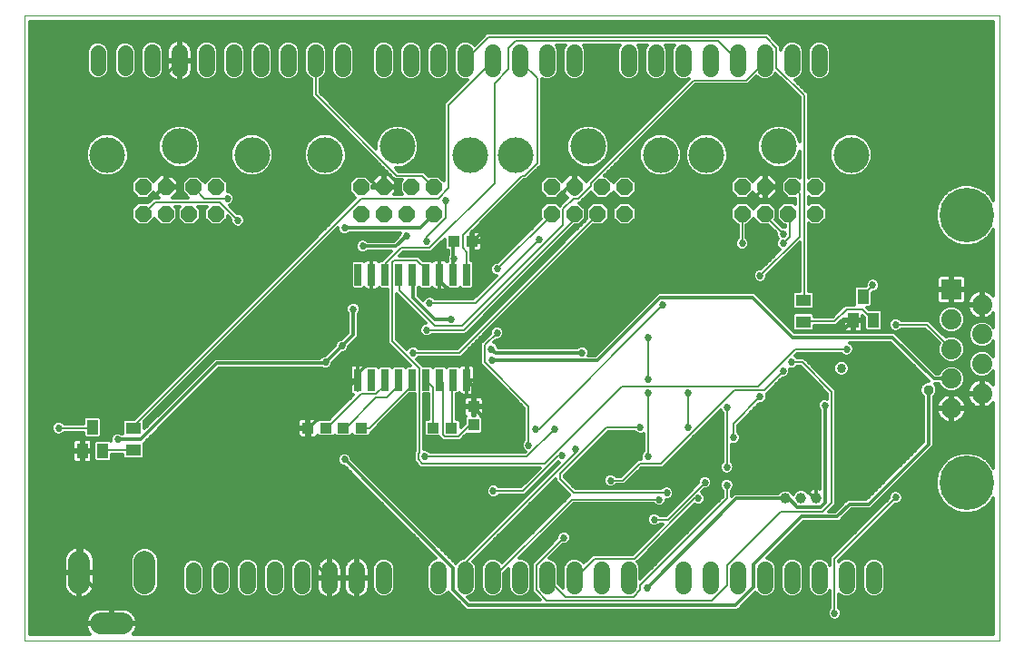
<source format=gbl>
G75*
%MOIN*%
%OFA0B0*%
%FSLAX25Y25*%
%IPPOS*%
%LPD*%
%AMOC8*
5,1,8,0,0,1.08239X$1,22.5*
%
%ADD10C,0.00000*%
%ADD11C,0.07874*%
%ADD12C,0.05906*%
%ADD13C,0.05600*%
%ADD14C,0.03900*%
%ADD15R,0.07400X0.07400*%
%ADD16C,0.07400*%
%ADD17C,0.20000*%
%ADD18R,0.04331X0.03937*%
%ADD19R,0.03937X0.04331*%
%ADD20R,0.02600X0.08000*%
%ADD21R,0.05512X0.04331*%
%ADD22R,0.03937X0.05512*%
%ADD23OC8,0.05906*%
%ADD24C,0.13094*%
%ADD25C,0.01300*%
%ADD26C,0.02700*%
%ADD27C,0.03762*%
%ADD28C,0.03400*%
%ADD29C,0.00800*%
D10*
X0062595Y0011650D02*
X0062595Y0241150D01*
X0420595Y0241150D01*
X0420595Y0011650D01*
X0062595Y0011650D01*
D11*
X0090658Y0017752D02*
X0098532Y0017752D01*
X0106800Y0032713D02*
X0106800Y0040587D01*
X0082784Y0040587D02*
X0082784Y0032713D01*
D12*
X0144595Y0031697D02*
X0144595Y0037603D01*
X0154595Y0037603D02*
X0154595Y0031697D01*
X0164595Y0031697D02*
X0164595Y0037603D01*
X0174595Y0037603D02*
X0174595Y0031697D01*
X0184595Y0031697D02*
X0184595Y0037603D01*
X0194595Y0037603D02*
X0194595Y0031697D01*
X0214595Y0031697D02*
X0214595Y0037603D01*
X0224595Y0037603D02*
X0224595Y0031697D01*
X0234595Y0031697D02*
X0234595Y0037603D01*
X0244595Y0037603D02*
X0244595Y0031697D01*
X0254595Y0031697D02*
X0254595Y0037603D01*
X0264595Y0037603D02*
X0264595Y0031697D01*
X0274595Y0031697D02*
X0274595Y0037603D01*
X0284595Y0037603D02*
X0284595Y0031697D01*
X0304595Y0031697D02*
X0304595Y0037603D01*
X0314595Y0037603D02*
X0314595Y0031697D01*
X0324595Y0031697D02*
X0324595Y0037603D01*
X0334595Y0037603D02*
X0334595Y0031697D01*
X0344595Y0031697D02*
X0344595Y0037603D01*
X0354595Y0037603D02*
X0354595Y0031697D01*
X0364595Y0031697D02*
X0364595Y0037603D01*
X0374595Y0037603D02*
X0374595Y0031697D01*
X0354595Y0221697D02*
X0354595Y0227603D01*
X0344595Y0227603D02*
X0344595Y0221697D01*
X0334595Y0221697D02*
X0334595Y0227603D01*
X0324595Y0227603D02*
X0324595Y0221697D01*
X0314595Y0221697D02*
X0314595Y0227603D01*
X0304595Y0227603D02*
X0304595Y0221697D01*
X0294595Y0221697D02*
X0294595Y0227603D01*
X0284595Y0227603D02*
X0284595Y0221697D01*
X0264595Y0221697D02*
X0264595Y0227603D01*
X0254595Y0227603D02*
X0254595Y0221697D01*
X0244595Y0221697D02*
X0244595Y0227603D01*
X0234595Y0227603D02*
X0234595Y0221697D01*
X0224595Y0221697D02*
X0224595Y0227603D01*
X0214595Y0227603D02*
X0214595Y0221697D01*
X0204595Y0221697D02*
X0204595Y0227603D01*
X0194595Y0227603D02*
X0194595Y0221697D01*
X0179595Y0221697D02*
X0179595Y0227603D01*
X0169595Y0227603D02*
X0169595Y0221697D01*
X0159595Y0221697D02*
X0159595Y0227603D01*
X0149595Y0227603D02*
X0149595Y0221697D01*
X0139595Y0221697D02*
X0139595Y0227603D01*
X0129595Y0227603D02*
X0129595Y0221697D01*
X0119595Y0221697D02*
X0119595Y0227603D01*
X0109595Y0227603D02*
X0109595Y0221697D01*
X0109595Y0227603D01*
D13*
X0099595Y0227450D02*
X0099595Y0221850D01*
X0089595Y0221850D02*
X0089595Y0227450D01*
X0124595Y0037450D02*
X0124595Y0031850D01*
X0134595Y0031850D02*
X0134595Y0037450D01*
D14*
X0342095Y0063850D03*
X0347795Y0063950D03*
X0353395Y0063950D03*
D15*
X0403005Y0140461D03*
D16*
X0414186Y0134989D03*
X0403005Y0129556D03*
X0414186Y0124083D03*
X0403005Y0118650D03*
X0414186Y0113217D03*
X0403005Y0107744D03*
X0414186Y0102311D03*
X0403005Y0096839D03*
D17*
X0408595Y0069437D03*
X0408595Y0167863D03*
D18*
X0226942Y0158150D03*
X0220249Y0158150D03*
X0219442Y0089650D03*
X0212749Y0089650D03*
X0186442Y0089650D03*
X0179749Y0089650D03*
X0173442Y0089650D03*
X0166749Y0089650D03*
D19*
X0227595Y0090804D03*
X0227595Y0097496D03*
D20*
X0225095Y0107350D03*
X0220095Y0107350D03*
X0215095Y0107350D03*
X0210095Y0107350D03*
X0205095Y0107350D03*
X0200095Y0107350D03*
X0195095Y0107350D03*
X0190095Y0107350D03*
X0185095Y0107350D03*
X0185095Y0145950D03*
X0190095Y0145950D03*
X0195095Y0145950D03*
X0200095Y0145950D03*
X0205095Y0145950D03*
X0210095Y0145950D03*
X0215095Y0145950D03*
X0220095Y0145950D03*
X0225095Y0145950D03*
D21*
X0348595Y0136587D03*
X0348595Y0128713D03*
X0102595Y0089587D03*
X0102595Y0081713D03*
D22*
X0091335Y0081319D03*
X0083855Y0081319D03*
X0087595Y0089981D03*
X0366855Y0129319D03*
X0374335Y0129319D03*
X0370595Y0137981D03*
D23*
X0352981Y0168343D03*
X0343138Y0168343D03*
X0334477Y0168343D03*
X0326209Y0168343D03*
X0326209Y0178185D03*
X0334477Y0178185D03*
X0344713Y0178185D03*
X0352981Y0178185D03*
X0282981Y0178185D03*
X0274713Y0178185D03*
X0264477Y0178185D03*
X0256209Y0178185D03*
X0256209Y0168343D03*
X0264477Y0168343D03*
X0273138Y0168343D03*
X0282981Y0168343D03*
X0212981Y0168343D03*
X0203138Y0168343D03*
X0194477Y0168343D03*
X0186209Y0168343D03*
X0186209Y0178185D03*
X0194477Y0178185D03*
X0204713Y0178185D03*
X0212981Y0178185D03*
X0132981Y0178185D03*
X0124713Y0178185D03*
X0114477Y0178185D03*
X0106209Y0178185D03*
X0106209Y0168343D03*
X0114477Y0168343D03*
X0123138Y0168343D03*
X0132981Y0168343D03*
D24*
X0146170Y0189996D03*
X0119595Y0193146D03*
X0093020Y0189996D03*
X0173020Y0189996D03*
X0199595Y0193146D03*
X0226170Y0189996D03*
X0243020Y0189996D03*
X0269595Y0193146D03*
X0296170Y0189996D03*
X0313020Y0189996D03*
X0339595Y0193146D03*
X0366170Y0189996D03*
D25*
X0358941Y0192919D02*
X0350545Y0192919D01*
X0350545Y0191621D02*
X0358403Y0191621D01*
X0358373Y0191547D02*
X0358373Y0188445D01*
X0359560Y0185580D01*
X0361753Y0183386D01*
X0364619Y0182199D01*
X0367721Y0182199D01*
X0370587Y0183386D01*
X0372780Y0185580D01*
X0373967Y0188445D01*
X0373967Y0191547D01*
X0372780Y0194413D01*
X0370587Y0196607D01*
X0367721Y0197794D01*
X0364619Y0197794D01*
X0361753Y0196607D01*
X0359560Y0194413D01*
X0358373Y0191547D01*
X0358373Y0190322D02*
X0350545Y0190322D01*
X0350545Y0189024D02*
X0358373Y0189024D01*
X0358671Y0187725D02*
X0350545Y0187725D01*
X0350545Y0186427D02*
X0359209Y0186427D01*
X0360011Y0185128D02*
X0350545Y0185128D01*
X0350545Y0183830D02*
X0361310Y0183830D01*
X0363818Y0182531D02*
X0350545Y0182531D01*
X0351240Y0182388D02*
X0350545Y0181693D01*
X0350545Y0212483D01*
X0345504Y0217525D01*
X0346976Y0218134D01*
X0348158Y0219317D01*
X0348798Y0220861D01*
X0348798Y0228439D01*
X0348158Y0229983D01*
X0346976Y0231166D01*
X0345431Y0231805D01*
X0343759Y0231805D01*
X0342214Y0231166D01*
X0341032Y0229983D01*
X0340395Y0228445D01*
X0340395Y0229983D01*
X0336545Y0233833D01*
X0335579Y0234800D01*
X0232362Y0234800D01*
X0227852Y0230290D01*
X0226976Y0231166D01*
X0225431Y0231805D01*
X0223759Y0231805D01*
X0222214Y0231166D01*
X0221032Y0229983D01*
X0220392Y0228439D01*
X0220392Y0220861D01*
X0221032Y0219317D01*
X0222214Y0218134D01*
X0223759Y0217494D01*
X0225206Y0217494D01*
X0216695Y0208983D01*
X0216695Y0180415D01*
X0214722Y0182388D01*
X0211240Y0182388D01*
X0211065Y0182213D01*
X0209229Y0184050D01*
X0200129Y0184050D01*
X0198830Y0185349D01*
X0201146Y0185349D01*
X0204012Y0186536D01*
X0206205Y0188729D01*
X0207392Y0191595D01*
X0207392Y0194697D01*
X0206205Y0197563D01*
X0204012Y0199756D01*
X0201146Y0200943D01*
X0198044Y0200943D01*
X0195178Y0199756D01*
X0192985Y0197563D01*
X0191798Y0194697D01*
X0191798Y0192381D01*
X0171345Y0212833D01*
X0171345Y0217873D01*
X0171976Y0218134D01*
X0173158Y0219317D01*
X0173798Y0220861D01*
X0173798Y0228439D01*
X0173158Y0229983D01*
X0171976Y0231166D01*
X0170431Y0231805D01*
X0168759Y0231805D01*
X0167214Y0231166D01*
X0166032Y0229983D01*
X0165392Y0228439D01*
X0165392Y0220861D01*
X0166032Y0219317D01*
X0167214Y0218134D01*
X0168045Y0217790D01*
X0168045Y0211467D01*
X0197795Y0181717D01*
X0198762Y0180750D01*
X0201334Y0180750D01*
X0200510Y0179926D01*
X0200510Y0176445D01*
X0201305Y0175650D01*
X0198451Y0175650D01*
X0199080Y0176279D01*
X0199080Y0177851D01*
X0194811Y0177851D01*
X0194811Y0178520D01*
X0194143Y0178520D01*
X0194143Y0182788D01*
X0192571Y0182788D01*
X0190060Y0180278D01*
X0187950Y0182388D01*
X0184468Y0182388D01*
X0182007Y0179926D01*
X0182007Y0176445D01*
X0184131Y0174320D01*
X0102814Y0093002D01*
X0099321Y0093002D01*
X0098589Y0092270D01*
X0098589Y0087433D01*
X0098368Y0087654D01*
X0097412Y0088050D01*
X0096378Y0088050D01*
X0095422Y0087654D01*
X0094691Y0086923D01*
X0094295Y0085967D01*
X0094295Y0084933D01*
X0094353Y0084794D01*
X0093822Y0085325D01*
X0088849Y0085325D01*
X0088117Y0084593D01*
X0088117Y0078046D01*
X0088849Y0077313D01*
X0093822Y0077313D01*
X0094554Y0078046D01*
X0094554Y0079950D01*
X0098589Y0079950D01*
X0098589Y0079030D01*
X0099321Y0078298D01*
X0105869Y0078298D01*
X0106601Y0079030D01*
X0106601Y0084069D01*
X0107195Y0084663D01*
X0134082Y0111550D01*
X0171833Y0111550D01*
X0172678Y0111200D01*
X0173712Y0111200D01*
X0174668Y0111596D01*
X0175399Y0112327D01*
X0175795Y0113283D01*
X0175795Y0113713D01*
X0179232Y0117150D01*
X0179662Y0117150D01*
X0180618Y0117546D01*
X0181349Y0118277D01*
X0181745Y0119233D01*
X0181745Y0119663D01*
X0185245Y0123163D01*
X0185245Y0131623D01*
X0185549Y0131927D01*
X0185945Y0132883D01*
X0185945Y0133917D01*
X0185549Y0134873D01*
X0184818Y0135604D01*
X0183862Y0136000D01*
X0182828Y0136000D01*
X0181872Y0135604D01*
X0181141Y0134873D01*
X0180745Y0133917D01*
X0180745Y0132883D01*
X0181141Y0131927D01*
X0181445Y0131623D01*
X0181445Y0124737D01*
X0179058Y0122350D01*
X0178628Y0122350D01*
X0177672Y0121954D01*
X0176941Y0121223D01*
X0176545Y0120267D01*
X0176545Y0119837D01*
X0173108Y0116400D01*
X0172678Y0116400D01*
X0171722Y0116004D01*
X0171068Y0115350D01*
X0132508Y0115350D01*
X0106601Y0089443D01*
X0106601Y0092122D01*
X0177595Y0163117D01*
X0177595Y0162633D01*
X0177991Y0161677D01*
X0178722Y0160946D01*
X0179678Y0160550D01*
X0180712Y0160550D01*
X0181668Y0160946D01*
X0181972Y0161250D01*
X0200504Y0161250D01*
X0200345Y0160867D01*
X0200345Y0160437D01*
X0198308Y0158400D01*
X0188622Y0158400D01*
X0188318Y0158704D01*
X0187362Y0159100D01*
X0186328Y0159100D01*
X0185372Y0158704D01*
X0184641Y0157973D01*
X0184245Y0157017D01*
X0184245Y0155983D01*
X0184641Y0155027D01*
X0185372Y0154296D01*
X0186328Y0153900D01*
X0187362Y0153900D01*
X0188318Y0154296D01*
X0188622Y0154600D01*
X0197312Y0154600D01*
X0193912Y0151200D01*
X0193277Y0151200D01*
X0192834Y0150757D01*
X0192715Y0150963D01*
X0192408Y0151270D01*
X0192032Y0151488D01*
X0191612Y0151600D01*
X0190095Y0151600D01*
X0188578Y0151600D01*
X0188158Y0151488D01*
X0187782Y0151270D01*
X0187475Y0150963D01*
X0187356Y0150757D01*
X0186913Y0151200D01*
X0183277Y0151200D01*
X0182545Y0150468D01*
X0182545Y0141432D01*
X0183277Y0140700D01*
X0186913Y0140700D01*
X0187356Y0141143D01*
X0187475Y0140937D01*
X0187782Y0140630D01*
X0188158Y0140412D01*
X0188578Y0140300D01*
X0190095Y0140300D01*
X0190095Y0145950D01*
X0190095Y0151600D01*
X0190095Y0145950D01*
X0190095Y0145950D01*
X0189995Y0145650D01*
X0189995Y0114500D01*
X0185445Y0109950D01*
X0185445Y0107850D01*
X0185095Y0107350D01*
X0185095Y0107350D01*
X0182145Y0107350D01*
X0182145Y0111567D01*
X0182258Y0111987D01*
X0182475Y0112363D01*
X0182782Y0112670D01*
X0183158Y0112888D01*
X0183578Y0113000D01*
X0185095Y0113000D01*
X0185095Y0107350D01*
X0182145Y0107350D01*
X0182145Y0103133D01*
X0182258Y0102713D01*
X0182475Y0102337D01*
X0182782Y0102030D01*
X0183158Y0101812D01*
X0183329Y0101767D01*
X0174430Y0092868D01*
X0170758Y0092868D01*
X0170339Y0092450D01*
X0170234Y0092632D01*
X0169927Y0092939D01*
X0169551Y0093156D01*
X0169131Y0093268D01*
X0167083Y0093268D01*
X0167083Y0089984D01*
X0166414Y0089984D01*
X0166414Y0089316D01*
X0162933Y0089316D01*
X0162933Y0087464D01*
X0163046Y0087045D01*
X0163263Y0086668D01*
X0163570Y0086361D01*
X0163946Y0086144D01*
X0164366Y0086031D01*
X0166414Y0086031D01*
X0166414Y0089316D01*
X0167083Y0089316D01*
X0167083Y0086031D01*
X0169131Y0086031D01*
X0169551Y0086144D01*
X0169927Y0086361D01*
X0170234Y0086668D01*
X0170339Y0086850D01*
X0170758Y0086431D01*
X0176125Y0086431D01*
X0176595Y0086902D01*
X0177066Y0086431D01*
X0182432Y0086431D01*
X0183095Y0087095D01*
X0183758Y0086431D01*
X0189125Y0086431D01*
X0189857Y0087164D01*
X0189857Y0088000D01*
X0189979Y0088000D01*
X0204079Y0102100D01*
X0205845Y0102100D01*
X0205845Y0081233D01*
X0205495Y0080883D01*
X0205495Y0077417D01*
X0206895Y0076017D01*
X0207862Y0075050D01*
X0251812Y0075050D01*
X0244962Y0068200D01*
X0236822Y0068200D01*
X0236268Y0068754D01*
X0235312Y0069150D01*
X0234278Y0069150D01*
X0233322Y0068754D01*
X0232591Y0068023D01*
X0232195Y0067067D01*
X0232195Y0066033D01*
X0232591Y0065077D01*
X0233322Y0064346D01*
X0234278Y0063950D01*
X0235312Y0063950D01*
X0236268Y0064346D01*
X0236822Y0064900D01*
X0246329Y0064900D01*
X0247295Y0065867D01*
X0258665Y0077237D01*
X0259078Y0077066D01*
X0223962Y0041950D01*
X0223817Y0041805D01*
X0223759Y0041805D01*
X0222214Y0041166D01*
X0221032Y0039983D01*
X0221022Y0039960D01*
X0220882Y0040100D01*
X0182795Y0078187D01*
X0182795Y0078617D01*
X0182399Y0079573D01*
X0181668Y0080304D01*
X0180712Y0080700D01*
X0179678Y0080700D01*
X0178722Y0080304D01*
X0177991Y0079573D01*
X0177595Y0078617D01*
X0177595Y0077583D01*
X0177991Y0076627D01*
X0178722Y0075896D01*
X0179678Y0075500D01*
X0180108Y0075500D01*
X0213803Y0041805D01*
X0213759Y0041805D01*
X0212214Y0041166D01*
X0211032Y0039983D01*
X0210392Y0038439D01*
X0210392Y0030861D01*
X0211032Y0029317D01*
X0212214Y0028134D01*
X0213759Y0027494D01*
X0215431Y0027494D01*
X0216976Y0028134D01*
X0218158Y0029317D01*
X0218195Y0029406D01*
X0218195Y0029363D01*
X0223795Y0023763D01*
X0224908Y0022650D01*
X0324482Y0022650D01*
X0331090Y0029258D01*
X0332214Y0028134D01*
X0333759Y0027494D01*
X0335431Y0027494D01*
X0336976Y0028134D01*
X0338158Y0029317D01*
X0338798Y0030861D01*
X0338798Y0038439D01*
X0338158Y0039983D01*
X0336976Y0041166D01*
X0335431Y0041805D01*
X0335238Y0041805D01*
X0348632Y0055200D01*
X0361832Y0055200D01*
X0366382Y0059750D01*
X0373382Y0059750D01*
X0395382Y0081750D01*
X0396495Y0082863D01*
X0396495Y0101122D01*
X0397250Y0101876D01*
X0397726Y0103027D01*
X0397726Y0104273D01*
X0397250Y0105424D01*
X0396829Y0105844D01*
X0398434Y0105844D01*
X0398808Y0104941D01*
X0400201Y0103548D01*
X0402020Y0102794D01*
X0403989Y0102794D01*
X0405809Y0103548D01*
X0407201Y0104941D01*
X0407955Y0106760D01*
X0407955Y0108729D01*
X0407201Y0110548D01*
X0405809Y0111941D01*
X0403989Y0112694D01*
X0402020Y0112694D01*
X0400201Y0111941D01*
X0398808Y0110548D01*
X0398434Y0109644D01*
X0397288Y0109644D01*
X0382132Y0124800D01*
X0345482Y0124800D01*
X0330782Y0139500D01*
X0295258Y0139500D01*
X0294145Y0138387D01*
X0272158Y0116400D01*
X0269787Y0116400D01*
X0269945Y0116783D01*
X0269945Y0117817D01*
X0269549Y0118773D01*
X0268818Y0119504D01*
X0267862Y0119900D01*
X0266828Y0119900D01*
X0265872Y0119504D01*
X0265568Y0119200D01*
X0236695Y0119200D01*
X0236695Y0119217D01*
X0236299Y0120173D01*
X0235568Y0120904D01*
X0235013Y0121134D01*
X0235929Y0122050D01*
X0236712Y0122050D01*
X0237668Y0122446D01*
X0238399Y0123177D01*
X0238795Y0124133D01*
X0238795Y0125167D01*
X0238399Y0126123D01*
X0237668Y0126854D01*
X0236712Y0127250D01*
X0235678Y0127250D01*
X0234722Y0126854D01*
X0233991Y0126123D01*
X0233595Y0125167D01*
X0233595Y0124383D01*
X0229995Y0120783D01*
X0229995Y0113117D01*
X0230962Y0112150D01*
X0246095Y0097017D01*
X0246095Y0085377D01*
X0245541Y0084823D01*
X0245145Y0083867D01*
X0245145Y0082833D01*
X0245541Y0081877D01*
X0246272Y0081146D01*
X0246580Y0081018D01*
X0246362Y0080800D01*
X0211622Y0080800D01*
X0211068Y0081354D01*
X0210112Y0081750D01*
X0209145Y0081750D01*
X0209145Y0102100D01*
X0211095Y0102100D01*
X0211095Y0092868D01*
X0210066Y0092868D01*
X0209333Y0092136D01*
X0209333Y0087164D01*
X0210066Y0086431D01*
X0214680Y0086431D01*
X0215562Y0085550D01*
X0216262Y0084850D01*
X0222529Y0084850D01*
X0223495Y0085817D01*
X0225088Y0087409D01*
X0225109Y0087388D01*
X0230081Y0087388D01*
X0230814Y0088120D01*
X0230814Y0093487D01*
X0230395Y0093906D01*
X0230577Y0094011D01*
X0230884Y0094318D01*
X0231101Y0094694D01*
X0231214Y0095114D01*
X0231214Y0097162D01*
X0227929Y0097162D01*
X0227929Y0094219D01*
X0227261Y0094219D01*
X0227261Y0097162D01*
X0227929Y0097162D01*
X0227929Y0097831D01*
X0227261Y0097831D01*
X0227261Y0101312D01*
X0225409Y0101312D01*
X0224990Y0101199D01*
X0224614Y0100982D01*
X0224306Y0100675D01*
X0224089Y0100299D01*
X0223977Y0099879D01*
X0223977Y0097831D01*
X0227261Y0097831D01*
X0227261Y0097162D01*
X0223977Y0097162D01*
X0223977Y0095114D01*
X0224089Y0094694D01*
X0224306Y0094318D01*
X0224614Y0094011D01*
X0224796Y0093906D01*
X0224377Y0093487D01*
X0224377Y0091365D01*
X0222857Y0089845D01*
X0222857Y0092136D01*
X0222125Y0092868D01*
X0221395Y0092868D01*
X0221395Y0102100D01*
X0221913Y0102100D01*
X0222356Y0102543D01*
X0222475Y0102337D01*
X0222782Y0102030D01*
X0223158Y0101812D01*
X0223578Y0101700D01*
X0225095Y0101700D01*
X0225095Y0107350D01*
X0225095Y0113000D01*
X0223578Y0113000D01*
X0223158Y0112888D01*
X0222782Y0112670D01*
X0222475Y0112363D01*
X0222356Y0112157D01*
X0221913Y0112600D01*
X0218277Y0112600D01*
X0217595Y0111918D01*
X0216913Y0112600D01*
X0213277Y0112600D01*
X0212595Y0111918D01*
X0211913Y0112600D01*
X0208929Y0112600D01*
X0208179Y0113350D01*
X0206560Y0114968D01*
X0206868Y0115096D01*
X0207422Y0115650D01*
X0222879Y0115650D01*
X0271383Y0164155D01*
X0271398Y0164140D01*
X0274879Y0164140D01*
X0277341Y0166602D01*
X0277341Y0170084D01*
X0274879Y0172546D01*
X0271398Y0172546D01*
X0268936Y0170084D01*
X0268936Y0166602D01*
X0269050Y0166488D01*
X0221512Y0118950D01*
X0207422Y0118950D01*
X0206868Y0119504D01*
X0205912Y0119900D01*
X0204878Y0119900D01*
X0203922Y0119504D01*
X0203191Y0118773D01*
X0203064Y0118465D01*
X0199345Y0122183D01*
X0199345Y0138867D01*
X0209912Y0128300D01*
X0209778Y0128300D01*
X0208822Y0127904D01*
X0208091Y0127173D01*
X0207695Y0126217D01*
X0207695Y0125183D01*
X0208091Y0124227D01*
X0208822Y0123496D01*
X0209778Y0123100D01*
X0210812Y0123100D01*
X0211768Y0123496D01*
X0212322Y0124050D01*
X0224629Y0124050D01*
X0264719Y0164140D01*
X0266218Y0164140D01*
X0268680Y0166602D01*
X0268680Y0170084D01*
X0266413Y0172350D01*
X0266629Y0172350D01*
X0270617Y0176338D01*
X0272972Y0173983D01*
X0276454Y0173983D01*
X0278847Y0176376D01*
X0281240Y0173983D01*
X0284722Y0173983D01*
X0287184Y0176445D01*
X0287184Y0179926D01*
X0284722Y0182388D01*
X0281240Y0182388D01*
X0278847Y0179995D01*
X0276454Y0182388D01*
X0275617Y0182388D01*
X0308979Y0215750D01*
X0328229Y0215750D01*
X0331414Y0218935D01*
X0332214Y0218134D01*
X0333759Y0217494D01*
X0335431Y0217494D01*
X0336976Y0218134D01*
X0338158Y0219317D01*
X0338418Y0219944D01*
X0347245Y0211117D01*
X0347245Y0195052D01*
X0346205Y0197563D01*
X0344012Y0199756D01*
X0341146Y0200943D01*
X0338044Y0200943D01*
X0335178Y0199756D01*
X0332985Y0197563D01*
X0331798Y0194697D01*
X0331798Y0191595D01*
X0332985Y0188729D01*
X0335178Y0186536D01*
X0338044Y0185349D01*
X0341146Y0185349D01*
X0344012Y0186536D01*
X0346205Y0188729D01*
X0347245Y0191240D01*
X0347245Y0181597D01*
X0346454Y0182388D01*
X0342972Y0182388D01*
X0340510Y0179926D01*
X0340510Y0176445D01*
X0342972Y0173983D01*
X0345495Y0173983D01*
X0345495Y0171930D01*
X0344879Y0172546D01*
X0341398Y0172546D01*
X0338936Y0170084D01*
X0338936Y0166602D01*
X0341398Y0164140D01*
X0341995Y0164140D01*
X0341995Y0163533D01*
X0341712Y0163650D01*
X0340929Y0163650D01*
X0338328Y0166250D01*
X0338680Y0166602D01*
X0338680Y0170084D01*
X0336218Y0172546D01*
X0332736Y0172546D01*
X0330343Y0170153D01*
X0327950Y0172546D01*
X0324468Y0172546D01*
X0322007Y0170084D01*
X0322007Y0166602D01*
X0324468Y0164140D01*
X0324495Y0164140D01*
X0324495Y0159577D01*
X0323941Y0159023D01*
X0323545Y0158067D01*
X0323545Y0157033D01*
X0323941Y0156077D01*
X0324672Y0155346D01*
X0325628Y0154950D01*
X0326662Y0154950D01*
X0327618Y0155346D01*
X0328349Y0156077D01*
X0328745Y0157033D01*
X0328745Y0158067D01*
X0328349Y0159023D01*
X0327795Y0159577D01*
X0327795Y0164140D01*
X0327950Y0164140D01*
X0330343Y0166533D01*
X0332736Y0164140D01*
X0335772Y0164140D01*
X0338595Y0161317D01*
X0338595Y0160533D01*
X0338991Y0159577D01*
X0339268Y0159300D01*
X0338991Y0159023D01*
X0338595Y0158067D01*
X0338595Y0157033D01*
X0338991Y0156077D01*
X0339722Y0155346D01*
X0340030Y0155218D01*
X0333062Y0148250D01*
X0332278Y0148250D01*
X0331322Y0147854D01*
X0330591Y0147123D01*
X0330195Y0146167D01*
X0330195Y0145133D01*
X0330591Y0144177D01*
X0331322Y0143446D01*
X0332278Y0143050D01*
X0333312Y0143050D01*
X0334268Y0143446D01*
X0334999Y0144177D01*
X0335395Y0145133D01*
X0335395Y0145917D01*
X0347245Y0157767D01*
X0347245Y0140002D01*
X0345321Y0140002D01*
X0344589Y0139270D01*
X0344589Y0133904D01*
X0345321Y0133172D01*
X0351869Y0133172D01*
X0352601Y0133904D01*
X0352601Y0139270D01*
X0351869Y0140002D01*
X0350545Y0140002D01*
X0350545Y0164835D01*
X0351240Y0164140D01*
X0354722Y0164140D01*
X0357184Y0166602D01*
X0357184Y0170084D01*
X0354722Y0172546D01*
X0351240Y0172546D01*
X0350545Y0171851D01*
X0350545Y0174678D01*
X0351240Y0173983D01*
X0354722Y0173983D01*
X0357184Y0176445D01*
X0357184Y0179926D01*
X0354722Y0182388D01*
X0351240Y0182388D01*
X0347245Y0182531D02*
X0336641Y0182531D01*
X0336384Y0182788D02*
X0334811Y0182788D01*
X0334811Y0178520D01*
X0334143Y0178520D01*
X0334143Y0182788D01*
X0332571Y0182788D01*
X0330060Y0180278D01*
X0327950Y0182388D01*
X0324468Y0182388D01*
X0322007Y0179926D01*
X0322007Y0176445D01*
X0324468Y0173983D01*
X0327950Y0173983D01*
X0330060Y0176093D01*
X0332571Y0173583D01*
X0334143Y0173583D01*
X0334143Y0177851D01*
X0334811Y0177851D01*
X0334811Y0173583D01*
X0336384Y0173583D01*
X0339080Y0176279D01*
X0339080Y0177851D01*
X0334811Y0177851D01*
X0334811Y0178520D01*
X0339080Y0178520D01*
X0339080Y0180092D01*
X0336384Y0182788D01*
X0334811Y0182531D02*
X0334143Y0182531D01*
X0334143Y0181233D02*
X0334811Y0181233D01*
X0334811Y0179934D02*
X0334143Y0179934D01*
X0334143Y0178636D02*
X0334811Y0178636D01*
X0334477Y0178185D02*
X0334195Y0177850D01*
X0329995Y0173650D01*
X0325445Y0173650D01*
X0311095Y0159300D01*
X0345395Y0125000D01*
X0362545Y0125000D01*
X0366395Y0128850D01*
X0366855Y0129319D01*
X0367095Y0129200D01*
X0367795Y0129200D01*
X0367189Y0129292D02*
X0371117Y0129292D01*
X0370473Y0128985D02*
X0367189Y0128985D01*
X0367189Y0124913D01*
X0369041Y0124913D01*
X0369460Y0125026D01*
X0369837Y0125243D01*
X0370144Y0125550D01*
X0370361Y0125927D01*
X0370473Y0126346D01*
X0370473Y0128985D01*
X0370473Y0129654D02*
X0370473Y0130838D01*
X0371117Y0130195D01*
X0371117Y0126046D01*
X0371849Y0125313D01*
X0376822Y0125313D01*
X0377554Y0126046D01*
X0377554Y0132593D01*
X0376822Y0133325D01*
X0372653Y0133325D01*
X0372004Y0133975D01*
X0373081Y0133975D01*
X0373814Y0134707D01*
X0373814Y0139185D01*
X0374179Y0139550D01*
X0374612Y0139550D01*
X0375568Y0139946D01*
X0376299Y0140677D01*
X0376695Y0141633D01*
X0376695Y0142667D01*
X0376299Y0143623D01*
X0375568Y0144354D01*
X0374612Y0144750D01*
X0373578Y0144750D01*
X0372622Y0144354D01*
X0371891Y0143623D01*
X0371495Y0142667D01*
X0371495Y0141987D01*
X0368109Y0141987D01*
X0367377Y0141254D01*
X0367377Y0135050D01*
X0363962Y0135050D01*
X0362995Y0134083D01*
X0359412Y0130500D01*
X0352601Y0130500D01*
X0352601Y0131396D01*
X0351869Y0132128D01*
X0345321Y0132128D01*
X0344589Y0131396D01*
X0344589Y0126030D01*
X0345321Y0125298D01*
X0351869Y0125298D01*
X0352601Y0126030D01*
X0352601Y0127200D01*
X0360779Y0127200D01*
X0363236Y0129658D01*
X0363236Y0129654D01*
X0366521Y0129654D01*
X0366521Y0128985D01*
X0367189Y0128985D01*
X0367189Y0129654D01*
X0370473Y0129654D01*
X0370473Y0130591D02*
X0370721Y0130591D01*
X0370473Y0127994D02*
X0371117Y0127994D01*
X0371117Y0126695D02*
X0370473Y0126695D01*
X0369990Y0125397D02*
X0371766Y0125397D01*
X0367189Y0125397D02*
X0366521Y0125397D01*
X0366521Y0124913D02*
X0366521Y0128985D01*
X0363236Y0128985D01*
X0363236Y0126346D01*
X0363349Y0125927D01*
X0363566Y0125550D01*
X0363873Y0125243D01*
X0364250Y0125026D01*
X0364669Y0124913D01*
X0366521Y0124913D01*
X0366521Y0126695D02*
X0367189Y0126695D01*
X0367189Y0127994D02*
X0366521Y0127994D01*
X0366521Y0129292D02*
X0362871Y0129292D01*
X0363236Y0127994D02*
X0361572Y0127994D01*
X0363236Y0126695D02*
X0352601Y0126695D01*
X0351968Y0125397D02*
X0363720Y0125397D01*
X0359502Y0130591D02*
X0352601Y0130591D01*
X0352108Y0131889D02*
X0360801Y0131889D01*
X0362099Y0133188D02*
X0351885Y0133188D01*
X0352601Y0134486D02*
X0363398Y0134486D01*
X0367377Y0135785D02*
X0352601Y0135785D01*
X0352601Y0137083D02*
X0367377Y0137083D01*
X0367377Y0138382D02*
X0352601Y0138382D01*
X0352191Y0139680D02*
X0367377Y0139680D01*
X0367377Y0140979D02*
X0350545Y0140979D01*
X0350545Y0142277D02*
X0371495Y0142277D01*
X0371872Y0143576D02*
X0350545Y0143576D01*
X0350545Y0144874D02*
X0397811Y0144874D01*
X0397767Y0144798D02*
X0397655Y0144378D01*
X0397655Y0140811D01*
X0402655Y0140811D01*
X0402655Y0145811D01*
X0399087Y0145811D01*
X0398668Y0145699D01*
X0398291Y0145481D01*
X0397984Y0145174D01*
X0397767Y0144798D01*
X0397655Y0143576D02*
X0376319Y0143576D01*
X0376695Y0142277D02*
X0397655Y0142277D01*
X0397655Y0140979D02*
X0376424Y0140979D01*
X0374927Y0139680D02*
X0397655Y0139680D01*
X0397655Y0140111D02*
X0397655Y0136544D01*
X0397767Y0136124D01*
X0397984Y0135748D01*
X0398291Y0135441D01*
X0398668Y0135223D01*
X0399087Y0135111D01*
X0402655Y0135111D01*
X0402655Y0140111D01*
X0403355Y0140111D01*
X0403355Y0140811D01*
X0408355Y0140811D01*
X0408355Y0144378D01*
X0408242Y0144798D01*
X0408025Y0145174D01*
X0407718Y0145481D01*
X0407341Y0145699D01*
X0406922Y0145811D01*
X0403355Y0145811D01*
X0403355Y0140811D01*
X0402655Y0140811D01*
X0402655Y0140111D01*
X0397655Y0140111D01*
X0397655Y0138382D02*
X0373814Y0138382D01*
X0373814Y0137083D02*
X0397655Y0137083D01*
X0397963Y0135785D02*
X0373814Y0135785D01*
X0373593Y0134486D02*
X0401973Y0134486D01*
X0402020Y0134505D02*
X0400201Y0133752D01*
X0398808Y0132359D01*
X0398055Y0130540D01*
X0398055Y0128571D01*
X0398808Y0126752D01*
X0400201Y0125359D01*
X0402020Y0124606D01*
X0403989Y0124606D01*
X0405809Y0125359D01*
X0407201Y0126752D01*
X0407955Y0128571D01*
X0407955Y0130540D01*
X0407201Y0132359D01*
X0405809Y0133752D01*
X0403989Y0134505D01*
X0402020Y0134505D01*
X0402655Y0135785D02*
X0403355Y0135785D01*
X0403355Y0135111D02*
X0406922Y0135111D01*
X0407341Y0135223D01*
X0407718Y0135441D01*
X0408025Y0135748D01*
X0408242Y0136124D01*
X0408355Y0136544D01*
X0408355Y0140111D01*
X0403355Y0140111D01*
X0403355Y0135111D01*
X0404036Y0134486D02*
X0408849Y0134486D01*
X0408836Y0134568D02*
X0408967Y0133736D01*
X0409228Y0132935D01*
X0409610Y0132185D01*
X0410105Y0131503D01*
X0410700Y0130908D01*
X0411382Y0130413D01*
X0412132Y0130031D01*
X0412933Y0129770D01*
X0413765Y0129639D01*
X0413836Y0129639D01*
X0413836Y0134638D01*
X0414536Y0134638D01*
X0414536Y0129639D01*
X0414607Y0129639D01*
X0415438Y0129770D01*
X0416239Y0130031D01*
X0416990Y0130413D01*
X0417671Y0130908D01*
X0418266Y0131503D01*
X0418445Y0131749D01*
X0418445Y0126735D01*
X0418382Y0126887D01*
X0416990Y0128279D01*
X0415170Y0129033D01*
X0413201Y0129033D01*
X0411382Y0128279D01*
X0409989Y0126887D01*
X0409236Y0125068D01*
X0409236Y0123098D01*
X0409989Y0121279D01*
X0411382Y0119887D01*
X0413201Y0119133D01*
X0415170Y0119133D01*
X0416990Y0119887D01*
X0418382Y0121279D01*
X0418445Y0121431D01*
X0418445Y0115869D01*
X0418382Y0116021D01*
X0416990Y0117413D01*
X0415170Y0118167D01*
X0413201Y0118167D01*
X0411382Y0117413D01*
X0409989Y0116021D01*
X0409236Y0114202D01*
X0409236Y0112232D01*
X0409989Y0110413D01*
X0411382Y0109021D01*
X0413201Y0108267D01*
X0415170Y0108267D01*
X0416990Y0109021D01*
X0418382Y0110413D01*
X0418445Y0110565D01*
X0418445Y0105551D01*
X0418266Y0105797D01*
X0417671Y0106392D01*
X0416990Y0106887D01*
X0416239Y0107269D01*
X0415438Y0107530D01*
X0414607Y0107661D01*
X0414536Y0107661D01*
X0414536Y0102661D01*
X0413836Y0102661D01*
X0413836Y0101961D01*
X0414536Y0101961D01*
X0414536Y0096961D01*
X0414607Y0096961D01*
X0415438Y0097093D01*
X0416239Y0097353D01*
X0416990Y0097736D01*
X0417671Y0098231D01*
X0418266Y0098826D01*
X0418445Y0099072D01*
X0418445Y0074877D01*
X0417597Y0076345D01*
X0415503Y0078440D01*
X0412937Y0079921D01*
X0410076Y0080687D01*
X0407114Y0080687D01*
X0404253Y0079921D01*
X0401687Y0078440D01*
X0399593Y0076345D01*
X0398112Y0073780D01*
X0397345Y0070918D01*
X0397345Y0067956D01*
X0398112Y0065095D01*
X0399593Y0062530D01*
X0401687Y0060435D01*
X0404253Y0058954D01*
X0407114Y0058187D01*
X0410076Y0058187D01*
X0412937Y0058954D01*
X0415503Y0060435D01*
X0417597Y0062530D01*
X0418445Y0063998D01*
X0418445Y0013800D01*
X0102481Y0013800D01*
X0102794Y0014113D01*
X0103311Y0014824D01*
X0103710Y0015608D01*
X0103982Y0016444D01*
X0104119Y0017313D01*
X0104119Y0017418D01*
X0094929Y0017418D01*
X0094929Y0018087D01*
X0094261Y0018087D01*
X0094261Y0023339D01*
X0090218Y0023339D01*
X0089350Y0023202D01*
X0088513Y0022930D01*
X0087730Y0022531D01*
X0087018Y0022014D01*
X0086397Y0021392D01*
X0085880Y0020681D01*
X0085480Y0019897D01*
X0085209Y0019061D01*
X0085071Y0018192D01*
X0085071Y0018087D01*
X0094261Y0018087D01*
X0094261Y0017418D01*
X0085071Y0017418D01*
X0085071Y0017313D01*
X0085209Y0016444D01*
X0085480Y0015608D01*
X0085880Y0014824D01*
X0086397Y0014113D01*
X0086709Y0013800D01*
X0064745Y0013800D01*
X0064745Y0239000D01*
X0418445Y0239000D01*
X0418445Y0173302D01*
X0417597Y0174770D01*
X0415503Y0176865D01*
X0412937Y0178346D01*
X0410076Y0179113D01*
X0407114Y0179113D01*
X0404253Y0178346D01*
X0401687Y0176865D01*
X0399593Y0174770D01*
X0398112Y0172205D01*
X0397345Y0169344D01*
X0397345Y0166381D01*
X0398112Y0163520D01*
X0399593Y0160955D01*
X0401687Y0158860D01*
X0404253Y0157379D01*
X0407114Y0156613D01*
X0410076Y0156613D01*
X0412937Y0157379D01*
X0415503Y0158860D01*
X0417597Y0160955D01*
X0418445Y0162423D01*
X0418445Y0138228D01*
X0418266Y0138474D01*
X0417671Y0139069D01*
X0416990Y0139564D01*
X0416239Y0139947D01*
X0415438Y0140207D01*
X0414607Y0140339D01*
X0414536Y0140339D01*
X0414536Y0135339D01*
X0413836Y0135339D01*
X0413836Y0140339D01*
X0413765Y0140339D01*
X0412933Y0140207D01*
X0412132Y0139947D01*
X0411382Y0139564D01*
X0410700Y0139069D01*
X0410105Y0138474D01*
X0409610Y0137793D01*
X0409228Y0137042D01*
X0408967Y0136241D01*
X0408836Y0135410D01*
X0408836Y0135339D01*
X0413836Y0135339D01*
X0413836Y0134639D01*
X0408836Y0134639D01*
X0408836Y0134568D01*
X0408895Y0135785D02*
X0408046Y0135785D01*
X0408355Y0137083D02*
X0409249Y0137083D01*
X0410038Y0138382D02*
X0408355Y0138382D01*
X0408355Y0139680D02*
X0411609Y0139680D01*
X0413836Y0139680D02*
X0414536Y0139680D01*
X0414536Y0138382D02*
X0413836Y0138382D01*
X0413836Y0137083D02*
X0414536Y0137083D01*
X0414536Y0135785D02*
X0413836Y0135785D01*
X0413836Y0134486D02*
X0414536Y0134486D01*
X0414536Y0133188D02*
X0413836Y0133188D01*
X0413836Y0131889D02*
X0414536Y0131889D01*
X0414536Y0130591D02*
X0413836Y0130591D01*
X0411137Y0130591D02*
X0407934Y0130591D01*
X0407955Y0129292D02*
X0418445Y0129292D01*
X0418445Y0127994D02*
X0417275Y0127994D01*
X0417235Y0130591D02*
X0418445Y0130591D01*
X0411096Y0127994D02*
X0407715Y0127994D01*
X0407145Y0126695D02*
X0409910Y0126695D01*
X0409372Y0125397D02*
X0405846Y0125397D01*
X0405809Y0122846D02*
X0403989Y0123600D01*
X0402020Y0123600D01*
X0400866Y0123122D01*
X0394688Y0129300D01*
X0384622Y0129300D01*
X0384068Y0129854D01*
X0383112Y0130250D01*
X0382078Y0130250D01*
X0381122Y0129854D01*
X0380391Y0129123D01*
X0379995Y0128167D01*
X0379995Y0127133D01*
X0380391Y0126177D01*
X0381122Y0125446D01*
X0382078Y0125050D01*
X0383112Y0125050D01*
X0384068Y0125446D01*
X0384622Y0126000D01*
X0393321Y0126000D01*
X0398533Y0120789D01*
X0398055Y0119635D01*
X0398055Y0117665D01*
X0398808Y0115846D01*
X0400201Y0114454D01*
X0402020Y0113700D01*
X0403989Y0113700D01*
X0405809Y0114454D01*
X0407201Y0115846D01*
X0407955Y0117665D01*
X0407955Y0119635D01*
X0407201Y0121454D01*
X0405809Y0122846D01*
X0405855Y0122800D02*
X0409359Y0122800D01*
X0409236Y0124098D02*
X0399890Y0124098D01*
X0400163Y0125397D02*
X0398591Y0125397D01*
X0398865Y0126695D02*
X0397293Y0126695D01*
X0398294Y0127994D02*
X0395994Y0127994D01*
X0394696Y0129292D02*
X0398055Y0129292D01*
X0398076Y0130591D02*
X0377554Y0130591D01*
X0377554Y0131889D02*
X0398613Y0131889D01*
X0399636Y0133188D02*
X0376959Y0133188D01*
X0377554Y0129292D02*
X0380560Y0129292D01*
X0379995Y0127994D02*
X0377554Y0127994D01*
X0377554Y0126695D02*
X0380176Y0126695D01*
X0381241Y0125397D02*
X0376905Y0125397D01*
X0381345Y0122900D02*
X0396501Y0107744D01*
X0403005Y0107744D01*
X0407606Y0105919D02*
X0410227Y0105919D01*
X0410105Y0105797D02*
X0409610Y0105115D01*
X0409228Y0104365D01*
X0408967Y0103564D01*
X0408836Y0102732D01*
X0408836Y0102661D01*
X0413836Y0102661D01*
X0413836Y0107661D01*
X0413765Y0107661D01*
X0412933Y0107530D01*
X0412132Y0107269D01*
X0411382Y0106887D01*
X0410700Y0106392D01*
X0410105Y0105797D01*
X0409358Y0104620D02*
X0406881Y0104620D01*
X0405263Y0103322D02*
X0408929Y0103322D01*
X0408836Y0101961D02*
X0408836Y0101890D01*
X0408967Y0101059D01*
X0409228Y0100258D01*
X0409610Y0099507D01*
X0410105Y0098826D01*
X0410700Y0098231D01*
X0411382Y0097736D01*
X0412132Y0097353D01*
X0412933Y0097093D01*
X0413765Y0096961D01*
X0413836Y0096961D01*
X0413836Y0101961D01*
X0408836Y0101961D01*
X0409076Y0100725D02*
X0406685Y0100725D01*
X0406490Y0100920D02*
X0405809Y0101415D01*
X0405058Y0101797D01*
X0404257Y0102057D01*
X0403426Y0102189D01*
X0403355Y0102189D01*
X0403355Y0097189D01*
X0408355Y0097189D01*
X0408355Y0097260D01*
X0408223Y0098092D01*
X0407963Y0098893D01*
X0407580Y0099643D01*
X0407085Y0100324D01*
X0406490Y0100920D01*
X0407691Y0099426D02*
X0409669Y0099426D01*
X0410842Y0098128D02*
X0408211Y0098128D01*
X0408355Y0096489D02*
X0403355Y0096489D01*
X0403355Y0097189D01*
X0402655Y0097189D01*
X0402655Y0102189D01*
X0402584Y0102189D01*
X0401752Y0102057D01*
X0400951Y0101797D01*
X0400201Y0101415D01*
X0399519Y0100920D01*
X0398924Y0100324D01*
X0398429Y0099643D01*
X0398047Y0098893D01*
X0397786Y0098092D01*
X0397655Y0097260D01*
X0397655Y0097189D01*
X0402655Y0097189D01*
X0402655Y0096489D01*
X0403355Y0096489D01*
X0403355Y0091489D01*
X0403426Y0091489D01*
X0404257Y0091621D01*
X0405058Y0091881D01*
X0405809Y0092263D01*
X0406490Y0092758D01*
X0407085Y0093354D01*
X0407580Y0094035D01*
X0407963Y0094785D01*
X0408223Y0095586D01*
X0408355Y0096418D01*
X0408355Y0096489D01*
X0408205Y0095531D02*
X0418445Y0095531D01*
X0418445Y0096829D02*
X0403355Y0096829D01*
X0402655Y0096829D02*
X0396495Y0096829D01*
X0397655Y0096489D02*
X0397655Y0096418D01*
X0397786Y0095586D01*
X0398047Y0094785D01*
X0398429Y0094035D01*
X0398924Y0093354D01*
X0399519Y0092758D01*
X0400201Y0092263D01*
X0400951Y0091881D01*
X0401752Y0091621D01*
X0402584Y0091489D01*
X0402655Y0091489D01*
X0402655Y0096489D01*
X0397655Y0096489D01*
X0397804Y0095531D02*
X0396495Y0095531D01*
X0396495Y0094232D02*
X0398328Y0094232D01*
X0399344Y0092934D02*
X0396495Y0092934D01*
X0396495Y0091635D02*
X0401707Y0091635D01*
X0402655Y0091635D02*
X0403355Y0091635D01*
X0404303Y0091635D02*
X0418445Y0091635D01*
X0418445Y0090337D02*
X0396495Y0090337D01*
X0396495Y0089038D02*
X0418445Y0089038D01*
X0418445Y0087740D02*
X0396495Y0087740D01*
X0396495Y0086441D02*
X0418445Y0086441D01*
X0418445Y0085143D02*
X0396495Y0085143D01*
X0396495Y0083844D02*
X0418445Y0083844D01*
X0418445Y0082546D02*
X0396178Y0082546D01*
X0394879Y0081247D02*
X0418445Y0081247D01*
X0418445Y0079949D02*
X0412833Y0079949D01*
X0415138Y0078650D02*
X0418445Y0078650D01*
X0418445Y0077352D02*
X0416591Y0077352D01*
X0417766Y0076053D02*
X0418445Y0076053D01*
X0404357Y0079949D02*
X0393581Y0079949D01*
X0392282Y0078650D02*
X0402052Y0078650D01*
X0400600Y0077352D02*
X0390984Y0077352D01*
X0389685Y0076053D02*
X0399424Y0076053D01*
X0398675Y0074755D02*
X0388387Y0074755D01*
X0387088Y0073456D02*
X0398025Y0073456D01*
X0397677Y0072158D02*
X0385790Y0072158D01*
X0384491Y0070859D02*
X0397345Y0070859D01*
X0397345Y0069561D02*
X0383193Y0069561D01*
X0381894Y0068262D02*
X0397345Y0068262D01*
X0397611Y0066964D02*
X0380596Y0066964D01*
X0381122Y0066354D02*
X0380391Y0065623D01*
X0379995Y0064667D01*
X0379995Y0063883D01*
X0359412Y0043300D01*
X0358445Y0042333D01*
X0358445Y0039290D01*
X0358158Y0039983D01*
X0356976Y0041166D01*
X0355431Y0041805D01*
X0353759Y0041805D01*
X0352214Y0041166D01*
X0351032Y0039983D01*
X0350392Y0038439D01*
X0350392Y0030861D01*
X0351032Y0029317D01*
X0352214Y0028134D01*
X0353759Y0027494D01*
X0355431Y0027494D01*
X0356976Y0028134D01*
X0358158Y0029317D01*
X0358445Y0030010D01*
X0358445Y0023677D01*
X0357891Y0023123D01*
X0357495Y0022167D01*
X0357495Y0021133D01*
X0357891Y0020177D01*
X0358622Y0019446D01*
X0359578Y0019050D01*
X0360612Y0019050D01*
X0361568Y0019446D01*
X0362299Y0020177D01*
X0362695Y0021133D01*
X0362695Y0022167D01*
X0362299Y0023123D01*
X0361745Y0023677D01*
X0361745Y0028604D01*
X0362214Y0028134D01*
X0363759Y0027494D01*
X0365431Y0027494D01*
X0366976Y0028134D01*
X0368158Y0029317D01*
X0368798Y0030861D01*
X0368798Y0038439D01*
X0368158Y0039983D01*
X0366976Y0041166D01*
X0365431Y0041805D01*
X0363759Y0041805D01*
X0362214Y0041166D01*
X0361745Y0040696D01*
X0361745Y0040967D01*
X0382329Y0061550D01*
X0383112Y0061550D01*
X0384068Y0061946D01*
X0384799Y0062677D01*
X0385195Y0063633D01*
X0385195Y0064667D01*
X0384799Y0065623D01*
X0384068Y0066354D01*
X0383112Y0066750D01*
X0382078Y0066750D01*
X0381122Y0066354D01*
X0380433Y0065665D02*
X0379297Y0065665D01*
X0379995Y0064367D02*
X0377999Y0064367D01*
X0379180Y0063068D02*
X0376700Y0063068D01*
X0377881Y0061770D02*
X0375402Y0061770D01*
X0376583Y0060471D02*
X0374103Y0060471D01*
X0375284Y0059173D02*
X0365805Y0059173D01*
X0364506Y0057874D02*
X0373986Y0057874D01*
X0372687Y0056576D02*
X0363208Y0056576D01*
X0361909Y0055277D02*
X0371389Y0055277D01*
X0370090Y0053979D02*
X0347411Y0053979D01*
X0346112Y0052680D02*
X0368792Y0052680D01*
X0367493Y0051382D02*
X0344814Y0051382D01*
X0343515Y0050083D02*
X0366195Y0050083D01*
X0364896Y0048784D02*
X0342217Y0048784D01*
X0340918Y0047486D02*
X0363598Y0047486D01*
X0362299Y0046187D02*
X0339620Y0046187D01*
X0338321Y0044889D02*
X0361001Y0044889D01*
X0359702Y0043590D02*
X0337023Y0043590D01*
X0335724Y0042292D02*
X0358445Y0042292D01*
X0358445Y0040993D02*
X0357148Y0040993D01*
X0358278Y0039695D02*
X0358445Y0039695D01*
X0361772Y0040993D02*
X0362042Y0040993D01*
X0363071Y0042292D02*
X0418445Y0042292D01*
X0418445Y0043590D02*
X0364369Y0043590D01*
X0365668Y0044889D02*
X0418445Y0044889D01*
X0418445Y0046187D02*
X0366966Y0046187D01*
X0368265Y0047486D02*
X0418445Y0047486D01*
X0418445Y0048784D02*
X0369563Y0048784D01*
X0370862Y0050083D02*
X0418445Y0050083D01*
X0418445Y0051382D02*
X0372160Y0051382D01*
X0373459Y0052680D02*
X0418445Y0052680D01*
X0418445Y0053979D02*
X0374757Y0053979D01*
X0376056Y0055277D02*
X0418445Y0055277D01*
X0418445Y0056576D02*
X0377354Y0056576D01*
X0378653Y0057874D02*
X0418445Y0057874D01*
X0418445Y0059173D02*
X0413316Y0059173D01*
X0415539Y0060471D02*
X0418445Y0060471D01*
X0418445Y0061770D02*
X0416837Y0061770D01*
X0417908Y0063068D02*
X0418445Y0063068D01*
X0403874Y0059173D02*
X0379951Y0059173D01*
X0381250Y0060471D02*
X0401652Y0060471D01*
X0400353Y0061770D02*
X0383642Y0061770D01*
X0384961Y0063068D02*
X0399282Y0063068D01*
X0398532Y0064367D02*
X0385195Y0064367D01*
X0384757Y0065665D02*
X0397959Y0065665D01*
X0384311Y0076053D02*
X0360695Y0076053D01*
X0360695Y0074755D02*
X0383013Y0074755D01*
X0381714Y0073456D02*
X0360695Y0073456D01*
X0360695Y0072158D02*
X0380416Y0072158D01*
X0379117Y0070859D02*
X0360695Y0070859D01*
X0360695Y0069561D02*
X0377819Y0069561D01*
X0376520Y0068262D02*
X0360695Y0068262D01*
X0360695Y0066964D02*
X0375222Y0066964D01*
X0373923Y0065665D02*
X0360695Y0065665D01*
X0360695Y0064367D02*
X0372625Y0064367D01*
X0371808Y0063550D02*
X0364808Y0063550D01*
X0363695Y0062437D01*
X0360258Y0059000D01*
X0358029Y0059000D01*
X0359729Y0060700D01*
X0360695Y0061667D01*
X0360695Y0103633D01*
X0349845Y0114483D01*
X0348879Y0115450D01*
X0346372Y0115450D01*
X0345818Y0116004D01*
X0345510Y0116132D01*
X0346379Y0117000D01*
X0362568Y0117000D01*
X0363122Y0116446D01*
X0364078Y0116050D01*
X0365112Y0116050D01*
X0366068Y0116446D01*
X0366799Y0117177D01*
X0367195Y0118133D01*
X0367195Y0119167D01*
X0366799Y0120123D01*
X0366068Y0120854D01*
X0365716Y0121000D01*
X0380558Y0121000D01*
X0394777Y0106781D01*
X0393972Y0106781D01*
X0392822Y0106304D01*
X0391941Y0105424D01*
X0391464Y0104273D01*
X0391464Y0103027D01*
X0391941Y0101876D01*
X0392695Y0101122D01*
X0392695Y0084437D01*
X0371808Y0063550D01*
X0372595Y0061650D02*
X0365595Y0061650D01*
X0361045Y0057100D01*
X0347845Y0057100D01*
X0330345Y0039600D01*
X0330345Y0031200D01*
X0323695Y0024550D01*
X0225695Y0024550D01*
X0220095Y0030150D01*
X0220095Y0038200D01*
X0180195Y0078100D01*
X0178367Y0079949D02*
X0106601Y0079949D01*
X0106601Y0081247D02*
X0205845Y0081247D01*
X0205845Y0082546D02*
X0106601Y0082546D01*
X0106601Y0083844D02*
X0205845Y0083844D01*
X0205845Y0085143D02*
X0107675Y0085143D01*
X0108973Y0086441D02*
X0163490Y0086441D01*
X0162933Y0087740D02*
X0110272Y0087740D01*
X0111570Y0089038D02*
X0162933Y0089038D01*
X0162933Y0089984D02*
X0166414Y0089984D01*
X0166414Y0093268D01*
X0164366Y0093268D01*
X0163946Y0093156D01*
X0163570Y0092939D01*
X0163263Y0092632D01*
X0163046Y0092255D01*
X0162933Y0091836D01*
X0162933Y0089984D01*
X0162933Y0090337D02*
X0112869Y0090337D01*
X0114168Y0091635D02*
X0162933Y0091635D01*
X0163565Y0092934D02*
X0115466Y0092934D01*
X0116765Y0094232D02*
X0175794Y0094232D01*
X0174496Y0092934D02*
X0169932Y0092934D01*
X0167083Y0092934D02*
X0166414Y0092934D01*
X0166414Y0091635D02*
X0167083Y0091635D01*
X0167083Y0090337D02*
X0166414Y0090337D01*
X0166749Y0089650D02*
X0167245Y0089300D01*
X0167245Y0042050D01*
X0174595Y0034700D01*
X0174595Y0034650D01*
X0174261Y0034501D02*
X0168798Y0034501D01*
X0169992Y0034316D02*
X0169992Y0031335D01*
X0170106Y0030619D01*
X0170330Y0029930D01*
X0170659Y0029285D01*
X0171084Y0028699D01*
X0171597Y0028186D01*
X0172183Y0027761D01*
X0172828Y0027432D01*
X0173517Y0027208D01*
X0174233Y0027094D01*
X0174261Y0027094D01*
X0174261Y0034316D01*
X0169992Y0034316D01*
X0169992Y0034984D02*
X0174261Y0034984D01*
X0174261Y0034316D01*
X0174929Y0034316D01*
X0174929Y0027094D01*
X0174957Y0027094D01*
X0175673Y0027208D01*
X0176362Y0027432D01*
X0177008Y0027761D01*
X0177594Y0028186D01*
X0178106Y0028699D01*
X0178532Y0029285D01*
X0178861Y0029930D01*
X0179085Y0030619D01*
X0179198Y0031335D01*
X0179198Y0034316D01*
X0174929Y0034316D01*
X0174929Y0034984D01*
X0174261Y0034984D01*
X0174261Y0042205D01*
X0174233Y0042205D01*
X0173517Y0042092D01*
X0172828Y0041868D01*
X0172183Y0041539D01*
X0171597Y0041114D01*
X0171084Y0040601D01*
X0170659Y0040015D01*
X0170330Y0039370D01*
X0170106Y0038681D01*
X0169992Y0037965D01*
X0169992Y0034984D01*
X0169992Y0035799D02*
X0168798Y0035799D01*
X0168798Y0037098D02*
X0169992Y0037098D01*
X0170061Y0038396D02*
X0168798Y0038396D01*
X0168798Y0038439D02*
X0168158Y0039983D01*
X0166976Y0041166D01*
X0165431Y0041805D01*
X0163759Y0041805D01*
X0162214Y0041166D01*
X0161032Y0039983D01*
X0160392Y0038439D01*
X0160392Y0030861D01*
X0161032Y0029317D01*
X0162214Y0028134D01*
X0163759Y0027494D01*
X0165431Y0027494D01*
X0166976Y0028134D01*
X0168158Y0029317D01*
X0168798Y0030861D01*
X0168798Y0038439D01*
X0168278Y0039695D02*
X0170495Y0039695D01*
X0171477Y0040993D02*
X0167148Y0040993D01*
X0162042Y0040993D02*
X0157148Y0040993D01*
X0156976Y0041166D02*
X0155431Y0041805D01*
X0153759Y0041805D01*
X0152214Y0041166D01*
X0151032Y0039983D01*
X0150392Y0038439D01*
X0150392Y0030861D01*
X0151032Y0029317D01*
X0152214Y0028134D01*
X0153759Y0027494D01*
X0155431Y0027494D01*
X0156976Y0028134D01*
X0158158Y0029317D01*
X0158798Y0030861D01*
X0158798Y0038439D01*
X0158158Y0039983D01*
X0156976Y0041166D01*
X0158278Y0039695D02*
X0160913Y0039695D01*
X0160392Y0038396D02*
X0158798Y0038396D01*
X0158798Y0037098D02*
X0160392Y0037098D01*
X0160392Y0035799D02*
X0158798Y0035799D01*
X0158798Y0034501D02*
X0160392Y0034501D01*
X0160392Y0033202D02*
X0158798Y0033202D01*
X0158798Y0031904D02*
X0160392Y0031904D01*
X0160498Y0030605D02*
X0158692Y0030605D01*
X0158148Y0029307D02*
X0161042Y0029307D01*
X0162519Y0028008D02*
X0156672Y0028008D01*
X0152519Y0028008D02*
X0146672Y0028008D01*
X0146976Y0028134D02*
X0148158Y0029317D01*
X0148798Y0030861D01*
X0148798Y0038439D01*
X0148158Y0039983D01*
X0146976Y0041166D01*
X0145431Y0041805D01*
X0143759Y0041805D01*
X0142214Y0041166D01*
X0141032Y0039983D01*
X0140392Y0038439D01*
X0140392Y0030861D01*
X0141032Y0029317D01*
X0142214Y0028134D01*
X0143759Y0027494D01*
X0145431Y0027494D01*
X0146976Y0028134D01*
X0148148Y0029307D02*
X0151042Y0029307D01*
X0150498Y0030605D02*
X0148692Y0030605D01*
X0148798Y0031904D02*
X0150392Y0031904D01*
X0150392Y0033202D02*
X0148798Y0033202D01*
X0148798Y0034501D02*
X0150392Y0034501D01*
X0150392Y0035799D02*
X0148798Y0035799D01*
X0148798Y0037098D02*
X0150392Y0037098D01*
X0150392Y0038396D02*
X0148798Y0038396D01*
X0148278Y0039695D02*
X0150913Y0039695D01*
X0152042Y0040993D02*
X0147148Y0040993D01*
X0142042Y0040993D02*
X0136624Y0040993D01*
X0136889Y0040883D02*
X0135401Y0041500D01*
X0133790Y0041500D01*
X0132301Y0040883D01*
X0131162Y0039744D01*
X0130545Y0038256D01*
X0130545Y0031044D01*
X0131162Y0029556D01*
X0132301Y0028417D01*
X0133790Y0027800D01*
X0135401Y0027800D01*
X0136889Y0028417D01*
X0138029Y0029556D01*
X0138645Y0031044D01*
X0138645Y0038256D01*
X0138029Y0039744D01*
X0136889Y0040883D01*
X0138049Y0039695D02*
X0140913Y0039695D01*
X0140392Y0038396D02*
X0138587Y0038396D01*
X0138645Y0037098D02*
X0140392Y0037098D01*
X0140392Y0035799D02*
X0138645Y0035799D01*
X0138645Y0034501D02*
X0140392Y0034501D01*
X0140392Y0033202D02*
X0138645Y0033202D01*
X0138645Y0031904D02*
X0140392Y0031904D01*
X0140498Y0030605D02*
X0138463Y0030605D01*
X0137780Y0029307D02*
X0141042Y0029307D01*
X0142519Y0028008D02*
X0135904Y0028008D01*
X0133287Y0028008D02*
X0125904Y0028008D01*
X0125401Y0027800D02*
X0126889Y0028417D01*
X0128029Y0029556D01*
X0128645Y0031044D01*
X0128645Y0038256D01*
X0128029Y0039744D01*
X0126889Y0040883D01*
X0125401Y0041500D01*
X0123790Y0041500D01*
X0122301Y0040883D01*
X0121162Y0039744D01*
X0120545Y0038256D01*
X0120545Y0031044D01*
X0121162Y0029556D01*
X0122301Y0028417D01*
X0123790Y0027800D01*
X0125401Y0027800D01*
X0123287Y0028008D02*
X0108996Y0028008D01*
X0109738Y0028316D02*
X0111197Y0029775D01*
X0111987Y0031681D01*
X0111987Y0041619D01*
X0111197Y0043525D01*
X0109738Y0044984D01*
X0107832Y0045774D01*
X0105768Y0045774D01*
X0103862Y0044984D01*
X0102403Y0043525D01*
X0101613Y0041619D01*
X0101613Y0031681D01*
X0102403Y0029775D01*
X0103862Y0028316D01*
X0105768Y0027526D01*
X0107832Y0027526D01*
X0109738Y0028316D01*
X0110729Y0029307D02*
X0121411Y0029307D01*
X0120727Y0030605D02*
X0111541Y0030605D01*
X0111987Y0031904D02*
X0120545Y0031904D01*
X0120545Y0033202D02*
X0111987Y0033202D01*
X0111987Y0034501D02*
X0120545Y0034501D01*
X0120545Y0035799D02*
X0111987Y0035799D01*
X0111987Y0037098D02*
X0120545Y0037098D01*
X0120603Y0038396D02*
X0111987Y0038396D01*
X0111987Y0039695D02*
X0121141Y0039695D01*
X0122567Y0040993D02*
X0111987Y0040993D01*
X0111708Y0042292D02*
X0213316Y0042292D01*
X0212042Y0040993D02*
X0197148Y0040993D01*
X0196976Y0041166D02*
X0195431Y0041805D01*
X0193759Y0041805D01*
X0192214Y0041166D01*
X0191032Y0039983D01*
X0190392Y0038439D01*
X0190392Y0030861D01*
X0191032Y0029317D01*
X0192214Y0028134D01*
X0193759Y0027494D01*
X0195431Y0027494D01*
X0196976Y0028134D01*
X0198158Y0029317D01*
X0198798Y0030861D01*
X0198798Y0038439D01*
X0198158Y0039983D01*
X0196976Y0041166D01*
X0198278Y0039695D02*
X0210913Y0039695D01*
X0210392Y0038396D02*
X0198798Y0038396D01*
X0198798Y0037098D02*
X0210392Y0037098D01*
X0210392Y0035799D02*
X0198798Y0035799D01*
X0198798Y0034501D02*
X0210392Y0034501D01*
X0210392Y0033202D02*
X0198798Y0033202D01*
X0198798Y0031904D02*
X0210392Y0031904D01*
X0210498Y0030605D02*
X0198692Y0030605D01*
X0198148Y0029307D02*
X0211042Y0029307D01*
X0212519Y0028008D02*
X0196672Y0028008D01*
X0192519Y0028008D02*
X0187348Y0028008D01*
X0187594Y0028186D02*
X0188106Y0028699D01*
X0188532Y0029285D01*
X0188861Y0029930D01*
X0189085Y0030619D01*
X0189198Y0031335D01*
X0189198Y0034316D01*
X0184929Y0034316D01*
X0184929Y0027094D01*
X0184957Y0027094D01*
X0185673Y0027208D01*
X0186362Y0027432D01*
X0187008Y0027761D01*
X0187594Y0028186D01*
X0188543Y0029307D02*
X0191042Y0029307D01*
X0190498Y0030605D02*
X0189080Y0030605D01*
X0189198Y0031904D02*
X0190392Y0031904D01*
X0190392Y0033202D02*
X0189198Y0033202D01*
X0190392Y0034501D02*
X0184929Y0034501D01*
X0184929Y0034316D02*
X0184929Y0034984D01*
X0184261Y0034984D01*
X0184261Y0034316D01*
X0179992Y0034316D01*
X0179992Y0031335D01*
X0180106Y0030619D01*
X0180330Y0029930D01*
X0180659Y0029285D01*
X0181084Y0028699D01*
X0181597Y0028186D01*
X0182183Y0027761D01*
X0182828Y0027432D01*
X0183517Y0027208D01*
X0184233Y0027094D01*
X0184261Y0027094D01*
X0184261Y0034316D01*
X0184929Y0034316D01*
X0184929Y0034984D02*
X0189198Y0034984D01*
X0189198Y0037965D01*
X0189085Y0038681D01*
X0188861Y0039370D01*
X0188532Y0040015D01*
X0188106Y0040601D01*
X0187594Y0041114D01*
X0187008Y0041539D01*
X0186362Y0041868D01*
X0185673Y0042092D01*
X0184957Y0042205D01*
X0184929Y0042205D01*
X0184929Y0034984D01*
X0184261Y0034984D02*
X0184261Y0042205D01*
X0184233Y0042205D01*
X0183517Y0042092D01*
X0182828Y0041868D01*
X0182183Y0041539D01*
X0181597Y0041114D01*
X0181084Y0040601D01*
X0180659Y0040015D01*
X0180330Y0039370D01*
X0180106Y0038681D01*
X0179992Y0037965D01*
X0179992Y0034984D01*
X0184261Y0034984D01*
X0184261Y0034501D02*
X0174929Y0034501D01*
X0174929Y0034984D02*
X0179198Y0034984D01*
X0179198Y0037965D01*
X0179085Y0038681D01*
X0178861Y0039370D01*
X0178532Y0040015D01*
X0178106Y0040601D01*
X0177594Y0041114D01*
X0177008Y0041539D01*
X0176362Y0041868D01*
X0175673Y0042092D01*
X0174957Y0042205D01*
X0174929Y0042205D01*
X0174929Y0034984D01*
X0174929Y0035799D02*
X0174261Y0035799D01*
X0174261Y0037098D02*
X0174929Y0037098D01*
X0174929Y0038396D02*
X0174261Y0038396D01*
X0174261Y0039695D02*
X0174929Y0039695D01*
X0174929Y0040993D02*
X0174261Y0040993D01*
X0177714Y0040993D02*
X0181477Y0040993D01*
X0180495Y0039695D02*
X0178695Y0039695D01*
X0179130Y0038396D02*
X0180061Y0038396D01*
X0179992Y0037098D02*
X0179198Y0037098D01*
X0179198Y0035799D02*
X0179992Y0035799D01*
X0179992Y0033202D02*
X0179198Y0033202D01*
X0179198Y0031904D02*
X0179992Y0031904D01*
X0180110Y0030605D02*
X0179080Y0030605D01*
X0178543Y0029307D02*
X0180647Y0029307D01*
X0181842Y0028008D02*
X0177348Y0028008D01*
X0174929Y0028008D02*
X0174261Y0028008D01*
X0174261Y0029307D02*
X0174929Y0029307D01*
X0174929Y0030605D02*
X0174261Y0030605D01*
X0174261Y0031904D02*
X0174929Y0031904D01*
X0174929Y0033202D02*
X0174261Y0033202D01*
X0169992Y0033202D02*
X0168798Y0033202D01*
X0168798Y0031904D02*
X0169992Y0031904D01*
X0170110Y0030605D02*
X0168692Y0030605D01*
X0168148Y0029307D02*
X0170647Y0029307D01*
X0171842Y0028008D02*
X0166672Y0028008D01*
X0184261Y0028008D02*
X0184929Y0028008D01*
X0184929Y0029307D02*
X0184261Y0029307D01*
X0184261Y0030605D02*
X0184929Y0030605D01*
X0184929Y0031904D02*
X0184261Y0031904D01*
X0184261Y0033202D02*
X0184929Y0033202D01*
X0184929Y0035799D02*
X0184261Y0035799D01*
X0184261Y0037098D02*
X0184929Y0037098D01*
X0184929Y0038396D02*
X0184261Y0038396D01*
X0184261Y0039695D02*
X0184929Y0039695D01*
X0184929Y0040993D02*
X0184261Y0040993D01*
X0187714Y0040993D02*
X0192042Y0040993D01*
X0190913Y0039695D02*
X0188695Y0039695D01*
X0189130Y0038396D02*
X0190392Y0038396D01*
X0190392Y0037098D02*
X0189198Y0037098D01*
X0189198Y0035799D02*
X0190392Y0035799D01*
X0208122Y0047486D02*
X0064745Y0047486D01*
X0064745Y0048784D02*
X0206824Y0048784D01*
X0205525Y0050083D02*
X0064745Y0050083D01*
X0064745Y0051382D02*
X0204227Y0051382D01*
X0202928Y0052680D02*
X0064745Y0052680D01*
X0064745Y0053979D02*
X0201630Y0053979D01*
X0200331Y0055277D02*
X0064745Y0055277D01*
X0064745Y0056576D02*
X0199033Y0056576D01*
X0197734Y0057874D02*
X0064745Y0057874D01*
X0064745Y0059173D02*
X0196436Y0059173D01*
X0195137Y0060471D02*
X0064745Y0060471D01*
X0064745Y0061770D02*
X0193839Y0061770D01*
X0192540Y0063068D02*
X0064745Y0063068D01*
X0064745Y0064367D02*
X0191242Y0064367D01*
X0189943Y0065665D02*
X0064745Y0065665D01*
X0064745Y0066964D02*
X0188644Y0066964D01*
X0187346Y0068262D02*
X0064745Y0068262D01*
X0064745Y0069561D02*
X0186047Y0069561D01*
X0184749Y0070859D02*
X0064745Y0070859D01*
X0064745Y0072158D02*
X0183450Y0072158D01*
X0182152Y0073456D02*
X0064745Y0073456D01*
X0064745Y0074755D02*
X0180853Y0074755D01*
X0178565Y0076053D02*
X0064745Y0076053D01*
X0064745Y0077352D02*
X0080765Y0077352D01*
X0080873Y0077243D02*
X0081250Y0077026D01*
X0081669Y0076913D01*
X0083521Y0076913D01*
X0083521Y0080985D01*
X0084189Y0080985D01*
X0084189Y0076913D01*
X0086041Y0076913D01*
X0086460Y0077026D01*
X0086837Y0077243D01*
X0087144Y0077550D01*
X0087361Y0077927D01*
X0087473Y0078346D01*
X0087473Y0080985D01*
X0084189Y0080985D01*
X0084189Y0081654D01*
X0083521Y0081654D01*
X0083521Y0085725D01*
X0081669Y0085725D01*
X0081250Y0085613D01*
X0080873Y0085396D01*
X0080566Y0085088D01*
X0080349Y0084712D01*
X0080236Y0084292D01*
X0080236Y0081654D01*
X0083521Y0081654D01*
X0083521Y0080985D01*
X0080236Y0080985D01*
X0080236Y0078346D01*
X0080349Y0077927D01*
X0080566Y0077550D01*
X0080873Y0077243D01*
X0080236Y0078650D02*
X0064745Y0078650D01*
X0064745Y0079949D02*
X0080236Y0079949D01*
X0079395Y0081600D02*
X0072395Y0088600D01*
X0072395Y0140750D01*
X0105295Y0173650D01*
X0109145Y0173650D01*
X0114045Y0178550D01*
X0114477Y0178185D01*
X0114395Y0178200D01*
X0114395Y0182400D01*
X0135045Y0182400D01*
X0135395Y0182050D01*
X0162345Y0182050D01*
X0162345Y0153700D01*
X0162477Y0152665D02*
X0064745Y0152665D01*
X0064745Y0151367D02*
X0161179Y0151367D01*
X0159880Y0150068D02*
X0064745Y0150068D01*
X0064745Y0148770D02*
X0158582Y0148770D01*
X0157283Y0147471D02*
X0064745Y0147471D01*
X0064745Y0146173D02*
X0155985Y0146173D01*
X0154686Y0144874D02*
X0064745Y0144874D01*
X0064745Y0143576D02*
X0153388Y0143576D01*
X0152089Y0142277D02*
X0064745Y0142277D01*
X0064745Y0140979D02*
X0150791Y0140979D01*
X0149492Y0139680D02*
X0064745Y0139680D01*
X0064745Y0138382D02*
X0148193Y0138382D01*
X0146895Y0137083D02*
X0064745Y0137083D01*
X0064745Y0135785D02*
X0145596Y0135785D01*
X0144298Y0134486D02*
X0064745Y0134486D01*
X0064745Y0133188D02*
X0142999Y0133188D01*
X0141701Y0131889D02*
X0064745Y0131889D01*
X0064745Y0130591D02*
X0140402Y0130591D01*
X0139104Y0129292D02*
X0064745Y0129292D01*
X0064745Y0127994D02*
X0137805Y0127994D01*
X0136507Y0126695D02*
X0064745Y0126695D01*
X0064745Y0125397D02*
X0135208Y0125397D01*
X0133910Y0124098D02*
X0064745Y0124098D01*
X0064745Y0122800D02*
X0132611Y0122800D01*
X0131313Y0121501D02*
X0064745Y0121501D01*
X0064745Y0120203D02*
X0130014Y0120203D01*
X0128716Y0118904D02*
X0064745Y0118904D01*
X0064745Y0117606D02*
X0127417Y0117606D01*
X0126119Y0116307D02*
X0064745Y0116307D01*
X0064745Y0115009D02*
X0124820Y0115009D01*
X0123522Y0113710D02*
X0064745Y0113710D01*
X0064745Y0112412D02*
X0122223Y0112412D01*
X0120925Y0111113D02*
X0064745Y0111113D01*
X0064745Y0109815D02*
X0119626Y0109815D01*
X0118328Y0108516D02*
X0064745Y0108516D01*
X0064745Y0107218D02*
X0117029Y0107218D01*
X0115731Y0105919D02*
X0064745Y0105919D01*
X0064745Y0104620D02*
X0114432Y0104620D01*
X0113134Y0103322D02*
X0064745Y0103322D01*
X0064745Y0102023D02*
X0111835Y0102023D01*
X0110537Y0100725D02*
X0064745Y0100725D01*
X0064745Y0099426D02*
X0109238Y0099426D01*
X0107940Y0098128D02*
X0064745Y0098128D01*
X0064745Y0096829D02*
X0106641Y0096829D01*
X0105343Y0095531D02*
X0064745Y0095531D01*
X0064745Y0094232D02*
X0104044Y0094232D01*
X0107412Y0092934D02*
X0110092Y0092934D01*
X0111391Y0094232D02*
X0108711Y0094232D01*
X0110009Y0095531D02*
X0112689Y0095531D01*
X0113988Y0096829D02*
X0111308Y0096829D01*
X0112607Y0098128D02*
X0115286Y0098128D01*
X0116585Y0099426D02*
X0113905Y0099426D01*
X0115204Y0100725D02*
X0117883Y0100725D01*
X0119182Y0102023D02*
X0116502Y0102023D01*
X0117801Y0103322D02*
X0120480Y0103322D01*
X0121779Y0104620D02*
X0119099Y0104620D01*
X0120398Y0105919D02*
X0123077Y0105919D01*
X0124376Y0107218D02*
X0121696Y0107218D01*
X0122995Y0108516D02*
X0125674Y0108516D01*
X0126973Y0109815D02*
X0124293Y0109815D01*
X0125592Y0111113D02*
X0128271Y0111113D01*
X0129570Y0112412D02*
X0126890Y0112412D01*
X0128189Y0113710D02*
X0130868Y0113710D01*
X0132167Y0115009D02*
X0129487Y0115009D01*
X0130786Y0116307D02*
X0172454Y0116307D01*
X0174314Y0117606D02*
X0132084Y0117606D01*
X0133383Y0118904D02*
X0175612Y0118904D01*
X0176545Y0120203D02*
X0134681Y0120203D01*
X0135980Y0121501D02*
X0177219Y0121501D01*
X0179145Y0119750D02*
X0183345Y0123950D01*
X0183345Y0133400D01*
X0182308Y0135785D02*
X0150263Y0135785D01*
X0148965Y0134486D02*
X0180981Y0134486D01*
X0180745Y0133188D02*
X0147666Y0133188D01*
X0146368Y0131889D02*
X0181179Y0131889D01*
X0181445Y0130591D02*
X0145069Y0130591D01*
X0143771Y0129292D02*
X0181445Y0129292D01*
X0181445Y0127994D02*
X0142472Y0127994D01*
X0141174Y0126695D02*
X0181445Y0126695D01*
X0181445Y0125397D02*
X0139875Y0125397D01*
X0138577Y0124098D02*
X0180806Y0124098D01*
X0179508Y0122800D02*
X0137278Y0122800D01*
X0133295Y0113450D02*
X0105295Y0085450D01*
X0096895Y0085450D01*
X0094492Y0086441D02*
X0090548Y0086441D01*
X0090814Y0086707D02*
X0090814Y0093254D01*
X0090081Y0093987D01*
X0085109Y0093987D01*
X0084377Y0093254D01*
X0084377Y0091300D01*
X0077222Y0091300D01*
X0076668Y0091854D01*
X0075712Y0092250D01*
X0074678Y0092250D01*
X0073722Y0091854D01*
X0072991Y0091123D01*
X0072595Y0090167D01*
X0072595Y0089133D01*
X0072991Y0088177D01*
X0073722Y0087446D01*
X0074678Y0087050D01*
X0075712Y0087050D01*
X0076668Y0087446D01*
X0077222Y0088000D01*
X0084377Y0088000D01*
X0084377Y0086707D01*
X0085109Y0085975D01*
X0090081Y0085975D01*
X0090814Y0086707D01*
X0090814Y0087740D02*
X0095629Y0087740D01*
X0098161Y0087740D02*
X0098589Y0087740D01*
X0098589Y0089038D02*
X0090814Y0089038D01*
X0090814Y0090337D02*
X0098589Y0090337D01*
X0098589Y0091635D02*
X0090814Y0091635D01*
X0090814Y0092934D02*
X0099253Y0092934D01*
X0106601Y0091635D02*
X0108794Y0091635D01*
X0107495Y0090337D02*
X0106601Y0090337D01*
X0118063Y0095531D02*
X0177093Y0095531D01*
X0178391Y0096829D02*
X0119362Y0096829D01*
X0120660Y0098128D02*
X0179690Y0098128D01*
X0180988Y0099426D02*
X0121959Y0099426D01*
X0123257Y0100725D02*
X0182287Y0100725D01*
X0182793Y0102023D02*
X0124556Y0102023D01*
X0125854Y0103322D02*
X0182145Y0103322D01*
X0182145Y0104620D02*
X0127153Y0104620D01*
X0128451Y0105919D02*
X0182145Y0105919D01*
X0182145Y0107218D02*
X0129750Y0107218D01*
X0131048Y0108516D02*
X0182145Y0108516D01*
X0182145Y0109815D02*
X0132347Y0109815D01*
X0133645Y0111113D02*
X0182145Y0111113D01*
X0182523Y0112412D02*
X0175434Y0112412D01*
X0175795Y0113710D02*
X0203152Y0113710D01*
X0203277Y0112600D02*
X0202595Y0111918D01*
X0201913Y0112600D01*
X0198277Y0112600D01*
X0197595Y0111918D01*
X0196913Y0112600D01*
X0193277Y0112600D01*
X0192595Y0111918D01*
X0191913Y0112600D01*
X0188277Y0112600D01*
X0187834Y0112157D01*
X0187715Y0112363D01*
X0187408Y0112670D01*
X0187032Y0112888D01*
X0186612Y0113000D01*
X0185095Y0113000D01*
X0185095Y0107350D01*
X0185095Y0107350D01*
X0185095Y0107150D01*
X0184395Y0107150D01*
X0166895Y0089650D01*
X0166749Y0089650D01*
X0166414Y0089038D02*
X0167083Y0089038D01*
X0167083Y0087740D02*
X0166414Y0087740D01*
X0166414Y0086441D02*
X0167083Y0086441D01*
X0170007Y0086441D02*
X0170749Y0086441D01*
X0176135Y0086441D02*
X0177056Y0086441D01*
X0182442Y0086441D02*
X0183749Y0086441D01*
X0189135Y0086441D02*
X0205845Y0086441D01*
X0205845Y0087740D02*
X0189857Y0087740D01*
X0191017Y0089038D02*
X0205845Y0089038D01*
X0205845Y0090337D02*
X0192315Y0090337D01*
X0193614Y0091635D02*
X0205845Y0091635D01*
X0205845Y0092934D02*
X0194912Y0092934D01*
X0196211Y0094232D02*
X0205845Y0094232D01*
X0205845Y0095531D02*
X0197509Y0095531D01*
X0198808Y0096829D02*
X0205845Y0096829D01*
X0205845Y0098128D02*
X0200107Y0098128D01*
X0201405Y0099426D02*
X0205845Y0099426D01*
X0205845Y0100725D02*
X0202704Y0100725D01*
X0204002Y0102023D02*
X0205845Y0102023D01*
X0209145Y0102023D02*
X0211095Y0102023D01*
X0211095Y0100725D02*
X0209145Y0100725D01*
X0209145Y0099426D02*
X0211095Y0099426D01*
X0211095Y0098128D02*
X0209145Y0098128D01*
X0209145Y0096829D02*
X0211095Y0096829D01*
X0211095Y0095531D02*
X0209145Y0095531D01*
X0209145Y0094232D02*
X0211095Y0094232D01*
X0211095Y0092934D02*
X0209145Y0092934D01*
X0209145Y0091635D02*
X0209333Y0091635D01*
X0209333Y0090337D02*
X0209145Y0090337D01*
X0209145Y0089038D02*
X0209333Y0089038D01*
X0209333Y0087740D02*
X0209145Y0087740D01*
X0209145Y0086441D02*
X0210056Y0086441D01*
X0209145Y0085143D02*
X0215969Y0085143D01*
X0211175Y0081247D02*
X0246171Y0081247D01*
X0245264Y0082546D02*
X0209145Y0082546D01*
X0209145Y0083844D02*
X0245145Y0083844D01*
X0245861Y0085143D02*
X0222821Y0085143D01*
X0224120Y0086441D02*
X0246095Y0086441D01*
X0246095Y0087740D02*
X0230433Y0087740D01*
X0231645Y0087900D02*
X0231645Y0093150D01*
X0227795Y0097000D01*
X0227595Y0097496D01*
X0227445Y0097700D01*
X0227445Y0105050D01*
X0225345Y0107150D01*
X0225095Y0107350D01*
X0225095Y0107350D01*
X0225345Y0107850D01*
X0225345Y0117650D01*
X0235145Y0127450D01*
X0247045Y0127450D01*
X0247045Y0127100D01*
X0247045Y0127450D02*
X0270145Y0127450D01*
X0270495Y0127800D01*
X0279595Y0127800D01*
X0294295Y0142500D01*
X0311095Y0159300D01*
X0323545Y0157859D02*
X0265088Y0157859D01*
X0263790Y0156561D02*
X0323741Y0156561D01*
X0324874Y0155262D02*
X0262491Y0155262D01*
X0261192Y0153964D02*
X0338776Y0153964D01*
X0339924Y0155262D02*
X0327417Y0155262D01*
X0328550Y0156561D02*
X0338791Y0156561D01*
X0338595Y0157859D02*
X0328745Y0157859D01*
X0328214Y0159158D02*
X0339126Y0159158D01*
X0338627Y0160456D02*
X0327795Y0160456D01*
X0327795Y0161755D02*
X0338157Y0161755D01*
X0336858Y0163053D02*
X0327795Y0163053D01*
X0328162Y0164352D02*
X0332524Y0164352D01*
X0331226Y0165651D02*
X0329460Y0165651D01*
X0324257Y0164352D02*
X0284934Y0164352D01*
X0284722Y0164140D02*
X0287184Y0166602D01*
X0287184Y0170084D01*
X0284722Y0172546D01*
X0281240Y0172546D01*
X0278778Y0170084D01*
X0278778Y0166602D01*
X0281240Y0164140D01*
X0284722Y0164140D01*
X0286232Y0165651D02*
X0322958Y0165651D01*
X0322007Y0166949D02*
X0287184Y0166949D01*
X0287184Y0168248D02*
X0322007Y0168248D01*
X0322007Y0169546D02*
X0287184Y0169546D01*
X0286423Y0170845D02*
X0322767Y0170845D01*
X0324066Y0172143D02*
X0285124Y0172143D01*
X0285479Y0174740D02*
X0323711Y0174740D01*
X0322413Y0176039D02*
X0286778Y0176039D01*
X0287184Y0177337D02*
X0322007Y0177337D01*
X0322007Y0178636D02*
X0287184Y0178636D01*
X0287176Y0179934D02*
X0322014Y0179934D01*
X0323313Y0181233D02*
X0285877Y0181233D01*
X0289560Y0185580D02*
X0291753Y0183386D01*
X0294619Y0182199D01*
X0297721Y0182199D01*
X0300587Y0183386D01*
X0302780Y0185580D01*
X0303967Y0188445D01*
X0303967Y0191547D01*
X0302780Y0194413D01*
X0300587Y0196607D01*
X0297721Y0197794D01*
X0294619Y0197794D01*
X0291753Y0196607D01*
X0289560Y0194413D01*
X0288373Y0191547D01*
X0288373Y0188445D01*
X0289560Y0185580D01*
X0290011Y0185128D02*
X0278357Y0185128D01*
X0279655Y0186427D02*
X0289209Y0186427D01*
X0288671Y0187725D02*
X0280954Y0187725D01*
X0282252Y0189024D02*
X0288373Y0189024D01*
X0288373Y0190322D02*
X0283551Y0190322D01*
X0284849Y0191621D02*
X0288403Y0191621D01*
X0288941Y0192919D02*
X0286148Y0192919D01*
X0287446Y0194218D02*
X0289479Y0194218D01*
X0288745Y0195516D02*
X0290663Y0195516D01*
X0290043Y0196815D02*
X0292256Y0196815D01*
X0291342Y0198113D02*
X0333535Y0198113D01*
X0332675Y0196815D02*
X0316935Y0196815D01*
X0317437Y0196607D02*
X0314571Y0197794D01*
X0311469Y0197794D01*
X0308604Y0196607D01*
X0306410Y0194413D01*
X0305223Y0191547D01*
X0305223Y0188445D01*
X0306410Y0185580D01*
X0308604Y0183386D01*
X0311469Y0182199D01*
X0314571Y0182199D01*
X0317437Y0183386D01*
X0319631Y0185580D01*
X0320818Y0188445D01*
X0320818Y0191547D01*
X0319631Y0194413D01*
X0317437Y0196607D01*
X0318527Y0195516D02*
X0332137Y0195516D01*
X0331798Y0194218D02*
X0319711Y0194218D01*
X0320249Y0192919D02*
X0331798Y0192919D01*
X0331798Y0191621D02*
X0320787Y0191621D01*
X0320818Y0190322D02*
X0332325Y0190322D01*
X0332863Y0189024D02*
X0320818Y0189024D01*
X0320519Y0187725D02*
X0333989Y0187725D01*
X0335442Y0186427D02*
X0319981Y0186427D01*
X0319179Y0185128D02*
X0347245Y0185128D01*
X0347245Y0183830D02*
X0317881Y0183830D01*
X0315373Y0182531D02*
X0332314Y0182531D01*
X0331015Y0181233D02*
X0329106Y0181233D01*
X0334143Y0177337D02*
X0334811Y0177337D01*
X0334811Y0176039D02*
X0334143Y0176039D01*
X0334143Y0174740D02*
X0334811Y0174740D01*
X0337541Y0174740D02*
X0342215Y0174740D01*
X0340916Y0176039D02*
X0338839Y0176039D01*
X0339080Y0177337D02*
X0340510Y0177337D01*
X0340510Y0178636D02*
X0339080Y0178636D01*
X0339080Y0179934D02*
X0340518Y0179934D01*
X0341817Y0181233D02*
X0337939Y0181233D01*
X0343748Y0186427D02*
X0347245Y0186427D01*
X0347245Y0187725D02*
X0345201Y0187725D01*
X0346327Y0189024D02*
X0347245Y0189024D01*
X0347245Y0190322D02*
X0346865Y0190322D01*
X0347053Y0195516D02*
X0347245Y0195516D01*
X0347245Y0196815D02*
X0346515Y0196815D01*
X0347245Y0198113D02*
X0345655Y0198113D01*
X0344356Y0199412D02*
X0347245Y0199412D01*
X0347245Y0200710D02*
X0341709Y0200710D01*
X0337482Y0200710D02*
X0293939Y0200710D01*
X0292640Y0199412D02*
X0334834Y0199412D01*
X0347245Y0202009D02*
X0295237Y0202009D01*
X0296536Y0203307D02*
X0347245Y0203307D01*
X0347245Y0204606D02*
X0297834Y0204606D01*
X0299133Y0205904D02*
X0347245Y0205904D01*
X0347245Y0207203D02*
X0300431Y0207203D01*
X0301730Y0208501D02*
X0347245Y0208501D01*
X0347245Y0209800D02*
X0303028Y0209800D01*
X0304327Y0211098D02*
X0347245Y0211098D01*
X0345965Y0212397D02*
X0305626Y0212397D01*
X0306924Y0213695D02*
X0344666Y0213695D01*
X0343368Y0214994D02*
X0308223Y0214994D01*
X0306153Y0217591D02*
X0305664Y0217591D01*
X0305431Y0217494D02*
X0306498Y0217936D01*
X0268867Y0180305D01*
X0266384Y0182788D01*
X0264811Y0182788D01*
X0264811Y0178520D01*
X0264143Y0178520D01*
X0264143Y0182788D01*
X0262571Y0182788D01*
X0260060Y0180278D01*
X0257950Y0182388D01*
X0254468Y0182388D01*
X0252007Y0179926D01*
X0252007Y0176445D01*
X0254468Y0173983D01*
X0257950Y0173983D01*
X0260060Y0176093D01*
X0262007Y0174146D01*
X0259662Y0171800D01*
X0259662Y0171800D01*
X0259179Y0171317D01*
X0257950Y0172546D01*
X0254468Y0172546D01*
X0252007Y0170084D01*
X0252007Y0166602D01*
X0252185Y0166423D01*
X0236462Y0150700D01*
X0235678Y0150700D01*
X0234722Y0150304D01*
X0233991Y0149573D01*
X0233595Y0148617D01*
X0233595Y0147583D01*
X0233991Y0146627D01*
X0234722Y0145896D01*
X0235678Y0145500D01*
X0235812Y0145500D01*
X0227462Y0137150D01*
X0213372Y0137150D01*
X0212818Y0137704D01*
X0211862Y0138100D01*
X0210828Y0138100D01*
X0209872Y0137704D01*
X0209141Y0136973D01*
X0209015Y0136668D01*
X0207295Y0138387D01*
X0207295Y0141082D01*
X0207595Y0141382D01*
X0208277Y0140700D01*
X0211913Y0140700D01*
X0212356Y0141143D01*
X0212475Y0140937D01*
X0212782Y0140630D01*
X0213158Y0140412D01*
X0213578Y0140300D01*
X0215095Y0140300D01*
X0215095Y0145950D01*
X0215095Y0151600D01*
X0213578Y0151600D01*
X0213158Y0151488D01*
X0212782Y0151270D01*
X0212475Y0150963D01*
X0212356Y0150757D01*
X0211913Y0151200D01*
X0209179Y0151200D01*
X0208445Y0151933D01*
X0207479Y0152900D01*
X0200279Y0152900D01*
X0201529Y0154150D01*
X0212029Y0154150D01*
X0216833Y0158955D01*
X0216833Y0155664D01*
X0217566Y0154931D01*
X0218195Y0154931D01*
X0218195Y0153312D01*
X0217845Y0152467D01*
X0217845Y0151433D01*
X0218040Y0150963D01*
X0217834Y0150757D01*
X0217715Y0150963D01*
X0217408Y0151270D01*
X0217032Y0151488D01*
X0216612Y0151600D01*
X0215095Y0151600D01*
X0215095Y0145950D01*
X0215095Y0145950D01*
X0215195Y0145650D01*
X0215195Y0143550D01*
X0218345Y0140400D01*
X0226745Y0140400D01*
X0227095Y0140050D01*
X0227095Y0137950D01*
X0228693Y0138382D02*
X0207300Y0138382D01*
X0207295Y0139680D02*
X0229992Y0139680D01*
X0231291Y0140979D02*
X0227192Y0140979D01*
X0226913Y0140700D02*
X0227645Y0141432D01*
X0227645Y0150468D01*
X0226913Y0151200D01*
X0226645Y0151200D01*
X0226645Y0155083D01*
X0226607Y0155121D01*
X0226607Y0157816D01*
X0227276Y0157816D01*
X0227276Y0158484D01*
X0230757Y0158484D01*
X0230757Y0160336D01*
X0230645Y0160755D01*
X0230427Y0161132D01*
X0230120Y0161439D01*
X0229744Y0161656D01*
X0229324Y0161768D01*
X0227276Y0161768D01*
X0227276Y0158484D01*
X0226607Y0158484D01*
X0226607Y0161379D01*
X0245979Y0180750D01*
X0247029Y0180750D01*
X0251579Y0185300D01*
X0252545Y0186267D01*
X0252545Y0217997D01*
X0253759Y0217494D01*
X0255431Y0217494D01*
X0256976Y0218134D01*
X0258158Y0219317D01*
X0258798Y0220861D01*
X0258798Y0228439D01*
X0258158Y0229983D01*
X0258041Y0230100D01*
X0261149Y0230100D01*
X0261032Y0229983D01*
X0260392Y0228439D01*
X0260392Y0220861D01*
X0261032Y0219317D01*
X0262214Y0218134D01*
X0263759Y0217494D01*
X0265431Y0217494D01*
X0266976Y0218134D01*
X0268158Y0219317D01*
X0268798Y0220861D01*
X0268798Y0228439D01*
X0268158Y0229983D01*
X0268041Y0230100D01*
X0281149Y0230100D01*
X0281032Y0229983D01*
X0280392Y0228439D01*
X0280392Y0220861D01*
X0281032Y0219317D01*
X0282214Y0218134D01*
X0283759Y0217494D01*
X0285431Y0217494D01*
X0286976Y0218134D01*
X0288158Y0219317D01*
X0288798Y0220861D01*
X0288798Y0228439D01*
X0288158Y0229983D01*
X0288041Y0230100D01*
X0291149Y0230100D01*
X0291032Y0229983D01*
X0290392Y0228439D01*
X0290392Y0220861D01*
X0291032Y0219317D01*
X0292214Y0218134D01*
X0293759Y0217494D01*
X0295431Y0217494D01*
X0296976Y0218134D01*
X0298158Y0219317D01*
X0298798Y0220861D01*
X0298798Y0228439D01*
X0298158Y0229983D01*
X0298041Y0230100D01*
X0301149Y0230100D01*
X0301032Y0229983D01*
X0300392Y0228439D01*
X0300392Y0220861D01*
X0301032Y0219317D01*
X0302214Y0218134D01*
X0303759Y0217494D01*
X0305431Y0217494D01*
X0304854Y0216292D02*
X0252545Y0216292D01*
X0252545Y0214994D02*
X0303556Y0214994D01*
X0302257Y0213695D02*
X0252545Y0213695D01*
X0252545Y0212397D02*
X0300959Y0212397D01*
X0299660Y0211098D02*
X0252545Y0211098D01*
X0252545Y0209800D02*
X0298362Y0209800D01*
X0297063Y0208501D02*
X0252545Y0208501D01*
X0252545Y0207203D02*
X0295765Y0207203D01*
X0294466Y0205904D02*
X0252545Y0205904D01*
X0252545Y0204606D02*
X0293168Y0204606D01*
X0291869Y0203307D02*
X0252545Y0203307D01*
X0252545Y0202009D02*
X0290571Y0202009D01*
X0289272Y0200710D02*
X0271709Y0200710D01*
X0271146Y0200943D02*
X0268044Y0200943D01*
X0265178Y0199756D01*
X0262985Y0197563D01*
X0261798Y0194697D01*
X0261798Y0191595D01*
X0262985Y0188729D01*
X0265178Y0186536D01*
X0268044Y0185349D01*
X0271146Y0185349D01*
X0274012Y0186536D01*
X0276205Y0188729D01*
X0277392Y0191595D01*
X0277392Y0194697D01*
X0276205Y0197563D01*
X0274012Y0199756D01*
X0271146Y0200943D01*
X0274356Y0199412D02*
X0287974Y0199412D01*
X0286675Y0198113D02*
X0275655Y0198113D01*
X0276515Y0196815D02*
X0285376Y0196815D01*
X0284078Y0195516D02*
X0277053Y0195516D01*
X0277392Y0194218D02*
X0282779Y0194218D01*
X0281481Y0192919D02*
X0277392Y0192919D01*
X0277392Y0191621D02*
X0280182Y0191621D01*
X0278884Y0190322D02*
X0276865Y0190322D01*
X0276327Y0189024D02*
X0277585Y0189024D01*
X0276287Y0187725D02*
X0275201Y0187725D01*
X0274988Y0186427D02*
X0273748Y0186427D01*
X0273690Y0185128D02*
X0251407Y0185128D01*
X0252545Y0186427D02*
X0265442Y0186427D01*
X0263989Y0187725D02*
X0252545Y0187725D01*
X0252545Y0189024D02*
X0262863Y0189024D01*
X0262325Y0190322D02*
X0252545Y0190322D01*
X0252545Y0191621D02*
X0261798Y0191621D01*
X0261798Y0192919D02*
X0252545Y0192919D01*
X0252545Y0194218D02*
X0261798Y0194218D01*
X0262137Y0195516D02*
X0252545Y0195516D01*
X0252545Y0196815D02*
X0262675Y0196815D01*
X0263535Y0198113D02*
X0252545Y0198113D01*
X0252545Y0199412D02*
X0264834Y0199412D01*
X0267482Y0200710D02*
X0252545Y0200710D01*
X0252545Y0217591D02*
X0253526Y0217591D01*
X0255664Y0217591D02*
X0263526Y0217591D01*
X0265664Y0217591D02*
X0283526Y0217591D01*
X0285664Y0217591D02*
X0293526Y0217591D01*
X0295664Y0217591D02*
X0303526Y0217591D01*
X0301459Y0218889D02*
X0297731Y0218889D01*
X0298519Y0220188D02*
X0300671Y0220188D01*
X0300392Y0221487D02*
X0298798Y0221487D01*
X0298798Y0222785D02*
X0300392Y0222785D01*
X0300392Y0224084D02*
X0298798Y0224084D01*
X0298798Y0225382D02*
X0300392Y0225382D01*
X0300392Y0226681D02*
X0298798Y0226681D01*
X0298798Y0227979D02*
X0300392Y0227979D01*
X0300740Y0229278D02*
X0298450Y0229278D01*
X0290740Y0229278D02*
X0288450Y0229278D01*
X0288798Y0227979D02*
X0290392Y0227979D01*
X0290392Y0226681D02*
X0288798Y0226681D01*
X0288798Y0225382D02*
X0290392Y0225382D01*
X0290392Y0224084D02*
X0288798Y0224084D01*
X0288798Y0222785D02*
X0290392Y0222785D01*
X0290392Y0221487D02*
X0288798Y0221487D01*
X0288519Y0220188D02*
X0290671Y0220188D01*
X0291459Y0218889D02*
X0287731Y0218889D01*
X0281459Y0218889D02*
X0267731Y0218889D01*
X0268519Y0220188D02*
X0280671Y0220188D01*
X0280392Y0221487D02*
X0268798Y0221487D01*
X0268798Y0222785D02*
X0280392Y0222785D01*
X0280392Y0224084D02*
X0268798Y0224084D01*
X0268798Y0225382D02*
X0280392Y0225382D01*
X0280392Y0226681D02*
X0268798Y0226681D01*
X0268798Y0227979D02*
X0280392Y0227979D01*
X0280740Y0229278D02*
X0268450Y0229278D01*
X0260740Y0229278D02*
X0258450Y0229278D01*
X0258798Y0227979D02*
X0260392Y0227979D01*
X0260392Y0226681D02*
X0258798Y0226681D01*
X0258798Y0225382D02*
X0260392Y0225382D01*
X0260392Y0224084D02*
X0258798Y0224084D01*
X0258798Y0222785D02*
X0260392Y0222785D01*
X0260392Y0221487D02*
X0258798Y0221487D01*
X0258519Y0220188D02*
X0260671Y0220188D01*
X0261459Y0218889D02*
X0257731Y0218889D01*
X0232033Y0234472D02*
X0064745Y0234472D01*
X0064745Y0235770D02*
X0418445Y0235770D01*
X0418445Y0234472D02*
X0335907Y0234472D01*
X0337205Y0233173D02*
X0418445Y0233173D01*
X0418445Y0231875D02*
X0338504Y0231875D01*
X0339802Y0230576D02*
X0341625Y0230576D01*
X0340740Y0229278D02*
X0340395Y0229278D01*
X0347565Y0230576D02*
X0351625Y0230576D01*
X0352214Y0231166D02*
X0351032Y0229983D01*
X0350392Y0228439D01*
X0350392Y0220861D01*
X0351032Y0219317D01*
X0352214Y0218134D01*
X0353759Y0217494D01*
X0355431Y0217494D01*
X0356976Y0218134D01*
X0358158Y0219317D01*
X0358798Y0220861D01*
X0358798Y0228439D01*
X0358158Y0229983D01*
X0356976Y0231166D01*
X0355431Y0231805D01*
X0353759Y0231805D01*
X0352214Y0231166D01*
X0350740Y0229278D02*
X0348450Y0229278D01*
X0348798Y0227979D02*
X0350392Y0227979D01*
X0350392Y0226681D02*
X0348798Y0226681D01*
X0348798Y0225382D02*
X0350392Y0225382D01*
X0350392Y0224084D02*
X0348798Y0224084D01*
X0348798Y0222785D02*
X0350392Y0222785D01*
X0350392Y0221487D02*
X0348798Y0221487D01*
X0348519Y0220188D02*
X0350671Y0220188D01*
X0351459Y0218889D02*
X0347731Y0218889D01*
X0345664Y0217591D02*
X0353526Y0217591D01*
X0355664Y0217591D02*
X0418445Y0217591D01*
X0418445Y0218889D02*
X0357731Y0218889D01*
X0358519Y0220188D02*
X0418445Y0220188D01*
X0418445Y0221487D02*
X0358798Y0221487D01*
X0358798Y0222785D02*
X0418445Y0222785D01*
X0418445Y0224084D02*
X0358798Y0224084D01*
X0358798Y0225382D02*
X0418445Y0225382D01*
X0418445Y0226681D02*
X0358798Y0226681D01*
X0358798Y0227979D02*
X0418445Y0227979D01*
X0418445Y0229278D02*
X0358450Y0229278D01*
X0357565Y0230576D02*
X0418445Y0230576D01*
X0418445Y0237069D02*
X0064745Y0237069D01*
X0064745Y0238367D02*
X0418445Y0238367D01*
X0418445Y0216292D02*
X0346736Y0216292D01*
X0348035Y0214994D02*
X0418445Y0214994D01*
X0418445Y0213695D02*
X0349333Y0213695D01*
X0350545Y0212397D02*
X0418445Y0212397D01*
X0418445Y0211098D02*
X0350545Y0211098D01*
X0350545Y0209800D02*
X0418445Y0209800D01*
X0418445Y0208501D02*
X0350545Y0208501D01*
X0350545Y0207203D02*
X0418445Y0207203D01*
X0418445Y0205904D02*
X0350545Y0205904D01*
X0350545Y0204606D02*
X0418445Y0204606D01*
X0418445Y0203307D02*
X0350545Y0203307D01*
X0350545Y0202009D02*
X0418445Y0202009D01*
X0418445Y0200710D02*
X0350545Y0200710D01*
X0350545Y0199412D02*
X0418445Y0199412D01*
X0418445Y0198113D02*
X0350545Y0198113D01*
X0350545Y0196815D02*
X0362256Y0196815D01*
X0360663Y0195516D02*
X0350545Y0195516D01*
X0350545Y0194218D02*
X0359479Y0194218D01*
X0370084Y0196815D02*
X0418445Y0196815D01*
X0418445Y0195516D02*
X0371677Y0195516D01*
X0372861Y0194218D02*
X0418445Y0194218D01*
X0418445Y0192919D02*
X0373399Y0192919D01*
X0373937Y0191621D02*
X0418445Y0191621D01*
X0418445Y0190322D02*
X0373967Y0190322D01*
X0373967Y0189024D02*
X0418445Y0189024D01*
X0418445Y0187725D02*
X0373669Y0187725D01*
X0373131Y0186427D02*
X0418445Y0186427D01*
X0418445Y0185128D02*
X0372329Y0185128D01*
X0371030Y0183830D02*
X0418445Y0183830D01*
X0418445Y0182531D02*
X0368522Y0182531D01*
X0357176Y0179934D02*
X0418445Y0179934D01*
X0418445Y0178636D02*
X0411856Y0178636D01*
X0414685Y0177337D02*
X0418445Y0177337D01*
X0418445Y0176039D02*
X0416329Y0176039D01*
X0417615Y0174740D02*
X0418445Y0174740D01*
X0418445Y0173442D02*
X0418364Y0173442D01*
X0418445Y0181233D02*
X0355877Y0181233D01*
X0357184Y0178636D02*
X0405334Y0178636D01*
X0402506Y0177337D02*
X0357184Y0177337D01*
X0356778Y0176039D02*
X0400861Y0176039D01*
X0399575Y0174740D02*
X0355479Y0174740D01*
X0355124Y0172143D02*
X0398095Y0172143D01*
X0397747Y0170845D02*
X0356423Y0170845D01*
X0357184Y0169546D02*
X0397399Y0169546D01*
X0397345Y0168248D02*
X0357184Y0168248D01*
X0357184Y0166949D02*
X0397345Y0166949D01*
X0397541Y0165651D02*
X0356232Y0165651D01*
X0354934Y0164352D02*
X0397889Y0164352D01*
X0398381Y0163053D02*
X0350545Y0163053D01*
X0350545Y0161755D02*
X0399131Y0161755D01*
X0400091Y0160456D02*
X0350545Y0160456D01*
X0350545Y0159158D02*
X0401390Y0159158D01*
X0403421Y0157859D02*
X0350545Y0157859D01*
X0350545Y0156561D02*
X0418445Y0156561D01*
X0418445Y0157859D02*
X0413769Y0157859D01*
X0415800Y0159158D02*
X0418445Y0159158D01*
X0418445Y0160456D02*
X0417099Y0160456D01*
X0418059Y0161755D02*
X0418445Y0161755D01*
X0418445Y0155262D02*
X0350545Y0155262D01*
X0350545Y0153964D02*
X0418445Y0153964D01*
X0418445Y0152665D02*
X0350545Y0152665D01*
X0350545Y0151367D02*
X0418445Y0151367D01*
X0418445Y0150068D02*
X0350545Y0150068D01*
X0350545Y0148770D02*
X0418445Y0148770D01*
X0418445Y0147471D02*
X0350545Y0147471D01*
X0350545Y0146173D02*
X0418445Y0146173D01*
X0418445Y0144874D02*
X0408198Y0144874D01*
X0408355Y0143576D02*
X0418445Y0143576D01*
X0418445Y0142277D02*
X0408355Y0142277D01*
X0408355Y0140979D02*
X0418445Y0140979D01*
X0418445Y0139680D02*
X0416762Y0139680D01*
X0418333Y0138382D02*
X0418445Y0138382D01*
X0409145Y0133188D02*
X0406373Y0133188D01*
X0407396Y0131889D02*
X0409825Y0131889D01*
X0403355Y0137083D02*
X0402655Y0137083D01*
X0402655Y0138382D02*
X0403355Y0138382D01*
X0403355Y0139680D02*
X0402655Y0139680D01*
X0402655Y0140979D02*
X0403355Y0140979D01*
X0403355Y0142277D02*
X0402655Y0142277D01*
X0402655Y0143576D02*
X0403355Y0143576D01*
X0403355Y0144874D02*
X0402655Y0144874D01*
X0393924Y0125397D02*
X0383949Y0125397D01*
X0382834Y0124098D02*
X0395223Y0124098D01*
X0396521Y0122800D02*
X0384132Y0122800D01*
X0385431Y0121501D02*
X0397820Y0121501D01*
X0398290Y0120203D02*
X0386730Y0120203D01*
X0388028Y0118904D02*
X0398055Y0118904D01*
X0398079Y0117606D02*
X0389327Y0117606D01*
X0390625Y0116307D02*
X0398617Y0116307D01*
X0399646Y0115009D02*
X0391924Y0115009D01*
X0393222Y0113710D02*
X0401996Y0113710D01*
X0401337Y0112412D02*
X0394521Y0112412D01*
X0395819Y0111113D02*
X0399373Y0111113D01*
X0398504Y0109815D02*
X0397118Y0109815D01*
X0394341Y0107218D02*
X0357111Y0107218D01*
X0355813Y0108516D02*
X0393042Y0108516D01*
X0391744Y0109815D02*
X0364932Y0109815D01*
X0365096Y0109979D02*
X0365545Y0111063D01*
X0365545Y0112237D01*
X0365096Y0113321D01*
X0364266Y0114151D01*
X0363182Y0114600D01*
X0362008Y0114600D01*
X0360924Y0114151D01*
X0360094Y0113321D01*
X0359645Y0112237D01*
X0359645Y0111063D01*
X0360094Y0109979D01*
X0360924Y0109149D01*
X0362008Y0108700D01*
X0363182Y0108700D01*
X0364266Y0109149D01*
X0365096Y0109979D01*
X0365545Y0111113D02*
X0390445Y0111113D01*
X0389147Y0112412D02*
X0365473Y0112412D01*
X0364707Y0113710D02*
X0387848Y0113710D01*
X0386550Y0115009D02*
X0349320Y0115009D01*
X0350619Y0113710D02*
X0360483Y0113710D01*
X0359718Y0112412D02*
X0351917Y0112412D01*
X0353216Y0111113D02*
X0359645Y0111113D01*
X0360259Y0109815D02*
X0354514Y0109815D01*
X0352444Y0107218D02*
X0340096Y0107218D01*
X0340929Y0108050D02*
X0341712Y0108050D01*
X0342668Y0108446D01*
X0343399Y0109177D01*
X0343795Y0110133D01*
X0343795Y0111167D01*
X0343772Y0111223D01*
X0343828Y0111200D01*
X0344862Y0111200D01*
X0345818Y0111596D01*
X0346372Y0112150D01*
X0347512Y0112150D01*
X0357395Y0102267D01*
X0357395Y0100383D01*
X0357112Y0100500D01*
X0356078Y0100500D01*
X0355122Y0100104D01*
X0354391Y0099373D01*
X0353995Y0098417D01*
X0353995Y0097383D01*
X0354391Y0096427D01*
X0354695Y0096123D01*
X0354695Y0067308D01*
X0354445Y0067412D01*
X0353750Y0067550D01*
X0353395Y0067550D01*
X0353041Y0067550D01*
X0352345Y0067412D01*
X0351690Y0067140D01*
X0351100Y0066746D01*
X0350599Y0066245D01*
X0350369Y0065901D01*
X0349608Y0066663D01*
X0348432Y0067150D01*
X0347159Y0067150D01*
X0345982Y0066663D01*
X0345082Y0065763D01*
X0344924Y0065381D01*
X0344808Y0065663D01*
X0343908Y0066563D01*
X0342732Y0067050D01*
X0341459Y0067050D01*
X0340282Y0066563D01*
X0339382Y0065663D01*
X0339377Y0065650D01*
X0323258Y0065650D01*
X0322195Y0064587D01*
X0322195Y0066623D01*
X0322749Y0067177D01*
X0323145Y0068133D01*
X0323145Y0069167D01*
X0322749Y0070123D01*
X0322018Y0070854D01*
X0321062Y0071250D01*
X0320028Y0071250D01*
X0319072Y0070854D01*
X0318341Y0070123D01*
X0317945Y0069167D01*
X0317945Y0068133D01*
X0318341Y0067177D01*
X0318895Y0066623D01*
X0318895Y0064433D01*
X0288798Y0034336D01*
X0288798Y0038439D01*
X0288158Y0039983D01*
X0287685Y0040456D01*
X0288245Y0041017D01*
X0308715Y0061487D01*
X0309528Y0061150D01*
X0310562Y0061150D01*
X0311518Y0061546D01*
X0312249Y0062277D01*
X0312645Y0063233D01*
X0312645Y0064267D01*
X0312249Y0065223D01*
X0311518Y0065954D01*
X0311210Y0066082D01*
X0312229Y0067100D01*
X0313012Y0067100D01*
X0313968Y0067496D01*
X0314699Y0068227D01*
X0315095Y0069183D01*
X0315095Y0070217D01*
X0314699Y0071173D01*
X0313968Y0071904D01*
X0313012Y0072300D01*
X0311978Y0072300D01*
X0311022Y0071904D01*
X0310291Y0071173D01*
X0309895Y0070217D01*
X0309895Y0069433D01*
X0298162Y0057700D01*
X0295972Y0057700D01*
X0295418Y0058254D01*
X0294462Y0058650D01*
X0293428Y0058650D01*
X0292472Y0058254D01*
X0291741Y0057523D01*
X0291345Y0056567D01*
X0291345Y0055533D01*
X0291741Y0054577D01*
X0292472Y0053846D01*
X0293428Y0053450D01*
X0294462Y0053450D01*
X0295418Y0053846D01*
X0295972Y0054400D01*
X0296962Y0054400D01*
X0285912Y0043350D01*
X0271212Y0043350D01*
X0270245Y0042383D01*
X0268002Y0040140D01*
X0266976Y0041166D01*
X0265431Y0041805D01*
X0263759Y0041805D01*
X0262214Y0041166D01*
X0261032Y0039983D01*
X0260392Y0038439D01*
X0260392Y0031036D01*
X0258798Y0032631D01*
X0258798Y0038439D01*
X0258158Y0039983D01*
X0256976Y0041166D01*
X0255433Y0041805D01*
X0260429Y0046800D01*
X0261212Y0046800D01*
X0262168Y0047196D01*
X0262899Y0047927D01*
X0263295Y0048883D01*
X0263295Y0049917D01*
X0262899Y0050873D01*
X0262168Y0051604D01*
X0261212Y0052000D01*
X0260178Y0052000D01*
X0259222Y0051604D01*
X0258491Y0050873D01*
X0258095Y0049917D01*
X0258095Y0049133D01*
X0249862Y0040900D01*
X0249862Y0040900D01*
X0248895Y0039933D01*
X0248895Y0029467D01*
X0251912Y0026450D01*
X0226482Y0026450D01*
X0225436Y0027496D01*
X0226976Y0028134D01*
X0228158Y0029317D01*
X0228798Y0030861D01*
X0228798Y0038439D01*
X0228158Y0039983D01*
X0227410Y0040731D01*
X0257645Y0070967D01*
X0257645Y0070067D01*
X0262545Y0065167D01*
X0262737Y0064975D01*
X0237952Y0040190D01*
X0236976Y0041166D01*
X0235431Y0041805D01*
X0233759Y0041805D01*
X0232214Y0041166D01*
X0231032Y0039983D01*
X0230392Y0038439D01*
X0230392Y0030861D01*
X0231032Y0029317D01*
X0232214Y0028134D01*
X0233759Y0027494D01*
X0235431Y0027494D01*
X0236976Y0028134D01*
X0238158Y0029317D01*
X0238798Y0030861D01*
X0238798Y0036369D01*
X0240392Y0037964D01*
X0240392Y0030861D01*
X0241032Y0029317D01*
X0242214Y0028134D01*
X0243759Y0027494D01*
X0245431Y0027494D01*
X0246976Y0028134D01*
X0248158Y0029317D01*
X0248798Y0030861D01*
X0248798Y0038439D01*
X0248158Y0039983D01*
X0246976Y0041166D01*
X0245431Y0041805D01*
X0244234Y0041805D01*
X0264179Y0061750D01*
X0293668Y0061750D01*
X0294222Y0061196D01*
X0295178Y0060800D01*
X0296212Y0060800D01*
X0297168Y0061196D01*
X0297899Y0061927D01*
X0298295Y0062883D01*
X0298295Y0063250D01*
X0299012Y0063250D01*
X0299968Y0063646D01*
X0300699Y0064377D01*
X0301095Y0065333D01*
X0301095Y0066367D01*
X0300699Y0067323D01*
X0299968Y0068054D01*
X0299012Y0068450D01*
X0297978Y0068450D01*
X0297022Y0068054D01*
X0296468Y0067500D01*
X0264879Y0067500D01*
X0260945Y0071433D01*
X0260945Y0072167D01*
X0277129Y0088350D01*
X0286668Y0088350D01*
X0287222Y0087796D01*
X0288178Y0087400D01*
X0289212Y0087400D01*
X0289845Y0087662D01*
X0289845Y0081177D01*
X0289291Y0080623D01*
X0288895Y0079667D01*
X0288895Y0078633D01*
X0289012Y0078350D01*
X0288012Y0078350D01*
X0287045Y0077383D01*
X0281712Y0072050D01*
X0279872Y0072050D01*
X0279318Y0072604D01*
X0278362Y0073000D01*
X0277328Y0073000D01*
X0276372Y0072604D01*
X0275641Y0071873D01*
X0275245Y0070917D01*
X0275245Y0069883D01*
X0275641Y0068927D01*
X0276372Y0068196D01*
X0277328Y0067800D01*
X0278362Y0067800D01*
X0279318Y0068196D01*
X0279872Y0068750D01*
X0283079Y0068750D01*
X0289379Y0075050D01*
X0297079Y0075050D01*
X0318214Y0096185D01*
X0318341Y0095877D01*
X0318895Y0095323D01*
X0318895Y0077327D01*
X0318341Y0076773D01*
X0317945Y0075817D01*
X0317945Y0074783D01*
X0318341Y0073827D01*
X0319072Y0073096D01*
X0320028Y0072700D01*
X0321062Y0072700D01*
X0322018Y0073096D01*
X0322749Y0073827D01*
X0323145Y0074783D01*
X0323145Y0075817D01*
X0322749Y0076773D01*
X0322195Y0077327D01*
X0322195Y0083667D01*
X0322478Y0083550D01*
X0323512Y0083550D01*
X0324468Y0083946D01*
X0325199Y0084677D01*
X0325595Y0085633D01*
X0325595Y0086667D01*
X0325199Y0087623D01*
X0324645Y0088177D01*
X0324645Y0090717D01*
X0332529Y0098600D01*
X0333312Y0098600D01*
X0334268Y0098996D01*
X0334999Y0099727D01*
X0335395Y0100683D01*
X0335395Y0101717D01*
X0335161Y0102282D01*
X0340929Y0108050D01*
X0342738Y0108516D02*
X0351146Y0108516D01*
X0349847Y0109815D02*
X0343663Y0109815D01*
X0343795Y0111113D02*
X0348549Y0111113D01*
X0345686Y0116307D02*
X0363457Y0116307D01*
X0365733Y0116307D02*
X0385251Y0116307D01*
X0383953Y0117606D02*
X0366977Y0117606D01*
X0367195Y0118904D02*
X0382654Y0118904D01*
X0381356Y0120203D02*
X0366719Y0120203D01*
X0381345Y0122900D02*
X0344695Y0122900D01*
X0329995Y0137600D01*
X0296045Y0137600D01*
X0272945Y0114500D01*
X0234445Y0114500D01*
X0235495Y0117300D02*
X0234095Y0118700D01*
X0235495Y0117300D02*
X0267345Y0117300D01*
X0269945Y0117606D02*
X0273364Y0117606D01*
X0274662Y0118904D02*
X0269418Y0118904D01*
X0275961Y0120203D02*
X0236269Y0120203D01*
X0235380Y0121501D02*
X0277259Y0121501D01*
X0278558Y0122800D02*
X0238022Y0122800D01*
X0238781Y0124098D02*
X0279856Y0124098D01*
X0281155Y0125397D02*
X0238700Y0125397D01*
X0237827Y0126695D02*
X0282453Y0126695D01*
X0283752Y0127994D02*
X0235222Y0127994D01*
X0234563Y0126695D02*
X0233924Y0126695D01*
X0233690Y0125397D02*
X0232625Y0125397D01*
X0233310Y0124098D02*
X0231327Y0124098D01*
X0232011Y0122800D02*
X0230028Y0122800D01*
X0230713Y0121501D02*
X0228730Y0121501D01*
X0229995Y0120203D02*
X0227431Y0120203D01*
X0226133Y0118904D02*
X0229995Y0118904D01*
X0229995Y0117606D02*
X0224834Y0117606D01*
X0223536Y0116307D02*
X0229995Y0116307D01*
X0229995Y0115009D02*
X0206657Y0115009D01*
X0207819Y0113710D02*
X0229995Y0113710D01*
X0230700Y0112412D02*
X0227667Y0112412D01*
X0227715Y0112363D02*
X0227408Y0112670D01*
X0227032Y0112888D01*
X0226612Y0113000D01*
X0225095Y0113000D01*
X0225095Y0107350D01*
X0225095Y0107350D01*
X0225095Y0101700D01*
X0226612Y0101700D01*
X0227032Y0101812D01*
X0227408Y0102030D01*
X0227715Y0102337D01*
X0227933Y0102713D01*
X0228045Y0103133D01*
X0228045Y0107350D01*
X0228045Y0111567D01*
X0227933Y0111987D01*
X0227715Y0112363D01*
X0228045Y0111113D02*
X0231999Y0111113D01*
X0233297Y0109815D02*
X0228045Y0109815D01*
X0228045Y0108516D02*
X0234596Y0108516D01*
X0235894Y0107218D02*
X0228045Y0107218D01*
X0228045Y0107350D02*
X0225095Y0107350D01*
X0228045Y0107350D01*
X0228045Y0105919D02*
X0237193Y0105919D01*
X0238491Y0104620D02*
X0228045Y0104620D01*
X0228045Y0103322D02*
X0239790Y0103322D01*
X0241088Y0102023D02*
X0227398Y0102023D01*
X0227929Y0101312D02*
X0227929Y0097831D01*
X0231214Y0097831D01*
X0231214Y0099879D01*
X0231101Y0100299D01*
X0230884Y0100675D01*
X0230577Y0100982D01*
X0230201Y0101199D01*
X0229781Y0101312D01*
X0227929Y0101312D01*
X0227929Y0100725D02*
X0227261Y0100725D01*
X0227261Y0099426D02*
X0227929Y0099426D01*
X0227929Y0098128D02*
X0227261Y0098128D01*
X0227261Y0096829D02*
X0227929Y0096829D01*
X0227929Y0095531D02*
X0227261Y0095531D01*
X0227261Y0094232D02*
X0227929Y0094232D01*
X0230798Y0094232D02*
X0246095Y0094232D01*
X0246095Y0092934D02*
X0230814Y0092934D01*
X0230814Y0091635D02*
X0246095Y0091635D01*
X0246095Y0090337D02*
X0230814Y0090337D01*
X0230814Y0089038D02*
X0246095Y0089038D01*
X0246095Y0095531D02*
X0231214Y0095531D01*
X0231214Y0096829D02*
X0246095Y0096829D01*
X0244984Y0098128D02*
X0231214Y0098128D01*
X0231214Y0099426D02*
X0243685Y0099426D01*
X0242387Y0100725D02*
X0230834Y0100725D01*
X0225095Y0102023D02*
X0225095Y0102023D01*
X0225095Y0103322D02*
X0225095Y0103322D01*
X0225095Y0104620D02*
X0225095Y0104620D01*
X0225095Y0105919D02*
X0225095Y0105919D01*
X0225095Y0107218D02*
X0225095Y0107218D01*
X0225095Y0107350D02*
X0225095Y0107350D01*
X0225095Y0108516D02*
X0225095Y0108516D01*
X0225095Y0109815D02*
X0225095Y0109815D01*
X0225095Y0111113D02*
X0225095Y0111113D01*
X0225095Y0112412D02*
X0225095Y0112412D01*
X0222523Y0112412D02*
X0222101Y0112412D01*
X0218089Y0112412D02*
X0217101Y0112412D01*
X0213089Y0112412D02*
X0212101Y0112412D01*
X0204262Y0112600D02*
X0203277Y0112600D01*
X0203089Y0112412D02*
X0202101Y0112412D01*
X0204262Y0112600D02*
X0196045Y0120817D01*
X0196045Y0140700D01*
X0193277Y0140700D01*
X0192834Y0141143D01*
X0192715Y0140937D01*
X0192408Y0140630D01*
X0192032Y0140412D01*
X0191612Y0140300D01*
X0190095Y0140300D01*
X0190095Y0145950D01*
X0190095Y0145950D01*
X0190095Y0146173D02*
X0190095Y0146173D01*
X0190095Y0147471D02*
X0190095Y0147471D01*
X0190095Y0148770D02*
X0190095Y0148770D01*
X0190095Y0150068D02*
X0190095Y0150068D01*
X0190095Y0151367D02*
X0190095Y0151367D01*
X0187949Y0151367D02*
X0165845Y0151367D01*
X0164547Y0150068D02*
X0182545Y0150068D01*
X0182545Y0148770D02*
X0163248Y0148770D01*
X0161950Y0147471D02*
X0182545Y0147471D01*
X0182545Y0146173D02*
X0160651Y0146173D01*
X0159353Y0144874D02*
X0182545Y0144874D01*
X0182545Y0143576D02*
X0158054Y0143576D01*
X0156756Y0142277D02*
X0182545Y0142277D01*
X0182999Y0140979D02*
X0155457Y0140979D01*
X0154159Y0139680D02*
X0196045Y0139680D01*
X0196045Y0138382D02*
X0152860Y0138382D01*
X0151562Y0137083D02*
X0196045Y0137083D01*
X0196045Y0135785D02*
X0184382Y0135785D01*
X0185709Y0134486D02*
X0196045Y0134486D01*
X0196045Y0133188D02*
X0185945Y0133188D01*
X0185511Y0131889D02*
X0196045Y0131889D01*
X0196045Y0130591D02*
X0185245Y0130591D01*
X0185245Y0129292D02*
X0196045Y0129292D01*
X0196045Y0127994D02*
X0185245Y0127994D01*
X0185245Y0126695D02*
X0196045Y0126695D01*
X0196045Y0125397D02*
X0185245Y0125397D01*
X0185245Y0124098D02*
X0196045Y0124098D01*
X0196045Y0122800D02*
X0184882Y0122800D01*
X0183583Y0121501D02*
X0196045Y0121501D01*
X0196659Y0120203D02*
X0182285Y0120203D01*
X0181609Y0118904D02*
X0197958Y0118904D01*
X0199256Y0117606D02*
X0180678Y0117606D01*
X0178389Y0116307D02*
X0200555Y0116307D01*
X0201853Y0115009D02*
X0177091Y0115009D01*
X0173195Y0113800D02*
X0172845Y0113450D01*
X0133295Y0113450D01*
X0173195Y0113800D02*
X0179145Y0119750D01*
X0185095Y0112412D02*
X0185095Y0112412D01*
X0185095Y0111113D02*
X0185095Y0111113D01*
X0185095Y0109815D02*
X0185095Y0109815D01*
X0185095Y0108516D02*
X0185095Y0108516D01*
X0185095Y0107350D02*
X0185095Y0103533D01*
X0185095Y0103534D01*
X0185095Y0107350D01*
X0185095Y0107350D01*
X0185095Y0107218D02*
X0185095Y0107218D01*
X0185095Y0105919D02*
X0185095Y0105919D01*
X0185095Y0104620D02*
X0185095Y0104620D01*
X0187667Y0112412D02*
X0188089Y0112412D01*
X0192101Y0112412D02*
X0193089Y0112412D01*
X0197101Y0112412D02*
X0198089Y0112412D01*
X0202624Y0118904D02*
X0203322Y0118904D01*
X0201326Y0120203D02*
X0222764Y0120203D01*
X0224063Y0121501D02*
X0200027Y0121501D01*
X0199345Y0122800D02*
X0225361Y0122800D01*
X0224677Y0124098D02*
X0226660Y0124098D01*
X0225975Y0125397D02*
X0227958Y0125397D01*
X0227274Y0126695D02*
X0229257Y0126695D01*
X0228572Y0127994D02*
X0230555Y0127994D01*
X0229871Y0129292D02*
X0231854Y0129292D01*
X0231169Y0130591D02*
X0233152Y0130591D01*
X0232468Y0131889D02*
X0234451Y0131889D01*
X0233766Y0133188D02*
X0235749Y0133188D01*
X0235065Y0134486D02*
X0237048Y0134486D01*
X0236363Y0135785D02*
X0238346Y0135785D01*
X0237662Y0137083D02*
X0239645Y0137083D01*
X0238960Y0138382D02*
X0240943Y0138382D01*
X0240259Y0139680D02*
X0242242Y0139680D01*
X0241557Y0140979D02*
X0243541Y0140979D01*
X0242856Y0142277D02*
X0244839Y0142277D01*
X0244154Y0143576D02*
X0246138Y0143576D01*
X0245453Y0144874D02*
X0247436Y0144874D01*
X0246751Y0146173D02*
X0248735Y0146173D01*
X0248050Y0147471D02*
X0250033Y0147471D01*
X0249348Y0148770D02*
X0251332Y0148770D01*
X0250647Y0150068D02*
X0252630Y0150068D01*
X0251945Y0151367D02*
X0253929Y0151367D01*
X0253244Y0152665D02*
X0255227Y0152665D01*
X0254542Y0153964D02*
X0256526Y0153964D01*
X0255841Y0155262D02*
X0257824Y0155262D01*
X0257140Y0156561D02*
X0259123Y0156561D01*
X0258438Y0157859D02*
X0260421Y0157859D01*
X0259737Y0159158D02*
X0261720Y0159158D01*
X0261035Y0160456D02*
X0263018Y0160456D01*
X0262334Y0161755D02*
X0264317Y0161755D01*
X0263632Y0163053D02*
X0265615Y0163053D01*
X0266430Y0164352D02*
X0266914Y0164352D01*
X0267728Y0165651D02*
X0268212Y0165651D01*
X0268680Y0166949D02*
X0268936Y0166949D01*
X0268936Y0168248D02*
X0268680Y0168248D01*
X0268680Y0169546D02*
X0268936Y0169546D01*
X0269697Y0170845D02*
X0267919Y0170845D01*
X0266620Y0172143D02*
X0270995Y0172143D01*
X0272215Y0174740D02*
X0269019Y0174740D01*
X0270317Y0176039D02*
X0270916Y0176039D01*
X0267720Y0173442D02*
X0345495Y0173442D01*
X0345495Y0172143D02*
X0345282Y0172143D01*
X0340995Y0172143D02*
X0336620Y0172143D01*
X0337919Y0170845D02*
X0339697Y0170845D01*
X0338936Y0169546D02*
X0338680Y0169546D01*
X0338680Y0168248D02*
X0338936Y0168248D01*
X0338936Y0166949D02*
X0338680Y0166949D01*
X0338928Y0165651D02*
X0339887Y0165651D01*
X0340227Y0164352D02*
X0341186Y0164352D01*
X0346040Y0156561D02*
X0347245Y0156561D01*
X0347245Y0155262D02*
X0344741Y0155262D01*
X0343442Y0153964D02*
X0347245Y0153964D01*
X0347245Y0152665D02*
X0342144Y0152665D01*
X0340845Y0151367D02*
X0347245Y0151367D01*
X0347245Y0150068D02*
X0339547Y0150068D01*
X0338248Y0148770D02*
X0347245Y0148770D01*
X0347245Y0147471D02*
X0336950Y0147471D01*
X0335651Y0146173D02*
X0347245Y0146173D01*
X0347245Y0144874D02*
X0335288Y0144874D01*
X0334398Y0143576D02*
X0347245Y0143576D01*
X0347245Y0142277D02*
X0249506Y0142277D01*
X0248207Y0140979D02*
X0347245Y0140979D01*
X0344999Y0139680D02*
X0246909Y0139680D01*
X0245610Y0138382D02*
X0294140Y0138382D01*
X0292841Y0137083D02*
X0244312Y0137083D01*
X0243013Y0135785D02*
X0291543Y0135785D01*
X0290244Y0134486D02*
X0241715Y0134486D01*
X0240416Y0133188D02*
X0288946Y0133188D01*
X0287647Y0131889D02*
X0239118Y0131889D01*
X0237819Y0130591D02*
X0286349Y0130591D01*
X0285050Y0129292D02*
X0236521Y0129292D01*
X0226745Y0140400D02*
X0227795Y0141450D01*
X0227795Y0150550D01*
X0227095Y0151250D01*
X0227095Y0157900D01*
X0226942Y0158150D01*
X0227445Y0158250D01*
X0241795Y0172600D01*
X0256845Y0172600D01*
X0262095Y0177850D01*
X0264195Y0177850D01*
X0264477Y0178185D01*
X0264143Y0177851D02*
X0264811Y0177851D01*
X0264811Y0175650D01*
X0264143Y0175650D01*
X0264143Y0177851D01*
X0264143Y0177337D02*
X0264811Y0177337D01*
X0264811Y0176039D02*
X0264143Y0176039D01*
X0264143Y0178636D02*
X0264811Y0178636D01*
X0264811Y0179934D02*
X0264143Y0179934D01*
X0264143Y0181233D02*
X0264811Y0181233D01*
X0264811Y0182531D02*
X0264143Y0182531D01*
X0262314Y0182531D02*
X0248810Y0182531D01*
X0250108Y0183830D02*
X0272391Y0183830D01*
X0271093Y0182531D02*
X0266641Y0182531D01*
X0267939Y0181233D02*
X0269794Y0181233D01*
X0275760Y0182531D02*
X0293818Y0182531D01*
X0291310Y0183830D02*
X0277058Y0183830D01*
X0277610Y0181233D02*
X0280085Y0181233D01*
X0279184Y0176039D02*
X0278510Y0176039D01*
X0277211Y0174740D02*
X0280483Y0174740D01*
X0280838Y0172143D02*
X0275282Y0172143D01*
X0276580Y0170845D02*
X0279539Y0170845D01*
X0278778Y0169546D02*
X0277341Y0169546D01*
X0277341Y0168248D02*
X0278778Y0168248D01*
X0278778Y0166949D02*
X0277341Y0166949D01*
X0276390Y0165651D02*
X0279730Y0165651D01*
X0281028Y0164352D02*
X0275091Y0164352D01*
X0270282Y0163053D02*
X0324495Y0163053D01*
X0324495Y0161755D02*
X0268984Y0161755D01*
X0267685Y0160456D02*
X0324495Y0160456D01*
X0324076Y0159158D02*
X0266387Y0159158D01*
X0259894Y0152665D02*
X0337477Y0152665D01*
X0336179Y0151367D02*
X0258595Y0151367D01*
X0257297Y0150068D02*
X0334880Y0150068D01*
X0333582Y0148770D02*
X0255998Y0148770D01*
X0254700Y0147471D02*
X0330940Y0147471D01*
X0330197Y0146173D02*
X0253401Y0146173D01*
X0252103Y0144874D02*
X0330302Y0144874D01*
X0331192Y0143576D02*
X0250804Y0143576D01*
X0238427Y0152665D02*
X0226645Y0152665D01*
X0226645Y0151367D02*
X0237129Y0151367D01*
X0234487Y0150068D02*
X0227645Y0150068D01*
X0227645Y0148770D02*
X0233658Y0148770D01*
X0233641Y0147471D02*
X0227645Y0147471D01*
X0227645Y0146173D02*
X0234445Y0146173D01*
X0235186Y0144874D02*
X0227645Y0144874D01*
X0227645Y0143576D02*
X0233888Y0143576D01*
X0232589Y0142277D02*
X0227645Y0142277D01*
X0226913Y0140700D02*
X0223277Y0140700D01*
X0222595Y0141382D01*
X0221913Y0140700D01*
X0218277Y0140700D01*
X0217834Y0141143D01*
X0217715Y0140937D01*
X0217408Y0140630D01*
X0217032Y0140412D01*
X0216612Y0140300D01*
X0215095Y0140300D01*
X0215095Y0145950D01*
X0215095Y0145950D01*
X0215095Y0146173D02*
X0215095Y0146173D01*
X0215095Y0147471D02*
X0215095Y0147471D01*
X0215095Y0148770D02*
X0215095Y0148770D01*
X0215095Y0150068D02*
X0215095Y0150068D01*
X0215095Y0151367D02*
X0215095Y0151367D01*
X0212949Y0151367D02*
X0209012Y0151367D01*
X0207713Y0152665D02*
X0217927Y0152665D01*
X0217872Y0151367D02*
X0217241Y0151367D01*
X0218195Y0153964D02*
X0201342Y0153964D01*
X0199095Y0156500D02*
X0202945Y0160350D01*
X0200345Y0160456D02*
X0174935Y0160456D01*
X0173637Y0159158D02*
X0199066Y0159158D01*
X0199095Y0156500D02*
X0186845Y0156500D01*
X0184245Y0156561D02*
X0171040Y0156561D01*
X0172338Y0157859D02*
X0184594Y0157859D01*
X0184544Y0155262D02*
X0169741Y0155262D01*
X0168442Y0153964D02*
X0186174Y0153964D01*
X0187517Y0153964D02*
X0196676Y0153964D01*
X0195377Y0152665D02*
X0167144Y0152665D01*
X0165074Y0155262D02*
X0064745Y0155262D01*
X0064745Y0153964D02*
X0163776Y0153964D01*
X0166373Y0156561D02*
X0064745Y0156561D01*
X0064745Y0157859D02*
X0167671Y0157859D01*
X0168970Y0159158D02*
X0064745Y0159158D01*
X0064745Y0160456D02*
X0170268Y0160456D01*
X0171567Y0161755D02*
X0064745Y0161755D01*
X0064745Y0163053D02*
X0172865Y0163053D01*
X0174164Y0164352D02*
X0143074Y0164352D01*
X0143199Y0164477D02*
X0143595Y0165433D01*
X0143595Y0166467D01*
X0143199Y0167423D01*
X0142468Y0168154D01*
X0141512Y0168550D01*
X0140729Y0168550D01*
X0137815Y0171463D01*
X0138618Y0171796D01*
X0139349Y0172527D01*
X0139745Y0173483D01*
X0139745Y0174517D01*
X0139349Y0175473D01*
X0138618Y0176204D01*
X0137662Y0176600D01*
X0137184Y0176600D01*
X0137184Y0179926D01*
X0134722Y0182388D01*
X0131240Y0182388D01*
X0128847Y0179995D01*
X0126454Y0182388D01*
X0122972Y0182388D01*
X0120510Y0179926D01*
X0120510Y0176445D01*
X0122705Y0174250D01*
X0117051Y0174250D01*
X0119080Y0176279D01*
X0119080Y0177851D01*
X0114811Y0177851D01*
X0114811Y0178520D01*
X0114143Y0178520D01*
X0114143Y0182788D01*
X0112571Y0182788D01*
X0110060Y0180278D01*
X0107950Y0182388D01*
X0104468Y0182388D01*
X0102007Y0179926D01*
X0102007Y0176445D01*
X0104468Y0173983D01*
X0107950Y0173983D01*
X0110060Y0176093D01*
X0111903Y0174250D01*
X0109862Y0174250D01*
X0108054Y0172442D01*
X0107950Y0172546D01*
X0104468Y0172546D01*
X0102007Y0170084D01*
X0102007Y0166602D01*
X0104468Y0164140D01*
X0107950Y0164140D01*
X0110343Y0166533D01*
X0112736Y0164140D01*
X0116218Y0164140D01*
X0118680Y0166602D01*
X0118680Y0170084D01*
X0117813Y0170950D01*
X0119802Y0170950D01*
X0118936Y0170084D01*
X0118936Y0166602D01*
X0121398Y0164140D01*
X0124879Y0164140D01*
X0127341Y0166602D01*
X0127341Y0170084D01*
X0126475Y0170950D01*
X0129644Y0170950D01*
X0128778Y0170084D01*
X0128778Y0166602D01*
X0131240Y0164140D01*
X0134722Y0164140D01*
X0137184Y0166602D01*
X0137184Y0167428D01*
X0138395Y0166217D01*
X0138395Y0165433D01*
X0138791Y0164477D01*
X0139522Y0163746D01*
X0140478Y0163350D01*
X0141512Y0163350D01*
X0142468Y0163746D01*
X0143199Y0164477D01*
X0143595Y0165651D02*
X0175462Y0165651D01*
X0176761Y0166949D02*
X0143396Y0166949D01*
X0142242Y0168248D02*
X0178059Y0168248D01*
X0179358Y0169546D02*
X0139733Y0169546D01*
X0138434Y0170845D02*
X0180656Y0170845D01*
X0181955Y0172143D02*
X0138965Y0172143D01*
X0139728Y0173442D02*
X0183253Y0173442D01*
X0183711Y0174740D02*
X0139653Y0174740D01*
X0138783Y0176039D02*
X0182413Y0176039D01*
X0182007Y0177337D02*
X0137184Y0177337D01*
X0137184Y0178636D02*
X0182007Y0178636D01*
X0182014Y0179934D02*
X0137176Y0179934D01*
X0135877Y0181233D02*
X0183313Y0181233D01*
X0188245Y0182400D02*
X0176695Y0182400D01*
X0176345Y0182050D01*
X0162345Y0182050D01*
X0166410Y0185580D02*
X0168604Y0183386D01*
X0171469Y0182199D01*
X0174571Y0182199D01*
X0177437Y0183386D01*
X0179631Y0185580D01*
X0180818Y0188445D01*
X0180818Y0191547D01*
X0179631Y0194413D01*
X0177437Y0196607D01*
X0174571Y0197794D01*
X0171469Y0197794D01*
X0168604Y0196607D01*
X0166410Y0194413D01*
X0165223Y0191547D01*
X0165223Y0188445D01*
X0166410Y0185580D01*
X0166862Y0185128D02*
X0152329Y0185128D01*
X0152780Y0185580D02*
X0153967Y0188445D01*
X0153967Y0191547D01*
X0152780Y0194413D01*
X0150587Y0196607D01*
X0147721Y0197794D01*
X0144619Y0197794D01*
X0141753Y0196607D01*
X0139560Y0194413D01*
X0138373Y0191547D01*
X0138373Y0188445D01*
X0139560Y0185580D01*
X0141753Y0183386D01*
X0144619Y0182199D01*
X0147721Y0182199D01*
X0150587Y0183386D01*
X0152780Y0185580D01*
X0153131Y0186427D02*
X0166059Y0186427D01*
X0165521Y0187725D02*
X0153669Y0187725D01*
X0153967Y0189024D02*
X0165223Y0189024D01*
X0165223Y0190322D02*
X0153967Y0190322D01*
X0153937Y0191621D02*
X0165253Y0191621D01*
X0165791Y0192919D02*
X0153399Y0192919D01*
X0152861Y0194218D02*
X0166329Y0194218D01*
X0167513Y0195516D02*
X0151677Y0195516D01*
X0150084Y0196815D02*
X0169106Y0196815D01*
X0176935Y0196815D02*
X0182697Y0196815D01*
X0181398Y0198113D02*
X0125655Y0198113D01*
X0126205Y0197563D02*
X0124012Y0199756D01*
X0121146Y0200943D01*
X0118044Y0200943D01*
X0115178Y0199756D01*
X0112985Y0197563D01*
X0111798Y0194697D01*
X0111798Y0191595D01*
X0112985Y0188729D01*
X0115178Y0186536D01*
X0118044Y0185349D01*
X0121146Y0185349D01*
X0124012Y0186536D01*
X0126205Y0188729D01*
X0127392Y0191595D01*
X0127392Y0194697D01*
X0126205Y0197563D01*
X0126515Y0196815D02*
X0142256Y0196815D01*
X0140663Y0195516D02*
X0127053Y0195516D01*
X0127392Y0194218D02*
X0139479Y0194218D01*
X0138941Y0192919D02*
X0127392Y0192919D01*
X0127392Y0191621D02*
X0138403Y0191621D01*
X0138373Y0190322D02*
X0126865Y0190322D01*
X0126327Y0189024D02*
X0138373Y0189024D01*
X0138671Y0187725D02*
X0125201Y0187725D01*
X0123748Y0186427D02*
X0139209Y0186427D01*
X0140011Y0185128D02*
X0099179Y0185128D01*
X0099631Y0185580D02*
X0100818Y0188445D01*
X0100818Y0191547D01*
X0099631Y0194413D01*
X0097437Y0196607D01*
X0094571Y0197794D01*
X0091469Y0197794D01*
X0088604Y0196607D01*
X0086410Y0194413D01*
X0085223Y0191547D01*
X0085223Y0188445D01*
X0086410Y0185580D01*
X0088604Y0183386D01*
X0091469Y0182199D01*
X0094571Y0182199D01*
X0097437Y0183386D01*
X0099631Y0185580D01*
X0099981Y0186427D02*
X0115442Y0186427D01*
X0114395Y0187300D02*
X0111595Y0190100D01*
X0111595Y0216700D01*
X0119295Y0224400D01*
X0119595Y0224650D01*
X0119261Y0224984D02*
X0119261Y0224316D01*
X0114992Y0224316D01*
X0114992Y0221335D01*
X0115106Y0220619D01*
X0115330Y0219930D01*
X0115659Y0219285D01*
X0116084Y0218699D01*
X0116597Y0218186D01*
X0117183Y0217761D01*
X0117828Y0217432D01*
X0118517Y0217208D01*
X0119233Y0217094D01*
X0119261Y0217094D01*
X0119261Y0224316D01*
X0119929Y0224316D01*
X0119929Y0217094D01*
X0119957Y0217094D01*
X0120673Y0217208D01*
X0121362Y0217432D01*
X0122008Y0217761D01*
X0122594Y0218186D01*
X0123106Y0218699D01*
X0123532Y0219285D01*
X0123861Y0219930D01*
X0124085Y0220619D01*
X0124198Y0221335D01*
X0124198Y0224316D01*
X0119929Y0224316D01*
X0119929Y0224984D01*
X0119261Y0224984D01*
X0114992Y0224984D01*
X0114992Y0227965D01*
X0115106Y0228681D01*
X0115330Y0229370D01*
X0115659Y0230015D01*
X0116084Y0230601D01*
X0116597Y0231114D01*
X0117183Y0231539D01*
X0117828Y0231868D01*
X0118517Y0232092D01*
X0119233Y0232205D01*
X0119261Y0232205D01*
X0119261Y0224984D01*
X0119261Y0225382D02*
X0119929Y0225382D01*
X0119929Y0224984D02*
X0119929Y0232205D01*
X0119957Y0232205D01*
X0120673Y0232092D01*
X0121362Y0231868D01*
X0122008Y0231539D01*
X0122594Y0231114D01*
X0123106Y0230601D01*
X0123532Y0230015D01*
X0123861Y0229370D01*
X0124085Y0228681D01*
X0124198Y0227965D01*
X0124198Y0224984D01*
X0119929Y0224984D01*
X0119929Y0224084D02*
X0119261Y0224084D01*
X0119261Y0222785D02*
X0119929Y0222785D01*
X0119929Y0221487D02*
X0119261Y0221487D01*
X0119261Y0220188D02*
X0119929Y0220188D01*
X0119929Y0218889D02*
X0119261Y0218889D01*
X0119261Y0217591D02*
X0119929Y0217591D01*
X0121675Y0217591D02*
X0128526Y0217591D01*
X0128759Y0217494D02*
X0130431Y0217494D01*
X0131976Y0218134D01*
X0133158Y0219317D01*
X0133798Y0220861D01*
X0133798Y0228439D01*
X0133158Y0229983D01*
X0131976Y0231166D01*
X0130431Y0231805D01*
X0128759Y0231805D01*
X0127214Y0231166D01*
X0126032Y0229983D01*
X0125392Y0228439D01*
X0125392Y0220861D01*
X0126032Y0219317D01*
X0127214Y0218134D01*
X0128759Y0217494D01*
X0130664Y0217591D02*
X0138526Y0217591D01*
X0138759Y0217494D02*
X0140431Y0217494D01*
X0141976Y0218134D01*
X0143158Y0219317D01*
X0143798Y0220861D01*
X0143798Y0228439D01*
X0143158Y0229983D01*
X0141976Y0231166D01*
X0140431Y0231805D01*
X0138759Y0231805D01*
X0137214Y0231166D01*
X0136032Y0229983D01*
X0135392Y0228439D01*
X0135392Y0220861D01*
X0136032Y0219317D01*
X0137214Y0218134D01*
X0138759Y0217494D01*
X0140664Y0217591D02*
X0148526Y0217591D01*
X0148759Y0217494D02*
X0150431Y0217494D01*
X0151976Y0218134D01*
X0153158Y0219317D01*
X0153798Y0220861D01*
X0153798Y0228439D01*
X0153158Y0229983D01*
X0151976Y0231166D01*
X0150431Y0231805D01*
X0148759Y0231805D01*
X0147214Y0231166D01*
X0146032Y0229983D01*
X0145392Y0228439D01*
X0145392Y0220861D01*
X0146032Y0219317D01*
X0147214Y0218134D01*
X0148759Y0217494D01*
X0150664Y0217591D02*
X0158526Y0217591D01*
X0158759Y0217494D02*
X0160431Y0217494D01*
X0161976Y0218134D01*
X0163158Y0219317D01*
X0163798Y0220861D01*
X0163798Y0228439D01*
X0163158Y0229983D01*
X0161976Y0231166D01*
X0160431Y0231805D01*
X0158759Y0231805D01*
X0157214Y0231166D01*
X0156032Y0229983D01*
X0155392Y0228439D01*
X0155392Y0220861D01*
X0156032Y0219317D01*
X0157214Y0218134D01*
X0158759Y0217494D01*
X0160664Y0217591D02*
X0168045Y0217591D01*
X0168045Y0216292D02*
X0064745Y0216292D01*
X0064745Y0214994D02*
X0168045Y0214994D01*
X0168045Y0213695D02*
X0064745Y0213695D01*
X0064745Y0212397D02*
X0168045Y0212397D01*
X0168413Y0211098D02*
X0064745Y0211098D01*
X0064745Y0209800D02*
X0169712Y0209800D01*
X0171010Y0208501D02*
X0064745Y0208501D01*
X0064745Y0207203D02*
X0172309Y0207203D01*
X0173607Y0205904D02*
X0064745Y0205904D01*
X0064745Y0204606D02*
X0174906Y0204606D01*
X0176204Y0203307D02*
X0064745Y0203307D01*
X0064745Y0202009D02*
X0177503Y0202009D01*
X0178801Y0200710D02*
X0121709Y0200710D01*
X0124356Y0199412D02*
X0180100Y0199412D01*
X0182170Y0202009D02*
X0216695Y0202009D01*
X0216695Y0203307D02*
X0180871Y0203307D01*
X0179573Y0204606D02*
X0216695Y0204606D01*
X0216695Y0205904D02*
X0178274Y0205904D01*
X0176976Y0207203D02*
X0216695Y0207203D01*
X0216695Y0208501D02*
X0175677Y0208501D01*
X0174379Y0209800D02*
X0217512Y0209800D01*
X0218810Y0211098D02*
X0173080Y0211098D01*
X0171782Y0212397D02*
X0220109Y0212397D01*
X0221407Y0213695D02*
X0171345Y0213695D01*
X0171345Y0214994D02*
X0222706Y0214994D01*
X0224004Y0216292D02*
X0171345Y0216292D01*
X0171345Y0217591D02*
X0178526Y0217591D01*
X0178759Y0217494D02*
X0180431Y0217494D01*
X0181976Y0218134D01*
X0183158Y0219317D01*
X0183798Y0220861D01*
X0183798Y0228439D01*
X0183158Y0229983D01*
X0181976Y0231166D01*
X0180431Y0231805D01*
X0178759Y0231805D01*
X0177214Y0231166D01*
X0176032Y0229983D01*
X0175392Y0228439D01*
X0175392Y0220861D01*
X0176032Y0219317D01*
X0177214Y0218134D01*
X0178759Y0217494D01*
X0180664Y0217591D02*
X0193526Y0217591D01*
X0193759Y0217494D02*
X0192214Y0218134D01*
X0191032Y0219317D01*
X0190392Y0220861D01*
X0190392Y0228439D01*
X0191032Y0229983D01*
X0192214Y0231166D01*
X0193759Y0231805D01*
X0195431Y0231805D01*
X0196976Y0231166D01*
X0198158Y0229983D01*
X0198798Y0228439D01*
X0198798Y0220861D01*
X0198158Y0219317D01*
X0196976Y0218134D01*
X0195431Y0217494D01*
X0193759Y0217494D01*
X0195664Y0217591D02*
X0203526Y0217591D01*
X0203759Y0217494D02*
X0205431Y0217494D01*
X0206976Y0218134D01*
X0208158Y0219317D01*
X0208798Y0220861D01*
X0208798Y0228439D01*
X0208158Y0229983D01*
X0206976Y0231166D01*
X0205431Y0231805D01*
X0203759Y0231805D01*
X0202214Y0231166D01*
X0201032Y0229983D01*
X0200392Y0228439D01*
X0200392Y0220861D01*
X0201032Y0219317D01*
X0202214Y0218134D01*
X0203759Y0217494D01*
X0205664Y0217591D02*
X0213526Y0217591D01*
X0213759Y0217494D02*
X0215431Y0217494D01*
X0216976Y0218134D01*
X0218158Y0219317D01*
X0218798Y0220861D01*
X0218798Y0228439D01*
X0218158Y0229983D01*
X0216976Y0231166D01*
X0215431Y0231805D01*
X0213759Y0231805D01*
X0212214Y0231166D01*
X0211032Y0229983D01*
X0210392Y0228439D01*
X0210392Y0220861D01*
X0211032Y0219317D01*
X0212214Y0218134D01*
X0213759Y0217494D01*
X0215664Y0217591D02*
X0223526Y0217591D01*
X0221459Y0218889D02*
X0217731Y0218889D01*
X0218519Y0220188D02*
X0220671Y0220188D01*
X0220392Y0221487D02*
X0218798Y0221487D01*
X0218798Y0222785D02*
X0220392Y0222785D01*
X0220392Y0224084D02*
X0218798Y0224084D01*
X0218798Y0225382D02*
X0220392Y0225382D01*
X0220392Y0226681D02*
X0218798Y0226681D01*
X0218798Y0227979D02*
X0220392Y0227979D01*
X0220740Y0229278D02*
X0218450Y0229278D01*
X0217565Y0230576D02*
X0221625Y0230576D01*
X0227565Y0230576D02*
X0228138Y0230576D01*
X0229436Y0231875D02*
X0121343Y0231875D01*
X0119929Y0231875D02*
X0119261Y0231875D01*
X0119261Y0230576D02*
X0119929Y0230576D01*
X0119929Y0229278D02*
X0119261Y0229278D01*
X0119261Y0227979D02*
X0119929Y0227979D01*
X0119929Y0226681D02*
X0119261Y0226681D01*
X0114992Y0226681D02*
X0113798Y0226681D01*
X0113798Y0227979D02*
X0114995Y0227979D01*
X0113798Y0228439D02*
X0113158Y0229983D01*
X0111976Y0231166D01*
X0110431Y0231805D01*
X0108759Y0231805D01*
X0107214Y0231166D01*
X0106032Y0229983D01*
X0105392Y0228439D01*
X0105392Y0220861D01*
X0106032Y0219317D01*
X0107214Y0218134D01*
X0108759Y0217494D01*
X0110431Y0217494D01*
X0111976Y0218134D01*
X0113158Y0219317D01*
X0113798Y0220861D01*
X0113798Y0228439D01*
X0113450Y0229278D02*
X0115300Y0229278D01*
X0116066Y0230576D02*
X0112565Y0230576D01*
X0117848Y0231875D02*
X0064745Y0231875D01*
X0064745Y0233173D02*
X0230735Y0233173D01*
X0211625Y0230576D02*
X0207565Y0230576D01*
X0208450Y0229278D02*
X0210740Y0229278D01*
X0210392Y0227979D02*
X0208798Y0227979D01*
X0208798Y0226681D02*
X0210392Y0226681D01*
X0210392Y0225382D02*
X0208798Y0225382D01*
X0208798Y0224084D02*
X0210392Y0224084D01*
X0210392Y0222785D02*
X0208798Y0222785D01*
X0208798Y0221487D02*
X0210392Y0221487D01*
X0210671Y0220188D02*
X0208519Y0220188D01*
X0207731Y0218889D02*
X0211459Y0218889D01*
X0201459Y0218889D02*
X0197731Y0218889D01*
X0198519Y0220188D02*
X0200671Y0220188D01*
X0200392Y0221487D02*
X0198798Y0221487D01*
X0198798Y0222785D02*
X0200392Y0222785D01*
X0200392Y0224084D02*
X0198798Y0224084D01*
X0198798Y0225382D02*
X0200392Y0225382D01*
X0200392Y0226681D02*
X0198798Y0226681D01*
X0198798Y0227979D02*
X0200392Y0227979D01*
X0200740Y0229278D02*
X0198450Y0229278D01*
X0197565Y0230576D02*
X0201625Y0230576D01*
X0191625Y0230576D02*
X0182565Y0230576D01*
X0183450Y0229278D02*
X0190740Y0229278D01*
X0190392Y0227979D02*
X0183798Y0227979D01*
X0183798Y0226681D02*
X0190392Y0226681D01*
X0190392Y0225382D02*
X0183798Y0225382D01*
X0183798Y0224084D02*
X0190392Y0224084D01*
X0190392Y0222785D02*
X0183798Y0222785D01*
X0183798Y0221487D02*
X0190392Y0221487D01*
X0190671Y0220188D02*
X0183519Y0220188D01*
X0182731Y0218889D02*
X0191459Y0218889D01*
X0176459Y0218889D02*
X0172731Y0218889D01*
X0173519Y0220188D02*
X0175671Y0220188D01*
X0175392Y0221487D02*
X0173798Y0221487D01*
X0173798Y0222785D02*
X0175392Y0222785D01*
X0175392Y0224084D02*
X0173798Y0224084D01*
X0173798Y0225382D02*
X0175392Y0225382D01*
X0175392Y0226681D02*
X0173798Y0226681D01*
X0173798Y0227979D02*
X0175392Y0227979D01*
X0175740Y0229278D02*
X0173450Y0229278D01*
X0172565Y0230576D02*
X0176625Y0230576D01*
X0166625Y0230576D02*
X0162565Y0230576D01*
X0163450Y0229278D02*
X0165740Y0229278D01*
X0165392Y0227979D02*
X0163798Y0227979D01*
X0163798Y0226681D02*
X0165392Y0226681D01*
X0165392Y0225382D02*
X0163798Y0225382D01*
X0163798Y0224084D02*
X0165392Y0224084D01*
X0165392Y0222785D02*
X0163798Y0222785D01*
X0163798Y0221487D02*
X0165392Y0221487D01*
X0165671Y0220188D02*
X0163519Y0220188D01*
X0162731Y0218889D02*
X0166459Y0218889D01*
X0156459Y0218889D02*
X0152731Y0218889D01*
X0153519Y0220188D02*
X0155671Y0220188D01*
X0155392Y0221487D02*
X0153798Y0221487D01*
X0153798Y0222785D02*
X0155392Y0222785D01*
X0155392Y0224084D02*
X0153798Y0224084D01*
X0153798Y0225382D02*
X0155392Y0225382D01*
X0155392Y0226681D02*
X0153798Y0226681D01*
X0153798Y0227979D02*
X0155392Y0227979D01*
X0155740Y0229278D02*
X0153450Y0229278D01*
X0152565Y0230576D02*
X0156625Y0230576D01*
X0146625Y0230576D02*
X0142565Y0230576D01*
X0143450Y0229278D02*
X0145740Y0229278D01*
X0145392Y0227979D02*
X0143798Y0227979D01*
X0143798Y0226681D02*
X0145392Y0226681D01*
X0145392Y0225382D02*
X0143798Y0225382D01*
X0143798Y0224084D02*
X0145392Y0224084D01*
X0145392Y0222785D02*
X0143798Y0222785D01*
X0143798Y0221487D02*
X0145392Y0221487D01*
X0145671Y0220188D02*
X0143519Y0220188D01*
X0142731Y0218889D02*
X0146459Y0218889D01*
X0136459Y0218889D02*
X0132731Y0218889D01*
X0133519Y0220188D02*
X0135671Y0220188D01*
X0135392Y0221487D02*
X0133798Y0221487D01*
X0133798Y0222785D02*
X0135392Y0222785D01*
X0135392Y0224084D02*
X0133798Y0224084D01*
X0133798Y0225382D02*
X0135392Y0225382D01*
X0135392Y0226681D02*
X0133798Y0226681D01*
X0133798Y0227979D02*
X0135392Y0227979D01*
X0135740Y0229278D02*
X0133450Y0229278D01*
X0132565Y0230576D02*
X0136625Y0230576D01*
X0126625Y0230576D02*
X0123124Y0230576D01*
X0123891Y0229278D02*
X0125740Y0229278D01*
X0125392Y0227979D02*
X0124196Y0227979D01*
X0124198Y0226681D02*
X0125392Y0226681D01*
X0125392Y0225382D02*
X0124198Y0225382D01*
X0124198Y0224084D02*
X0125392Y0224084D01*
X0125392Y0222785D02*
X0124198Y0222785D01*
X0124198Y0221487D02*
X0125392Y0221487D01*
X0125671Y0220188D02*
X0123944Y0220188D01*
X0123244Y0218889D02*
X0126459Y0218889D01*
X0117516Y0217591D02*
X0110664Y0217591D01*
X0108526Y0217591D02*
X0064745Y0217591D01*
X0064745Y0218889D02*
X0086828Y0218889D01*
X0087301Y0218417D02*
X0086162Y0219556D01*
X0085545Y0221044D01*
X0085545Y0228256D01*
X0086162Y0229744D01*
X0087301Y0230883D01*
X0088790Y0231500D01*
X0090401Y0231500D01*
X0091889Y0230883D01*
X0093029Y0229744D01*
X0093645Y0228256D01*
X0093645Y0221044D01*
X0093029Y0219556D01*
X0091889Y0218417D01*
X0090401Y0217800D01*
X0088790Y0217800D01*
X0087301Y0218417D01*
X0085900Y0220188D02*
X0064745Y0220188D01*
X0064745Y0221487D02*
X0085545Y0221487D01*
X0085545Y0222785D02*
X0064745Y0222785D01*
X0064745Y0224084D02*
X0085545Y0224084D01*
X0085545Y0225382D02*
X0064745Y0225382D01*
X0064745Y0226681D02*
X0085545Y0226681D01*
X0085545Y0227979D02*
X0064745Y0227979D01*
X0064745Y0229278D02*
X0085968Y0229278D01*
X0086994Y0230576D02*
X0064745Y0230576D01*
X0092197Y0230576D02*
X0096994Y0230576D01*
X0097301Y0230883D02*
X0096162Y0229744D01*
X0095545Y0228256D01*
X0095545Y0221044D01*
X0096162Y0219556D01*
X0097301Y0218417D01*
X0098790Y0217800D01*
X0100401Y0217800D01*
X0101889Y0218417D01*
X0103029Y0219556D01*
X0103645Y0221044D01*
X0103645Y0228256D01*
X0103029Y0229744D01*
X0101889Y0230883D01*
X0100401Y0231500D01*
X0098790Y0231500D01*
X0097301Y0230883D01*
X0095968Y0229278D02*
X0093222Y0229278D01*
X0093645Y0227979D02*
X0095545Y0227979D01*
X0095545Y0226681D02*
X0093645Y0226681D01*
X0093645Y0225382D02*
X0095545Y0225382D01*
X0095545Y0224084D02*
X0093645Y0224084D01*
X0093645Y0222785D02*
X0095545Y0222785D01*
X0095545Y0221487D02*
X0093645Y0221487D01*
X0093290Y0220188D02*
X0095900Y0220188D01*
X0096828Y0218889D02*
X0092362Y0218889D01*
X0102362Y0218889D02*
X0106459Y0218889D01*
X0105671Y0220188D02*
X0103290Y0220188D01*
X0103645Y0221487D02*
X0105392Y0221487D01*
X0105392Y0222785D02*
X0103645Y0222785D01*
X0103645Y0224084D02*
X0105392Y0224084D01*
X0105392Y0225382D02*
X0103645Y0225382D01*
X0103645Y0226681D02*
X0105392Y0226681D01*
X0105392Y0227979D02*
X0103645Y0227979D01*
X0103222Y0229278D02*
X0105740Y0229278D01*
X0106625Y0230576D02*
X0102197Y0230576D01*
X0113798Y0225382D02*
X0114992Y0225382D01*
X0114992Y0224084D02*
X0113798Y0224084D01*
X0113798Y0222785D02*
X0114992Y0222785D01*
X0114992Y0221487D02*
X0113798Y0221487D01*
X0113519Y0220188D02*
X0115246Y0220188D01*
X0115946Y0218889D02*
X0112731Y0218889D01*
X0117482Y0200710D02*
X0064745Y0200710D01*
X0064745Y0199412D02*
X0114834Y0199412D01*
X0113535Y0198113D02*
X0064745Y0198113D01*
X0064745Y0196815D02*
X0089106Y0196815D01*
X0087513Y0195516D02*
X0064745Y0195516D01*
X0064745Y0194218D02*
X0086329Y0194218D01*
X0085791Y0192919D02*
X0064745Y0192919D01*
X0064745Y0191621D02*
X0085253Y0191621D01*
X0085223Y0190322D02*
X0064745Y0190322D01*
X0064745Y0189024D02*
X0085223Y0189024D01*
X0085521Y0187725D02*
X0064745Y0187725D01*
X0064745Y0186427D02*
X0086059Y0186427D01*
X0086862Y0185128D02*
X0064745Y0185128D01*
X0064745Y0183830D02*
X0088160Y0183830D01*
X0090668Y0182531D02*
X0064745Y0182531D01*
X0064745Y0181233D02*
X0103313Y0181233D01*
X0102014Y0179934D02*
X0064745Y0179934D01*
X0064745Y0178636D02*
X0102007Y0178636D01*
X0102007Y0177337D02*
X0064745Y0177337D01*
X0064745Y0176039D02*
X0102413Y0176039D01*
X0103711Y0174740D02*
X0064745Y0174740D01*
X0064745Y0173442D02*
X0109053Y0173442D01*
X0108708Y0174740D02*
X0111413Y0174740D01*
X0110115Y0176039D02*
X0110006Y0176039D01*
X0114143Y0178636D02*
X0114811Y0178636D01*
X0114811Y0178520D02*
X0114811Y0182788D01*
X0116384Y0182788D01*
X0119080Y0180092D01*
X0119080Y0178520D01*
X0114811Y0178520D01*
X0114811Y0179934D02*
X0114143Y0179934D01*
X0114143Y0181233D02*
X0114811Y0181233D01*
X0114395Y0182400D02*
X0114395Y0187300D01*
X0113989Y0187725D02*
X0100519Y0187725D01*
X0100818Y0189024D02*
X0112863Y0189024D01*
X0112325Y0190322D02*
X0100818Y0190322D01*
X0100787Y0191621D02*
X0111798Y0191621D01*
X0111798Y0192919D02*
X0100249Y0192919D01*
X0099711Y0194218D02*
X0111798Y0194218D01*
X0112137Y0195516D02*
X0098527Y0195516D01*
X0096935Y0196815D02*
X0112675Y0196815D01*
X0112314Y0182531D02*
X0095373Y0182531D01*
X0097881Y0183830D02*
X0141310Y0183830D01*
X0143818Y0182531D02*
X0116641Y0182531D01*
X0114811Y0182531D02*
X0114143Y0182531D01*
X0111015Y0181233D02*
X0109106Y0181233D01*
X0117939Y0181233D02*
X0121817Y0181233D01*
X0120518Y0179934D02*
X0119080Y0179934D01*
X0119080Y0178636D02*
X0120510Y0178636D01*
X0120510Y0177337D02*
X0119080Y0177337D01*
X0118839Y0176039D02*
X0120916Y0176039D01*
X0122215Y0174740D02*
X0117541Y0174740D01*
X0117919Y0170845D02*
X0119697Y0170845D01*
X0118936Y0169546D02*
X0118680Y0169546D01*
X0118680Y0168248D02*
X0118936Y0168248D01*
X0118936Y0166949D02*
X0118680Y0166949D01*
X0117728Y0165651D02*
X0119887Y0165651D01*
X0121186Y0164352D02*
X0116430Y0164352D01*
X0112524Y0164352D02*
X0108162Y0164352D01*
X0109460Y0165651D02*
X0111226Y0165651D01*
X0104257Y0164352D02*
X0064745Y0164352D01*
X0064745Y0165651D02*
X0102958Y0165651D01*
X0102007Y0166949D02*
X0064745Y0166949D01*
X0064745Y0168248D02*
X0102007Y0168248D01*
X0102007Y0169546D02*
X0064745Y0169546D01*
X0064745Y0170845D02*
X0102767Y0170845D01*
X0104066Y0172143D02*
X0064745Y0172143D01*
X0125091Y0164352D02*
X0131028Y0164352D01*
X0129730Y0165651D02*
X0126390Y0165651D01*
X0127341Y0166949D02*
X0128778Y0166949D01*
X0128778Y0168248D02*
X0127341Y0168248D01*
X0127341Y0169546D02*
X0128778Y0169546D01*
X0129539Y0170845D02*
X0126580Y0170845D01*
X0136232Y0165651D02*
X0138395Y0165651D01*
X0138916Y0164352D02*
X0134934Y0164352D01*
X0137184Y0166949D02*
X0137663Y0166949D01*
X0130085Y0181233D02*
X0127610Y0181233D01*
X0148522Y0182531D02*
X0170668Y0182531D01*
X0168160Y0183830D02*
X0151030Y0183830D01*
X0175373Y0182531D02*
X0192314Y0182531D01*
X0194143Y0182531D02*
X0194811Y0182531D01*
X0194811Y0182788D02*
X0194811Y0178520D01*
X0199080Y0178520D01*
X0199080Y0180092D01*
X0196384Y0182788D01*
X0194811Y0182788D01*
X0195682Y0183830D02*
X0177881Y0183830D01*
X0179179Y0185128D02*
X0194383Y0185128D01*
X0193085Y0186427D02*
X0179981Y0186427D01*
X0180519Y0187725D02*
X0191786Y0187725D01*
X0190488Y0189024D02*
X0180818Y0189024D01*
X0180818Y0190322D02*
X0189189Y0190322D01*
X0187891Y0191621D02*
X0180787Y0191621D01*
X0180249Y0192919D02*
X0186592Y0192919D01*
X0185294Y0194218D02*
X0179711Y0194218D01*
X0178527Y0195516D02*
X0183995Y0195516D01*
X0186065Y0198113D02*
X0193535Y0198113D01*
X0192675Y0196815D02*
X0187364Y0196815D01*
X0188662Y0195516D02*
X0192137Y0195516D01*
X0191798Y0194218D02*
X0189961Y0194218D01*
X0191259Y0192919D02*
X0191798Y0192919D01*
X0199050Y0185128D02*
X0216695Y0185128D01*
X0216695Y0183830D02*
X0209449Y0183830D01*
X0210747Y0182531D02*
X0216695Y0182531D01*
X0216695Y0181233D02*
X0215877Y0181233D01*
X0216695Y0186427D02*
X0203748Y0186427D01*
X0205201Y0187725D02*
X0216695Y0187725D01*
X0216695Y0189024D02*
X0206327Y0189024D01*
X0206865Y0190322D02*
X0216695Y0190322D01*
X0216695Y0191621D02*
X0207392Y0191621D01*
X0207392Y0192919D02*
X0216695Y0192919D01*
X0216695Y0194218D02*
X0207392Y0194218D01*
X0207053Y0195516D02*
X0216695Y0195516D01*
X0216695Y0196815D02*
X0206515Y0196815D01*
X0205655Y0198113D02*
X0216695Y0198113D01*
X0216695Y0199412D02*
X0204356Y0199412D01*
X0201709Y0200710D02*
X0216695Y0200710D01*
X0197482Y0200710D02*
X0183468Y0200710D01*
X0184767Y0199412D02*
X0194834Y0199412D01*
X0196641Y0182531D02*
X0196981Y0182531D01*
X0197939Y0181233D02*
X0198279Y0181233D01*
X0199080Y0179934D02*
X0200518Y0179934D01*
X0200510Y0178636D02*
X0199080Y0178636D01*
X0199080Y0177337D02*
X0200510Y0177337D01*
X0200916Y0176039D02*
X0198839Y0176039D01*
X0194811Y0178636D02*
X0194143Y0178636D01*
X0194143Y0178520D02*
X0194143Y0177851D01*
X0190412Y0177851D01*
X0190412Y0178520D01*
X0194143Y0178520D01*
X0194195Y0178200D02*
X0194477Y0178185D01*
X0194195Y0178200D02*
X0192445Y0178200D01*
X0188245Y0182400D01*
X0189106Y0181233D02*
X0191015Y0181233D01*
X0194143Y0181233D02*
X0194811Y0181233D01*
X0194811Y0179934D02*
X0194143Y0179934D01*
X0207845Y0163150D02*
X0212745Y0168050D01*
X0212981Y0168343D01*
X0207845Y0163150D02*
X0180195Y0163150D01*
X0177595Y0163053D02*
X0177532Y0163053D01*
X0177959Y0161755D02*
X0176234Y0161755D01*
X0192241Y0151367D02*
X0194079Y0151367D01*
X0205095Y0145950D02*
X0205395Y0145650D01*
X0205395Y0137600D01*
X0213445Y0129550D01*
X0219395Y0129550D01*
X0209038Y0127994D02*
X0199345Y0127994D01*
X0199345Y0129292D02*
X0208919Y0129292D01*
X0207621Y0130591D02*
X0199345Y0130591D01*
X0199345Y0131889D02*
X0206322Y0131889D01*
X0205024Y0133188D02*
X0199345Y0133188D01*
X0199345Y0134486D02*
X0203725Y0134486D01*
X0202427Y0135785D02*
X0199345Y0135785D01*
X0199345Y0137083D02*
X0201128Y0137083D01*
X0199830Y0138382D02*
X0199345Y0138382D01*
X0207295Y0140979D02*
X0207999Y0140979D01*
X0208599Y0137083D02*
X0209251Y0137083D01*
X0212192Y0140979D02*
X0212451Y0140979D01*
X0215095Y0140979D02*
X0215095Y0140979D01*
X0215095Y0142277D02*
X0215095Y0142277D01*
X0215095Y0143576D02*
X0215095Y0143576D01*
X0215095Y0144874D02*
X0215095Y0144874D01*
X0217740Y0140979D02*
X0217999Y0140979D01*
X0222192Y0140979D02*
X0222999Y0140979D01*
X0220095Y0145950D02*
X0220095Y0151950D01*
X0220445Y0151950D01*
X0220095Y0151950D02*
X0220095Y0157900D01*
X0220249Y0158150D01*
X0216833Y0157859D02*
X0215738Y0157859D01*
X0216833Y0156561D02*
X0214440Y0156561D01*
X0213141Y0155262D02*
X0217235Y0155262D01*
X0226607Y0155262D02*
X0227276Y0155262D01*
X0227276Y0154531D02*
X0229324Y0154531D01*
X0229744Y0154644D01*
X0230120Y0154861D01*
X0230427Y0155168D01*
X0230645Y0155545D01*
X0230757Y0155964D01*
X0230757Y0157816D01*
X0227276Y0157816D01*
X0227276Y0154531D01*
X0226645Y0153964D02*
X0239726Y0153964D01*
X0241024Y0155262D02*
X0230482Y0155262D01*
X0230757Y0156561D02*
X0242323Y0156561D01*
X0243621Y0157859D02*
X0227276Y0157859D01*
X0227276Y0156561D02*
X0226607Y0156561D01*
X0226607Y0159158D02*
X0227276Y0159158D01*
X0227276Y0160456D02*
X0226607Y0160456D01*
X0226984Y0161755D02*
X0227276Y0161755D01*
X0228282Y0163053D02*
X0248815Y0163053D01*
X0247517Y0161755D02*
X0229375Y0161755D01*
X0230725Y0160456D02*
X0246218Y0160456D01*
X0244920Y0159158D02*
X0230757Y0159158D01*
X0229581Y0164352D02*
X0250114Y0164352D01*
X0251412Y0165651D02*
X0230879Y0165651D01*
X0232178Y0166949D02*
X0252007Y0166949D01*
X0252007Y0168248D02*
X0233476Y0168248D01*
X0234775Y0169546D02*
X0252007Y0169546D01*
X0252767Y0170845D02*
X0236073Y0170845D01*
X0237372Y0172143D02*
X0254066Y0172143D01*
X0253711Y0174740D02*
X0239969Y0174740D01*
X0241267Y0176039D02*
X0252413Y0176039D01*
X0252007Y0177337D02*
X0242566Y0177337D01*
X0243864Y0178636D02*
X0252007Y0178636D01*
X0252014Y0179934D02*
X0245163Y0179934D01*
X0247511Y0181233D02*
X0253313Y0181233D01*
X0259106Y0181233D02*
X0261015Y0181233D01*
X0260115Y0176039D02*
X0260006Y0176039D01*
X0258708Y0174740D02*
X0261413Y0174740D01*
X0261303Y0173442D02*
X0238670Y0173442D01*
X0258353Y0172143D02*
X0260005Y0172143D01*
X0298522Y0182531D02*
X0310668Y0182531D01*
X0308160Y0183830D02*
X0301030Y0183830D01*
X0302329Y0185128D02*
X0306862Y0185128D01*
X0306059Y0186427D02*
X0303131Y0186427D01*
X0303669Y0187725D02*
X0305521Y0187725D01*
X0305223Y0189024D02*
X0303967Y0189024D01*
X0303967Y0190322D02*
X0305223Y0190322D01*
X0305253Y0191621D02*
X0303937Y0191621D01*
X0303399Y0192919D02*
X0305791Y0192919D01*
X0306329Y0194218D02*
X0302861Y0194218D01*
X0301677Y0195516D02*
X0307513Y0195516D01*
X0309106Y0196815D02*
X0300084Y0196815D01*
X0328771Y0216292D02*
X0342069Y0216292D01*
X0340771Y0217591D02*
X0335664Y0217591D01*
X0333526Y0217591D02*
X0330070Y0217591D01*
X0331368Y0218889D02*
X0331459Y0218889D01*
X0337731Y0218889D02*
X0339472Y0218889D01*
X0330115Y0176039D02*
X0330006Y0176039D01*
X0328708Y0174740D02*
X0331413Y0174740D01*
X0332334Y0172143D02*
X0328353Y0172143D01*
X0329651Y0170845D02*
X0331035Y0170845D01*
X0350545Y0172143D02*
X0350838Y0172143D01*
X0350545Y0173442D02*
X0398826Y0173442D01*
X0351028Y0164352D02*
X0350545Y0164352D01*
X0344589Y0138382D02*
X0331900Y0138382D01*
X0333199Y0137083D02*
X0344589Y0137083D01*
X0344589Y0135785D02*
X0334497Y0135785D01*
X0335796Y0134486D02*
X0344589Y0134486D01*
X0345305Y0133188D02*
X0337094Y0133188D01*
X0338393Y0131889D02*
X0345082Y0131889D01*
X0344589Y0130591D02*
X0339691Y0130591D01*
X0340990Y0129292D02*
X0344589Y0129292D01*
X0344589Y0127994D02*
X0342288Y0127994D01*
X0343587Y0126695D02*
X0344589Y0126695D01*
X0344885Y0125397D02*
X0345222Y0125397D01*
X0338798Y0105919D02*
X0353743Y0105919D01*
X0355041Y0104620D02*
X0337499Y0104620D01*
X0336201Y0103322D02*
X0356340Y0103322D01*
X0357395Y0102023D02*
X0335268Y0102023D01*
X0335395Y0100725D02*
X0357395Y0100725D01*
X0356595Y0097900D02*
X0356595Y0062350D01*
X0354845Y0060600D01*
X0346445Y0060600D01*
X0343295Y0063750D01*
X0342245Y0063750D01*
X0342095Y0063850D01*
X0341545Y0063750D01*
X0324045Y0063750D01*
X0291145Y0030850D01*
X0288963Y0034501D02*
X0288798Y0034501D01*
X0288798Y0035799D02*
X0290261Y0035799D01*
X0291560Y0037098D02*
X0288798Y0037098D01*
X0288798Y0038396D02*
X0292858Y0038396D01*
X0294157Y0039695D02*
X0288278Y0039695D01*
X0288222Y0040993D02*
X0295455Y0040993D01*
X0296754Y0042292D02*
X0289521Y0042292D01*
X0290819Y0043590D02*
X0298052Y0043590D01*
X0299351Y0044889D02*
X0292118Y0044889D01*
X0293416Y0046187D02*
X0300649Y0046187D01*
X0301948Y0047486D02*
X0294715Y0047486D01*
X0296013Y0048784D02*
X0303246Y0048784D01*
X0304545Y0050083D02*
X0297312Y0050083D01*
X0298610Y0051382D02*
X0305843Y0051382D01*
X0307142Y0052680D02*
X0299909Y0052680D01*
X0301207Y0053979D02*
X0308440Y0053979D01*
X0309739Y0055277D02*
X0302506Y0055277D01*
X0303804Y0056576D02*
X0311037Y0056576D01*
X0312336Y0057874D02*
X0305103Y0057874D01*
X0306401Y0059173D02*
X0313634Y0059173D01*
X0314933Y0060471D02*
X0307700Y0060471D01*
X0311742Y0061770D02*
X0316231Y0061770D01*
X0317530Y0063068D02*
X0312577Y0063068D01*
X0312604Y0064367D02*
X0318828Y0064367D01*
X0318895Y0065665D02*
X0311807Y0065665D01*
X0312092Y0066964D02*
X0318555Y0066964D01*
X0317945Y0068262D02*
X0314714Y0068262D01*
X0315095Y0069561D02*
X0318108Y0069561D01*
X0319085Y0070859D02*
X0314829Y0070859D01*
X0313356Y0072158D02*
X0354695Y0072158D01*
X0354695Y0073456D02*
X0322378Y0073456D01*
X0323133Y0074755D02*
X0354695Y0074755D01*
X0354695Y0076053D02*
X0323047Y0076053D01*
X0322195Y0077352D02*
X0354695Y0077352D01*
X0354695Y0078650D02*
X0322195Y0078650D01*
X0322195Y0079949D02*
X0354695Y0079949D01*
X0354695Y0081247D02*
X0322195Y0081247D01*
X0322195Y0082546D02*
X0354695Y0082546D01*
X0354695Y0083844D02*
X0324223Y0083844D01*
X0325392Y0085143D02*
X0354695Y0085143D01*
X0354695Y0086441D02*
X0325595Y0086441D01*
X0325082Y0087740D02*
X0354695Y0087740D01*
X0354695Y0089038D02*
X0324645Y0089038D01*
X0324645Y0090337D02*
X0354695Y0090337D01*
X0354695Y0091635D02*
X0325564Y0091635D01*
X0326862Y0092934D02*
X0354695Y0092934D01*
X0354695Y0094232D02*
X0328161Y0094232D01*
X0329459Y0095531D02*
X0354695Y0095531D01*
X0354224Y0096829D02*
X0330758Y0096829D01*
X0332057Y0098128D02*
X0353995Y0098128D01*
X0354445Y0099426D02*
X0334699Y0099426D01*
X0318687Y0095531D02*
X0317559Y0095531D01*
X0316261Y0094232D02*
X0318895Y0094232D01*
X0318895Y0092934D02*
X0314962Y0092934D01*
X0313664Y0091635D02*
X0318895Y0091635D01*
X0318895Y0090337D02*
X0312365Y0090337D01*
X0311067Y0089038D02*
X0318895Y0089038D01*
X0318895Y0087740D02*
X0309768Y0087740D01*
X0308470Y0086441D02*
X0318895Y0086441D01*
X0318895Y0085143D02*
X0307171Y0085143D01*
X0305873Y0083844D02*
X0318895Y0083844D01*
X0318895Y0082546D02*
X0304574Y0082546D01*
X0303276Y0081247D02*
X0318895Y0081247D01*
X0318895Y0079949D02*
X0301977Y0079949D01*
X0300679Y0078650D02*
X0318895Y0078650D01*
X0318895Y0077352D02*
X0299380Y0077352D01*
X0298082Y0076053D02*
X0318043Y0076053D01*
X0317957Y0074755D02*
X0289083Y0074755D01*
X0287785Y0073456D02*
X0318712Y0073456D01*
X0322006Y0070859D02*
X0354695Y0070859D01*
X0354695Y0069561D02*
X0322982Y0069561D01*
X0323145Y0068262D02*
X0354695Y0068262D01*
X0353395Y0067550D02*
X0353395Y0063950D01*
X0353395Y0067550D01*
X0353395Y0066964D02*
X0353395Y0066964D01*
X0353395Y0065665D02*
X0353395Y0065665D01*
X0353395Y0064367D02*
X0353395Y0064367D01*
X0353095Y0064100D02*
X0353395Y0063950D01*
X0353395Y0063950D01*
X0353095Y0064100D02*
X0352395Y0064100D01*
X0343995Y0072500D01*
X0298845Y0072500D01*
X0298145Y0071800D01*
X0286245Y0071800D01*
X0282045Y0067600D01*
X0271545Y0067600D01*
X0267345Y0071800D01*
X0261745Y0071800D01*
X0260945Y0072158D02*
X0275926Y0072158D01*
X0275245Y0070859D02*
X0261519Y0070859D01*
X0262818Y0069561D02*
X0275379Y0069561D01*
X0276306Y0068262D02*
X0264116Y0068262D01*
X0262047Y0065665D02*
X0252344Y0065665D01*
X0253642Y0066964D02*
X0260748Y0066964D01*
X0259450Y0068262D02*
X0254941Y0068262D01*
X0256239Y0069561D02*
X0258151Y0069561D01*
X0257645Y0070859D02*
X0257538Y0070859D01*
X0255468Y0073456D02*
X0254885Y0073456D01*
X0254169Y0072158D02*
X0253586Y0072158D01*
X0252871Y0070859D02*
X0252288Y0070859D01*
X0251572Y0069561D02*
X0250989Y0069561D01*
X0250274Y0068262D02*
X0249691Y0068262D01*
X0248975Y0066964D02*
X0248392Y0066964D01*
X0247677Y0065665D02*
X0247094Y0065665D01*
X0246378Y0064367D02*
X0236289Y0064367D01*
X0233302Y0064367D02*
X0196615Y0064367D01*
X0195317Y0065665D02*
X0232347Y0065665D01*
X0232195Y0066964D02*
X0194018Y0066964D01*
X0192720Y0068262D02*
X0232830Y0068262D01*
X0236760Y0068262D02*
X0245024Y0068262D01*
X0246322Y0069561D02*
X0191421Y0069561D01*
X0190123Y0070859D02*
X0247621Y0070859D01*
X0248919Y0072158D02*
X0188824Y0072158D01*
X0187526Y0073456D02*
X0250218Y0073456D01*
X0251516Y0074755D02*
X0186227Y0074755D01*
X0184929Y0076053D02*
X0206858Y0076053D01*
X0205560Y0077352D02*
X0183630Y0077352D01*
X0182781Y0078650D02*
X0205495Y0078650D01*
X0205495Y0079949D02*
X0182023Y0079949D01*
X0177609Y0078650D02*
X0106221Y0078650D01*
X0098969Y0078650D02*
X0094554Y0078650D01*
X0094554Y0079949D02*
X0098589Y0079949D01*
X0093860Y0077352D02*
X0177691Y0077352D01*
X0197914Y0063068D02*
X0245080Y0063068D01*
X0243781Y0061770D02*
X0199213Y0061770D01*
X0200511Y0060471D02*
X0242483Y0060471D01*
X0241184Y0059173D02*
X0201810Y0059173D01*
X0203108Y0057874D02*
X0239886Y0057874D01*
X0238587Y0056576D02*
X0204407Y0056576D01*
X0205705Y0055277D02*
X0237289Y0055277D01*
X0235990Y0053979D02*
X0207004Y0053979D01*
X0208302Y0052680D02*
X0234692Y0052680D01*
X0233393Y0051382D02*
X0209601Y0051382D01*
X0210899Y0050083D02*
X0232095Y0050083D01*
X0230796Y0048784D02*
X0212198Y0048784D01*
X0213496Y0047486D02*
X0229498Y0047486D01*
X0228199Y0046187D02*
X0214795Y0046187D01*
X0216093Y0044889D02*
X0226901Y0044889D01*
X0225602Y0043590D02*
X0217392Y0043590D01*
X0218690Y0042292D02*
X0224304Y0042292D01*
X0222042Y0040993D02*
X0219989Y0040993D01*
X0227672Y0040993D02*
X0232042Y0040993D01*
X0230913Y0039695D02*
X0228278Y0039695D01*
X0228798Y0038396D02*
X0230392Y0038396D01*
X0230392Y0037098D02*
X0228798Y0037098D01*
X0228798Y0035799D02*
X0230392Y0035799D01*
X0230392Y0034501D02*
X0228798Y0034501D01*
X0228798Y0033202D02*
X0230392Y0033202D01*
X0230392Y0031904D02*
X0228798Y0031904D01*
X0228692Y0030605D02*
X0230498Y0030605D01*
X0231042Y0029307D02*
X0228148Y0029307D01*
X0226672Y0028008D02*
X0232519Y0028008D01*
X0236672Y0028008D02*
X0242519Y0028008D01*
X0241042Y0029307D02*
X0238148Y0029307D01*
X0238692Y0030605D02*
X0240498Y0030605D01*
X0240392Y0031904D02*
X0238798Y0031904D01*
X0238798Y0033202D02*
X0240392Y0033202D01*
X0240392Y0034501D02*
X0238798Y0034501D01*
X0238798Y0035799D02*
X0240392Y0035799D01*
X0240392Y0037098D02*
X0239526Y0037098D01*
X0238755Y0040993D02*
X0237148Y0040993D01*
X0240054Y0042292D02*
X0228971Y0042292D01*
X0230269Y0043590D02*
X0241352Y0043590D01*
X0242651Y0044889D02*
X0231568Y0044889D01*
X0232866Y0046187D02*
X0243949Y0046187D01*
X0245248Y0047486D02*
X0234165Y0047486D01*
X0235463Y0048784D02*
X0246546Y0048784D01*
X0247845Y0050083D02*
X0236762Y0050083D01*
X0238060Y0051382D02*
X0249143Y0051382D01*
X0250442Y0052680D02*
X0239359Y0052680D01*
X0240657Y0053979D02*
X0251740Y0053979D01*
X0253039Y0055277D02*
X0241956Y0055277D01*
X0243254Y0056576D02*
X0254337Y0056576D01*
X0255636Y0057874D02*
X0244553Y0057874D01*
X0245851Y0059173D02*
X0256934Y0059173D01*
X0258233Y0060471D02*
X0247150Y0060471D01*
X0248448Y0061770D02*
X0259531Y0061770D01*
X0260830Y0063068D02*
X0249747Y0063068D01*
X0251045Y0064367D02*
X0262128Y0064367D01*
X0262900Y0060471D02*
X0300933Y0060471D01*
X0302231Y0061770D02*
X0297742Y0061770D01*
X0298295Y0063068D02*
X0303530Y0063068D01*
X0304828Y0064367D02*
X0300689Y0064367D01*
X0301095Y0065665D02*
X0306127Y0065665D01*
X0307425Y0066964D02*
X0300848Y0066964D01*
X0299466Y0068262D02*
X0308724Y0068262D01*
X0309895Y0069561D02*
X0283889Y0069561D01*
X0285188Y0070859D02*
X0310161Y0070859D01*
X0311634Y0072158D02*
X0286486Y0072158D01*
X0284416Y0074755D02*
X0263533Y0074755D01*
X0262235Y0073456D02*
X0283118Y0073456D01*
X0281819Y0072158D02*
X0279764Y0072158D01*
X0279384Y0068262D02*
X0297525Y0068262D01*
X0288895Y0078650D02*
X0267429Y0078650D01*
X0266130Y0077352D02*
X0287013Y0077352D01*
X0285715Y0076053D02*
X0264832Y0076053D01*
X0268727Y0079949D02*
X0289012Y0079949D01*
X0289845Y0081247D02*
X0270026Y0081247D01*
X0271324Y0082546D02*
X0289845Y0082546D01*
X0289845Y0083844D02*
X0272623Y0083844D01*
X0273921Y0085143D02*
X0289845Y0085143D01*
X0289845Y0086441D02*
X0275220Y0086441D01*
X0276518Y0087740D02*
X0287358Y0087740D01*
X0258065Y0076053D02*
X0257482Y0076053D01*
X0256766Y0074755D02*
X0256183Y0074755D01*
X0261601Y0059173D02*
X0299634Y0059173D01*
X0298336Y0057874D02*
X0295798Y0057874D01*
X0292092Y0057874D02*
X0260303Y0057874D01*
X0259004Y0056576D02*
X0291349Y0056576D01*
X0291451Y0055277D02*
X0257706Y0055277D01*
X0256407Y0053979D02*
X0292340Y0053979D01*
X0293943Y0051382D02*
X0262391Y0051382D01*
X0263226Y0050083D02*
X0292645Y0050083D01*
X0291346Y0048784D02*
X0263254Y0048784D01*
X0262458Y0047486D02*
X0290048Y0047486D01*
X0288749Y0046187D02*
X0259816Y0046187D01*
X0258518Y0044889D02*
X0287451Y0044889D01*
X0286152Y0043590D02*
X0257219Y0043590D01*
X0255921Y0042292D02*
X0270154Y0042292D01*
X0270245Y0042383D02*
X0270245Y0042383D01*
X0268855Y0040993D02*
X0267148Y0040993D01*
X0262042Y0040993D02*
X0257148Y0040993D01*
X0258278Y0039695D02*
X0260913Y0039695D01*
X0260392Y0038396D02*
X0258798Y0038396D01*
X0258798Y0037098D02*
X0260392Y0037098D01*
X0260392Y0035799D02*
X0258798Y0035799D01*
X0258798Y0034501D02*
X0260392Y0034501D01*
X0260392Y0033202D02*
X0258798Y0033202D01*
X0259525Y0031904D02*
X0260392Y0031904D01*
X0251652Y0026710D02*
X0226222Y0026710D01*
X0223445Y0024113D02*
X0064745Y0024113D01*
X0064745Y0025411D02*
X0222147Y0025411D01*
X0220848Y0026710D02*
X0064745Y0026710D01*
X0064745Y0028008D02*
X0079754Y0028008D01*
X0079856Y0027935D02*
X0080639Y0027535D01*
X0081476Y0027264D01*
X0082344Y0027126D01*
X0082450Y0027126D01*
X0082450Y0036316D01*
X0077197Y0036316D01*
X0077197Y0032273D01*
X0077335Y0031405D01*
X0077606Y0030568D01*
X0078006Y0029785D01*
X0078523Y0029073D01*
X0079144Y0028451D01*
X0079856Y0027935D01*
X0078353Y0029307D02*
X0064745Y0029307D01*
X0064745Y0030605D02*
X0077594Y0030605D01*
X0077256Y0031904D02*
X0064745Y0031904D01*
X0064745Y0033202D02*
X0077197Y0033202D01*
X0077197Y0034501D02*
X0064745Y0034501D01*
X0064745Y0035799D02*
X0077197Y0035799D01*
X0077197Y0036984D02*
X0082450Y0036984D01*
X0082450Y0036316D01*
X0083118Y0036316D01*
X0083118Y0027126D01*
X0083224Y0027126D01*
X0084092Y0027264D01*
X0084929Y0027535D01*
X0085712Y0027935D01*
X0086424Y0028451D01*
X0087046Y0029073D01*
X0087563Y0029785D01*
X0087962Y0030568D01*
X0088234Y0031405D01*
X0088371Y0032273D01*
X0088371Y0036316D01*
X0083118Y0036316D01*
X0083118Y0036984D01*
X0082450Y0036984D01*
X0082450Y0046174D01*
X0082344Y0046174D01*
X0081476Y0046036D01*
X0080639Y0045765D01*
X0079856Y0045365D01*
X0079144Y0044849D01*
X0078523Y0044227D01*
X0078006Y0043515D01*
X0077606Y0042732D01*
X0077335Y0041895D01*
X0077197Y0041027D01*
X0077197Y0036984D01*
X0077197Y0037098D02*
X0064745Y0037098D01*
X0064745Y0038396D02*
X0077197Y0038396D01*
X0077197Y0039695D02*
X0064745Y0039695D01*
X0064745Y0040993D02*
X0077197Y0040993D01*
X0077464Y0042292D02*
X0064745Y0042292D01*
X0064745Y0043590D02*
X0078060Y0043590D01*
X0079200Y0044889D02*
X0064745Y0044889D01*
X0064745Y0046187D02*
X0209421Y0046187D01*
X0210719Y0044889D02*
X0109833Y0044889D01*
X0111132Y0043590D02*
X0212018Y0043590D01*
X0218148Y0029307D02*
X0218251Y0029307D01*
X0219550Y0028008D02*
X0216672Y0028008D01*
X0224744Y0022814D02*
X0100904Y0022814D01*
X0100677Y0022930D02*
X0099840Y0023202D01*
X0098972Y0023339D01*
X0094929Y0023339D01*
X0094929Y0018087D01*
X0104119Y0018087D01*
X0104119Y0018192D01*
X0103982Y0019061D01*
X0103710Y0019897D01*
X0103311Y0020681D01*
X0102794Y0021392D01*
X0102172Y0022014D01*
X0101460Y0022531D01*
X0100677Y0022930D01*
X0102670Y0021516D02*
X0357495Y0021516D01*
X0357763Y0022814D02*
X0324646Y0022814D01*
X0325945Y0024113D02*
X0358445Y0024113D01*
X0358445Y0025411D02*
X0327243Y0025411D01*
X0328542Y0026710D02*
X0358445Y0026710D01*
X0358445Y0028008D02*
X0356672Y0028008D01*
X0358148Y0029307D02*
X0358445Y0029307D01*
X0361745Y0028008D02*
X0362519Y0028008D01*
X0361745Y0026710D02*
X0418445Y0026710D01*
X0418445Y0028008D02*
X0376672Y0028008D01*
X0376976Y0028134D02*
X0378158Y0029317D01*
X0378798Y0030861D01*
X0378798Y0038439D01*
X0378158Y0039983D01*
X0376976Y0041166D01*
X0375431Y0041805D01*
X0373759Y0041805D01*
X0372214Y0041166D01*
X0371032Y0039983D01*
X0370392Y0038439D01*
X0370392Y0030861D01*
X0371032Y0029317D01*
X0372214Y0028134D01*
X0373759Y0027494D01*
X0375431Y0027494D01*
X0376976Y0028134D01*
X0378148Y0029307D02*
X0418445Y0029307D01*
X0418445Y0030605D02*
X0378692Y0030605D01*
X0378798Y0031904D02*
X0418445Y0031904D01*
X0418445Y0033202D02*
X0378798Y0033202D01*
X0378798Y0034501D02*
X0418445Y0034501D01*
X0418445Y0035799D02*
X0378798Y0035799D01*
X0378798Y0037098D02*
X0418445Y0037098D01*
X0418445Y0038396D02*
X0378798Y0038396D01*
X0378278Y0039695D02*
X0418445Y0039695D01*
X0418445Y0040993D02*
X0377148Y0040993D01*
X0372042Y0040993D02*
X0367148Y0040993D01*
X0368278Y0039695D02*
X0370913Y0039695D01*
X0370392Y0038396D02*
X0368798Y0038396D01*
X0368798Y0037098D02*
X0370392Y0037098D01*
X0370392Y0035799D02*
X0368798Y0035799D01*
X0368798Y0034501D02*
X0370392Y0034501D01*
X0370392Y0033202D02*
X0368798Y0033202D01*
X0368798Y0031904D02*
X0370392Y0031904D01*
X0370498Y0030605D02*
X0368692Y0030605D01*
X0368148Y0029307D02*
X0371042Y0029307D01*
X0372519Y0028008D02*
X0366672Y0028008D01*
X0361745Y0025411D02*
X0418445Y0025411D01*
X0418445Y0024113D02*
X0361745Y0024113D01*
X0362427Y0022814D02*
X0418445Y0022814D01*
X0418445Y0021516D02*
X0362695Y0021516D01*
X0362316Y0020217D02*
X0418445Y0020217D01*
X0418445Y0018919D02*
X0104004Y0018919D01*
X0103547Y0020217D02*
X0357874Y0020217D01*
X0352519Y0028008D02*
X0346672Y0028008D01*
X0346976Y0028134D02*
X0348158Y0029317D01*
X0348798Y0030861D01*
X0348798Y0038439D01*
X0348158Y0039983D01*
X0346976Y0041166D01*
X0345431Y0041805D01*
X0343759Y0041805D01*
X0342214Y0041166D01*
X0341032Y0039983D01*
X0340392Y0038439D01*
X0340392Y0030861D01*
X0341032Y0029317D01*
X0342214Y0028134D01*
X0343759Y0027494D01*
X0345431Y0027494D01*
X0346976Y0028134D01*
X0348148Y0029307D02*
X0351042Y0029307D01*
X0350498Y0030605D02*
X0348692Y0030605D01*
X0348798Y0031904D02*
X0350392Y0031904D01*
X0350392Y0033202D02*
X0348798Y0033202D01*
X0348798Y0034501D02*
X0350392Y0034501D01*
X0350392Y0035799D02*
X0348798Y0035799D01*
X0348798Y0037098D02*
X0350392Y0037098D01*
X0350392Y0038396D02*
X0348798Y0038396D01*
X0348278Y0039695D02*
X0350913Y0039695D01*
X0352042Y0040993D02*
X0347148Y0040993D01*
X0342042Y0040993D02*
X0337148Y0040993D01*
X0338278Y0039695D02*
X0340913Y0039695D01*
X0340392Y0038396D02*
X0338798Y0038396D01*
X0338798Y0037098D02*
X0340392Y0037098D01*
X0340392Y0035799D02*
X0338798Y0035799D01*
X0338798Y0034501D02*
X0340392Y0034501D01*
X0340392Y0033202D02*
X0338798Y0033202D01*
X0338798Y0031904D02*
X0340392Y0031904D01*
X0340498Y0030605D02*
X0338692Y0030605D01*
X0338148Y0029307D02*
X0341042Y0029307D01*
X0342519Y0028008D02*
X0336672Y0028008D01*
X0332519Y0028008D02*
X0329840Y0028008D01*
X0296540Y0053979D02*
X0295551Y0053979D01*
X0295242Y0052680D02*
X0255109Y0052680D01*
X0253810Y0051382D02*
X0259000Y0051382D01*
X0258164Y0050083D02*
X0252512Y0050083D01*
X0251213Y0048784D02*
X0257746Y0048784D01*
X0256448Y0047486D02*
X0249915Y0047486D01*
X0248616Y0046187D02*
X0255149Y0046187D01*
X0253851Y0044889D02*
X0247318Y0044889D01*
X0246019Y0043590D02*
X0252552Y0043590D01*
X0251254Y0042292D02*
X0244721Y0042292D01*
X0247148Y0040993D02*
X0249955Y0040993D01*
X0248895Y0039695D02*
X0248278Y0039695D01*
X0248798Y0038396D02*
X0248895Y0038396D01*
X0248895Y0037098D02*
X0248798Y0037098D01*
X0248798Y0035799D02*
X0248895Y0035799D01*
X0248895Y0034501D02*
X0248798Y0034501D01*
X0248798Y0033202D02*
X0248895Y0033202D01*
X0248895Y0031904D02*
X0248798Y0031904D01*
X0248895Y0030605D02*
X0248692Y0030605D01*
X0249055Y0029307D02*
X0248148Y0029307D01*
X0246672Y0028008D02*
X0250353Y0028008D01*
X0322195Y0065665D02*
X0339385Y0065665D01*
X0341250Y0066964D02*
X0322536Y0066964D01*
X0342940Y0066964D02*
X0346709Y0066964D01*
X0345042Y0065665D02*
X0344805Y0065665D01*
X0348882Y0066964D02*
X0351426Y0066964D01*
X0360695Y0063068D02*
X0364326Y0063068D01*
X0363028Y0061770D02*
X0360695Y0061770D01*
X0361729Y0060471D02*
X0359500Y0060471D01*
X0360431Y0059173D02*
X0358201Y0059173D01*
X0372595Y0061650D02*
X0394595Y0083650D01*
X0394595Y0103650D01*
X0392436Y0105919D02*
X0358410Y0105919D01*
X0359708Y0104620D02*
X0391608Y0104620D01*
X0391464Y0103322D02*
X0360695Y0103322D01*
X0360695Y0102023D02*
X0391880Y0102023D01*
X0392695Y0100725D02*
X0360695Y0100725D01*
X0360695Y0099426D02*
X0392695Y0099426D01*
X0392695Y0098128D02*
X0360695Y0098128D01*
X0360695Y0096829D02*
X0392695Y0096829D01*
X0392695Y0095531D02*
X0360695Y0095531D01*
X0360695Y0094232D02*
X0392695Y0094232D01*
X0392695Y0092934D02*
X0360695Y0092934D01*
X0360695Y0091635D02*
X0392695Y0091635D01*
X0392695Y0090337D02*
X0360695Y0090337D01*
X0360695Y0089038D02*
X0392695Y0089038D01*
X0392695Y0087740D02*
X0360695Y0087740D01*
X0360695Y0086441D02*
X0392695Y0086441D01*
X0392695Y0085143D02*
X0360695Y0085143D01*
X0360695Y0083844D02*
X0392102Y0083844D01*
X0390804Y0082546D02*
X0360695Y0082546D01*
X0360695Y0081247D02*
X0389505Y0081247D01*
X0388207Y0079949D02*
X0360695Y0079949D01*
X0360695Y0078650D02*
X0386908Y0078650D01*
X0385610Y0077352D02*
X0360695Y0077352D01*
X0396495Y0098128D02*
X0397798Y0098128D01*
X0398319Y0099426D02*
X0396495Y0099426D01*
X0396495Y0100725D02*
X0399325Y0100725D01*
X0397310Y0102023D02*
X0401648Y0102023D01*
X0402655Y0102023D02*
X0403355Y0102023D01*
X0404361Y0102023D02*
X0413836Y0102023D01*
X0413836Y0100725D02*
X0414536Y0100725D01*
X0414536Y0099426D02*
X0413836Y0099426D01*
X0413836Y0098128D02*
X0414536Y0098128D01*
X0417530Y0098128D02*
X0418445Y0098128D01*
X0418445Y0094232D02*
X0407681Y0094232D01*
X0406666Y0092934D02*
X0418445Y0092934D01*
X0403355Y0092934D02*
X0402655Y0092934D01*
X0402655Y0094232D02*
X0403355Y0094232D01*
X0403355Y0095531D02*
X0402655Y0095531D01*
X0402655Y0098128D02*
X0403355Y0098128D01*
X0403355Y0099426D02*
X0402655Y0099426D01*
X0402655Y0100725D02*
X0403355Y0100725D01*
X0400747Y0103322D02*
X0397726Y0103322D01*
X0397582Y0104620D02*
X0399128Y0104620D01*
X0407955Y0107218D02*
X0412030Y0107218D01*
X0412600Y0108516D02*
X0407955Y0108516D01*
X0407505Y0109815D02*
X0410588Y0109815D01*
X0409699Y0111113D02*
X0406636Y0111113D01*
X0404672Y0112412D02*
X0409236Y0112412D01*
X0409236Y0113710D02*
X0404013Y0113710D01*
X0406364Y0115009D02*
X0409570Y0115009D01*
X0410276Y0116307D02*
X0407392Y0116307D01*
X0407930Y0117606D02*
X0411846Y0117606D01*
X0411066Y0120203D02*
X0407719Y0120203D01*
X0407955Y0118904D02*
X0418445Y0118904D01*
X0418445Y0117606D02*
X0416525Y0117606D01*
X0418096Y0116307D02*
X0418445Y0116307D01*
X0418445Y0120203D02*
X0417306Y0120203D01*
X0409897Y0121501D02*
X0407154Y0121501D01*
X0415772Y0108516D02*
X0418445Y0108516D01*
X0418445Y0107218D02*
X0416341Y0107218D01*
X0414536Y0107218D02*
X0413836Y0107218D01*
X0413836Y0105919D02*
X0414536Y0105919D01*
X0414536Y0104620D02*
X0413836Y0104620D01*
X0413836Y0103322D02*
X0414536Y0103322D01*
X0418144Y0105919D02*
X0418445Y0105919D01*
X0418445Y0109815D02*
X0417784Y0109815D01*
X0418445Y0017620D02*
X0094929Y0017620D01*
X0094595Y0017752D02*
X0094445Y0017900D01*
X0094445Y0024550D01*
X0082895Y0036100D01*
X0082784Y0036650D01*
X0082895Y0036800D01*
X0083595Y0037500D01*
X0083595Y0081250D01*
X0083855Y0081319D01*
X0083245Y0081600D01*
X0079395Y0081600D01*
X0080236Y0082546D02*
X0064745Y0082546D01*
X0064745Y0083844D02*
X0080236Y0083844D01*
X0080621Y0085143D02*
X0064745Y0085143D01*
X0064745Y0086441D02*
X0084642Y0086441D01*
X0084189Y0085725D02*
X0084189Y0081654D01*
X0087473Y0081654D01*
X0087473Y0084292D01*
X0087361Y0084712D01*
X0087144Y0085088D01*
X0086837Y0085396D01*
X0086460Y0085613D01*
X0086041Y0085725D01*
X0084189Y0085725D01*
X0084189Y0085143D02*
X0083521Y0085143D01*
X0083521Y0083844D02*
X0084189Y0083844D01*
X0084189Y0082546D02*
X0083521Y0082546D01*
X0083521Y0081247D02*
X0064745Y0081247D01*
X0064745Y0087740D02*
X0073428Y0087740D01*
X0072634Y0089038D02*
X0064745Y0089038D01*
X0064745Y0090337D02*
X0072665Y0090337D01*
X0073504Y0091635D02*
X0064745Y0091635D01*
X0064745Y0092934D02*
X0084377Y0092934D01*
X0084377Y0091635D02*
X0076887Y0091635D01*
X0076962Y0087740D02*
X0084377Y0087740D01*
X0087089Y0085143D02*
X0088667Y0085143D01*
X0088117Y0083844D02*
X0087473Y0083844D01*
X0087473Y0082546D02*
X0088117Y0082546D01*
X0088117Y0081247D02*
X0084189Y0081247D01*
X0084189Y0079949D02*
X0083521Y0079949D01*
X0083521Y0078650D02*
X0084189Y0078650D01*
X0084189Y0077352D02*
X0083521Y0077352D01*
X0086945Y0077352D02*
X0088811Y0077352D01*
X0088117Y0078650D02*
X0087473Y0078650D01*
X0087473Y0079949D02*
X0088117Y0079949D01*
X0094004Y0085143D02*
X0094295Y0085143D01*
X0084092Y0046036D02*
X0083224Y0046174D01*
X0083118Y0046174D01*
X0083118Y0036984D01*
X0088371Y0036984D01*
X0088371Y0041027D01*
X0088234Y0041895D01*
X0087962Y0042732D01*
X0087563Y0043515D01*
X0087046Y0044227D01*
X0086424Y0044849D01*
X0085712Y0045365D01*
X0084929Y0045765D01*
X0084092Y0046036D01*
X0083118Y0044889D02*
X0082450Y0044889D01*
X0082450Y0043590D02*
X0083118Y0043590D01*
X0083118Y0042292D02*
X0082450Y0042292D01*
X0082450Y0040993D02*
X0083118Y0040993D01*
X0083118Y0039695D02*
X0082450Y0039695D01*
X0082450Y0038396D02*
X0083118Y0038396D01*
X0083118Y0037098D02*
X0082450Y0037098D01*
X0082450Y0035799D02*
X0083118Y0035799D01*
X0083118Y0034501D02*
X0082450Y0034501D01*
X0082450Y0033202D02*
X0083118Y0033202D01*
X0083118Y0031904D02*
X0082450Y0031904D01*
X0082450Y0030605D02*
X0083118Y0030605D01*
X0083118Y0029307D02*
X0082450Y0029307D01*
X0082450Y0028008D02*
X0083118Y0028008D01*
X0085814Y0028008D02*
X0104604Y0028008D01*
X0102870Y0029307D02*
X0087215Y0029307D01*
X0087974Y0030605D02*
X0102059Y0030605D01*
X0101613Y0031904D02*
X0088313Y0031904D01*
X0088371Y0033202D02*
X0101613Y0033202D01*
X0101613Y0034501D02*
X0088371Y0034501D01*
X0088371Y0035799D02*
X0101613Y0035799D01*
X0101613Y0037098D02*
X0088371Y0037098D01*
X0088371Y0038396D02*
X0101613Y0038396D01*
X0101613Y0039695D02*
X0088371Y0039695D01*
X0088371Y0040993D02*
X0101613Y0040993D01*
X0101892Y0042292D02*
X0088105Y0042292D01*
X0087508Y0043590D02*
X0102468Y0043590D01*
X0103766Y0044889D02*
X0086368Y0044889D01*
X0088286Y0022814D02*
X0064745Y0022814D01*
X0064745Y0021516D02*
X0086520Y0021516D01*
X0085644Y0020217D02*
X0064745Y0020217D01*
X0064745Y0018919D02*
X0085186Y0018919D01*
X0085248Y0016322D02*
X0064745Y0016322D01*
X0064745Y0017620D02*
X0094261Y0017620D01*
X0094261Y0018919D02*
X0094929Y0018919D01*
X0094929Y0020217D02*
X0094261Y0020217D01*
X0094261Y0021516D02*
X0094929Y0021516D01*
X0094929Y0022814D02*
X0094261Y0022814D01*
X0085778Y0015023D02*
X0064745Y0015023D01*
X0103412Y0015023D02*
X0418445Y0015023D01*
X0418445Y0016322D02*
X0103942Y0016322D01*
X0127780Y0029307D02*
X0131411Y0029307D01*
X0130727Y0030605D02*
X0128463Y0030605D01*
X0128645Y0031904D02*
X0130545Y0031904D01*
X0130545Y0033202D02*
X0128645Y0033202D01*
X0128645Y0034501D02*
X0130545Y0034501D01*
X0130545Y0035799D02*
X0128645Y0035799D01*
X0128645Y0037098D02*
X0130545Y0037098D01*
X0130603Y0038396D02*
X0128587Y0038396D01*
X0128049Y0039695D02*
X0131141Y0039695D01*
X0132567Y0040993D02*
X0126624Y0040993D01*
X0221395Y0092934D02*
X0224377Y0092934D01*
X0224392Y0094232D02*
X0221395Y0094232D01*
X0221395Y0095531D02*
X0223977Y0095531D01*
X0223977Y0096829D02*
X0221395Y0096829D01*
X0221395Y0098128D02*
X0223977Y0098128D01*
X0223977Y0099426D02*
X0221395Y0099426D01*
X0221395Y0100725D02*
X0224356Y0100725D01*
X0222793Y0102023D02*
X0221395Y0102023D01*
X0222857Y0091635D02*
X0224377Y0091635D01*
X0223349Y0090337D02*
X0222857Y0090337D01*
X0208220Y0124098D02*
X0199345Y0124098D01*
X0199345Y0125397D02*
X0207695Y0125397D01*
X0207893Y0126695D02*
X0199345Y0126695D01*
X0192999Y0140979D02*
X0192740Y0140979D01*
X0190095Y0140979D02*
X0190095Y0140979D01*
X0190095Y0142277D02*
X0190095Y0142277D01*
X0190095Y0143576D02*
X0190095Y0143576D01*
X0190095Y0144874D02*
X0190095Y0144874D01*
X0187451Y0140979D02*
X0187192Y0140979D01*
D26*
X0183345Y0133400D03*
X0179145Y0119750D03*
X0173195Y0113800D03*
X0205395Y0117300D03*
X0210295Y0125700D03*
X0219395Y0129550D03*
X0211345Y0135500D03*
X0227095Y0137950D03*
X0236195Y0148100D03*
X0251595Y0158950D03*
X0220445Y0151950D03*
X0210295Y0158250D03*
X0202945Y0160350D03*
X0186845Y0156500D03*
X0180195Y0163150D03*
X0162345Y0153700D03*
X0140995Y0165950D03*
X0137145Y0174000D03*
X0217295Y0173300D03*
X0247045Y0127100D03*
X0236195Y0124650D03*
X0234095Y0118700D03*
X0234445Y0114500D03*
X0267345Y0117300D03*
X0270495Y0127800D03*
X0291495Y0122900D03*
X0297095Y0134800D03*
X0294295Y0142500D03*
X0326145Y0157550D03*
X0341195Y0157550D03*
X0341195Y0161050D03*
X0332795Y0145650D03*
X0374095Y0142150D03*
X0382595Y0127650D03*
X0364595Y0118650D03*
X0344345Y0113800D03*
X0341195Y0110650D03*
X0332795Y0101200D03*
X0320545Y0097350D03*
X0306195Y0102600D03*
X0291495Y0102600D03*
X0291495Y0107500D03*
X0288695Y0090000D03*
X0306195Y0090000D03*
X0322995Y0086150D03*
X0320545Y0075300D03*
X0320545Y0068650D03*
X0312495Y0069700D03*
X0310045Y0063750D03*
X0298495Y0065850D03*
X0295695Y0063400D03*
X0293945Y0056050D03*
X0277845Y0070400D03*
X0267345Y0071800D03*
X0261745Y0071800D03*
X0259995Y0079500D03*
X0264895Y0081950D03*
X0257195Y0089300D03*
X0250195Y0089300D03*
X0247745Y0083350D03*
X0231645Y0087900D03*
X0209595Y0079150D03*
X0234795Y0066550D03*
X0260695Y0049400D03*
X0291145Y0030850D03*
X0298145Y0071800D03*
X0291495Y0079150D03*
X0356595Y0097900D03*
X0382595Y0064150D03*
X0360095Y0021650D03*
X0180195Y0078100D03*
X0096895Y0085450D03*
X0075195Y0089650D03*
D27*
X0111595Y0065650D03*
X0127595Y0128650D03*
X0331595Y0159650D03*
X0370595Y0107650D03*
X0394595Y0103650D03*
D28*
X0385595Y0108650D03*
X0362595Y0111650D03*
X0388595Y0131650D03*
X0338595Y0088650D03*
X0328595Y0076650D03*
D29*
X0320545Y0075300D02*
X0320545Y0097350D01*
X0322995Y0091400D02*
X0332795Y0101200D01*
X0334195Y0103650D02*
X0341195Y0110650D01*
X0344345Y0113800D02*
X0348195Y0113800D01*
X0359045Y0102950D01*
X0359045Y0062350D01*
X0355545Y0058850D01*
X0340145Y0058850D01*
X0320545Y0039250D01*
X0320545Y0031900D01*
X0314945Y0026300D01*
X0254395Y0026300D01*
X0250545Y0030150D01*
X0250545Y0039250D01*
X0260695Y0049400D01*
X0271895Y0041700D02*
X0264895Y0034700D01*
X0264595Y0034650D01*
X0271895Y0041700D02*
X0286595Y0041700D01*
X0308645Y0063750D01*
X0310045Y0063750D01*
X0312495Y0069700D02*
X0298845Y0056050D01*
X0293945Y0056050D01*
X0295695Y0063400D02*
X0263495Y0063400D01*
X0234795Y0034700D01*
X0234595Y0034650D01*
X0224645Y0034700D02*
X0224645Y0040300D01*
X0264895Y0080550D01*
X0264895Y0081950D01*
X0259995Y0079500D02*
X0258595Y0079500D01*
X0245645Y0066550D01*
X0234795Y0066550D01*
X0247045Y0079150D02*
X0209595Y0079150D01*
X0207495Y0080550D02*
X0207145Y0080200D01*
X0207145Y0078100D01*
X0208545Y0076700D01*
X0253695Y0076700D01*
X0282045Y0105050D01*
X0332095Y0105050D01*
X0345695Y0118650D01*
X0364595Y0118650D01*
X0360095Y0128850D02*
X0348895Y0128850D01*
X0348595Y0128713D01*
X0348595Y0136587D02*
X0348895Y0136900D01*
X0348895Y0211800D01*
X0338745Y0221950D01*
X0338745Y0229300D01*
X0334895Y0233150D01*
X0233045Y0233150D01*
X0224645Y0224750D01*
X0224595Y0224650D01*
X0234445Y0224400D02*
X0234595Y0224650D01*
X0234445Y0224400D02*
X0218345Y0208300D01*
X0218345Y0177850D01*
X0214495Y0174000D01*
X0186145Y0174000D01*
X0102845Y0090700D01*
X0102845Y0089650D01*
X0102595Y0089587D01*
X0102595Y0081713D02*
X0102495Y0081600D01*
X0091645Y0081600D01*
X0091335Y0081319D01*
X0087445Y0089650D02*
X0087595Y0089981D01*
X0087445Y0089650D02*
X0075195Y0089650D01*
X0173442Y0089650D02*
X0173545Y0089650D01*
X0186145Y0102250D01*
X0191745Y0102250D01*
X0194895Y0105400D01*
X0194895Y0107150D01*
X0195095Y0107350D01*
X0199795Y0107150D02*
X0199795Y0105050D01*
X0195595Y0100850D01*
X0191745Y0100850D01*
X0180545Y0089650D01*
X0179749Y0089650D01*
X0186442Y0089650D02*
X0189295Y0089650D01*
X0205045Y0105400D01*
X0205045Y0107150D01*
X0205095Y0107350D01*
X0200095Y0107350D02*
X0199795Y0107150D01*
X0207495Y0111700D02*
X0207495Y0080550D01*
X0216245Y0087200D02*
X0216245Y0106100D01*
X0215195Y0107150D01*
X0215095Y0107350D01*
X0212745Y0104700D02*
X0210095Y0107350D01*
X0212745Y0104700D02*
X0212745Y0089650D01*
X0212749Y0089650D01*
X0216245Y0087200D02*
X0216945Y0086500D01*
X0221845Y0086500D01*
X0226045Y0090700D01*
X0227445Y0090700D01*
X0227595Y0090804D01*
X0219745Y0089650D02*
X0219442Y0089650D01*
X0219745Y0089650D02*
X0219745Y0106800D01*
X0220095Y0107150D01*
X0220095Y0107350D01*
X0231645Y0113800D02*
X0231645Y0120100D01*
X0236195Y0124650D01*
X0231645Y0113800D02*
X0247745Y0097700D01*
X0247745Y0083350D01*
X0247045Y0079150D02*
X0257195Y0089300D01*
X0251595Y0089300D02*
X0297095Y0134800D01*
X0291495Y0122900D02*
X0291495Y0107500D01*
X0291495Y0102600D02*
X0291495Y0079150D01*
X0288695Y0076700D02*
X0296395Y0076700D01*
X0323345Y0103650D01*
X0334195Y0103650D01*
X0322995Y0091400D02*
X0322995Y0086150D01*
X0306195Y0090000D02*
X0306195Y0102600D01*
X0288695Y0090000D02*
X0276445Y0090000D01*
X0259295Y0072850D01*
X0259295Y0070750D01*
X0264195Y0065850D01*
X0298495Y0065850D01*
X0288695Y0076700D02*
X0282395Y0070400D01*
X0277845Y0070400D01*
X0251595Y0089300D02*
X0250195Y0089300D01*
X0207495Y0111700D02*
X0197695Y0121500D01*
X0197695Y0150550D01*
X0198395Y0151250D01*
X0206795Y0151250D01*
X0209945Y0148100D01*
X0209945Y0146000D01*
X0210095Y0145950D01*
X0200145Y0145650D02*
X0200145Y0140400D01*
X0213445Y0127100D01*
X0223245Y0127100D01*
X0260345Y0164200D01*
X0260345Y0170150D01*
X0264195Y0174000D01*
X0265945Y0174000D01*
X0270495Y0178550D01*
X0270495Y0179600D01*
X0308295Y0217400D01*
X0327545Y0217400D01*
X0334545Y0224400D01*
X0334595Y0224650D01*
X0324595Y0224650D02*
X0324395Y0224750D01*
X0317395Y0231750D01*
X0242845Y0231750D01*
X0240395Y0229300D01*
X0240395Y0221600D01*
X0235145Y0216350D01*
X0235145Y0179600D01*
X0211345Y0155800D01*
X0200845Y0155800D01*
X0195245Y0150200D01*
X0195245Y0146000D01*
X0195095Y0145950D01*
X0200095Y0145950D02*
X0200145Y0145650D01*
X0211345Y0135500D02*
X0228145Y0135500D01*
X0251595Y0158950D01*
X0256145Y0168050D02*
X0236195Y0148100D01*
X0225095Y0145950D02*
X0224995Y0146000D01*
X0224995Y0154400D01*
X0223595Y0155800D01*
X0223595Y0160700D01*
X0245295Y0182400D01*
X0246345Y0182400D01*
X0250895Y0186950D01*
X0250895Y0218100D01*
X0244595Y0224400D01*
X0244595Y0224650D01*
X0208545Y0182400D02*
X0199445Y0182400D01*
X0169695Y0212150D01*
X0169695Y0224400D01*
X0169595Y0224650D01*
X0208545Y0182400D02*
X0212745Y0178200D01*
X0212981Y0178185D01*
X0217295Y0173300D02*
X0217295Y0167000D01*
X0210295Y0160000D01*
X0210295Y0158250D01*
X0256145Y0168050D02*
X0256209Y0168343D01*
X0264195Y0168050D02*
X0264195Y0165950D01*
X0223945Y0125700D01*
X0210295Y0125700D01*
X0205395Y0117300D02*
X0222195Y0117300D01*
X0272945Y0168050D01*
X0273138Y0168343D01*
X0264477Y0168343D02*
X0264195Y0168050D01*
X0326145Y0168050D02*
X0326145Y0157550D01*
X0334195Y0168050D02*
X0341195Y0161050D01*
X0343645Y0160000D02*
X0343645Y0167700D01*
X0343295Y0168050D01*
X0343138Y0168343D01*
X0347145Y0175750D02*
X0345045Y0177850D01*
X0344713Y0178185D01*
X0347145Y0175750D02*
X0347145Y0160000D01*
X0332795Y0145650D01*
X0341195Y0157550D02*
X0343645Y0160000D01*
X0334477Y0168343D02*
X0334195Y0168050D01*
X0326209Y0168343D02*
X0326145Y0168050D01*
X0370595Y0138300D02*
X0374095Y0141800D01*
X0374095Y0142150D01*
X0370595Y0138300D02*
X0370595Y0137981D01*
X0370245Y0133400D02*
X0364645Y0133400D01*
X0360095Y0128850D01*
X0370245Y0133400D02*
X0374095Y0129550D01*
X0374335Y0129319D01*
X0382595Y0127650D02*
X0394005Y0127650D01*
X0403005Y0118650D01*
X0320545Y0068650D02*
X0320545Y0063750D01*
X0288695Y0031900D01*
X0288695Y0030150D01*
X0286245Y0027700D01*
X0261395Y0027700D01*
X0254745Y0034350D01*
X0254595Y0034650D01*
X0224645Y0034700D02*
X0224595Y0034650D01*
X0360095Y0041650D02*
X0360095Y0021650D01*
X0360095Y0041650D02*
X0382595Y0064150D01*
X0140995Y0165950D02*
X0134345Y0172600D01*
X0110545Y0172600D01*
X0106345Y0168400D01*
X0106209Y0168343D01*
X0124713Y0178185D02*
X0124895Y0177850D01*
X0128745Y0174000D01*
X0137145Y0174000D01*
M02*

</source>
